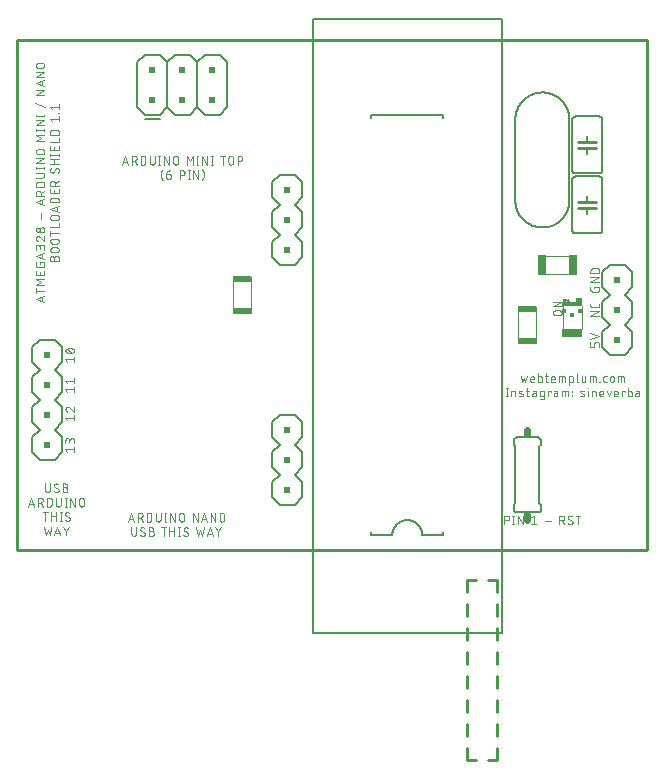
<source format=gto>
G75*
%MOIN*%
%OFA0B0*%
%FSLAX25Y25*%
%IPPOS*%
%LPD*%
%AMOC8*
5,1,8,0,0,1.08239X$1,22.5*
%
%ADD10C,0.01000*%
%ADD11C,0.00300*%
%ADD12C,0.00400*%
%ADD13R,0.06299X0.01969*%
%ADD14C,0.00800*%
%ADD15C,0.00500*%
%ADD16C,0.02400*%
%ADD17C,0.00600*%
%ADD18R,0.02400X0.01000*%
%ADD19R,0.02000X0.02000*%
%ADD20R,0.02953X0.06693*%
%ADD21R,0.01969X0.00492*%
%ADD22R,0.00886X0.01280*%
%ADD23R,0.00492X0.00886*%
%ADD24R,0.01673X0.00492*%
%ADD25R,0.01969X0.01378*%
%ADD26R,0.02362X0.00492*%
%ADD27R,0.06693X0.01181*%
%ADD28R,0.06693X0.02756*%
%ADD29R,0.01280X0.01673*%
%ADD30R,0.01378X0.01378*%
D10*
X0001800Y0071500D02*
X0001800Y0241500D01*
X0211800Y0241500D01*
X0211800Y0071500D01*
X0001800Y0071500D01*
X0151800Y0061500D02*
X0151800Y0057445D01*
X0151800Y0061500D02*
X0154831Y0061500D01*
X0158769Y0061500D02*
X0161800Y0061500D01*
X0161800Y0057445D01*
X0161800Y0053508D02*
X0161800Y0049453D01*
X0161800Y0045516D02*
X0161800Y0041461D01*
X0161800Y0037524D02*
X0161800Y0033469D01*
X0161800Y0029531D02*
X0161800Y0025476D01*
X0161800Y0021539D02*
X0161800Y0017484D01*
X0161800Y0013547D02*
X0161800Y0009492D01*
X0161800Y0005555D02*
X0161800Y0001500D01*
X0158769Y0001500D01*
X0154831Y0001500D02*
X0151800Y0001500D01*
X0151800Y0005555D01*
X0151800Y0009492D02*
X0151800Y0013547D01*
X0151800Y0017484D02*
X0151800Y0021539D01*
X0151800Y0025476D02*
X0151800Y0029531D01*
X0151800Y0033469D02*
X0151800Y0037524D01*
X0151800Y0041461D02*
X0151800Y0045516D01*
X0151800Y0049453D02*
X0151800Y0053508D01*
X0188800Y0185500D02*
X0191800Y0185500D01*
X0194800Y0185500D01*
X0194800Y0187500D02*
X0191800Y0187500D01*
X0188800Y0187500D01*
X0188800Y0205500D02*
X0191800Y0205500D01*
X0194800Y0205500D01*
X0194800Y0207500D02*
X0191800Y0207500D01*
X0188800Y0207500D01*
D11*
X0193656Y0165378D02*
X0194944Y0165378D01*
X0194999Y0165376D01*
X0195054Y0165370D01*
X0195108Y0165361D01*
X0195161Y0165348D01*
X0195214Y0165331D01*
X0195265Y0165311D01*
X0195315Y0165288D01*
X0195363Y0165261D01*
X0195409Y0165230D01*
X0195453Y0165197D01*
X0195494Y0165161D01*
X0195533Y0165122D01*
X0195569Y0165081D01*
X0195602Y0165037D01*
X0195633Y0164991D01*
X0195660Y0164943D01*
X0195683Y0164893D01*
X0195703Y0164842D01*
X0195720Y0164789D01*
X0195733Y0164736D01*
X0195742Y0164682D01*
X0195748Y0164627D01*
X0195750Y0164572D01*
X0195750Y0163766D01*
X0192850Y0163766D01*
X0192850Y0164572D01*
X0192852Y0164627D01*
X0192858Y0164682D01*
X0192867Y0164736D01*
X0192880Y0164789D01*
X0192897Y0164842D01*
X0192917Y0164893D01*
X0192940Y0164943D01*
X0192967Y0164991D01*
X0192998Y0165037D01*
X0193031Y0165081D01*
X0193067Y0165122D01*
X0193106Y0165161D01*
X0193147Y0165197D01*
X0193191Y0165230D01*
X0193237Y0165261D01*
X0193285Y0165288D01*
X0193335Y0165311D01*
X0193386Y0165331D01*
X0193439Y0165348D01*
X0193492Y0165361D01*
X0193546Y0165370D01*
X0193601Y0165376D01*
X0193656Y0165378D01*
X0192850Y0162306D02*
X0195750Y0162306D01*
X0192850Y0160694D01*
X0195750Y0160694D01*
X0195750Y0159234D02*
X0194139Y0159234D01*
X0194139Y0158750D01*
X0193494Y0157623D02*
X0193443Y0157625D01*
X0193393Y0157631D01*
X0193344Y0157641D01*
X0193295Y0157655D01*
X0193248Y0157672D01*
X0193202Y0157693D01*
X0193158Y0157718D01*
X0193115Y0157746D01*
X0193076Y0157777D01*
X0193039Y0157812D01*
X0193004Y0157849D01*
X0192973Y0157888D01*
X0192945Y0157930D01*
X0192920Y0157975D01*
X0192899Y0158021D01*
X0192882Y0158068D01*
X0192868Y0158117D01*
X0192858Y0158166D01*
X0192852Y0158216D01*
X0192850Y0158267D01*
X0192850Y0159234D01*
X0193494Y0157622D02*
X0195106Y0157622D01*
X0195106Y0157623D02*
X0195154Y0157625D01*
X0195202Y0157630D01*
X0195249Y0157639D01*
X0195296Y0157652D01*
X0195341Y0157668D01*
X0195385Y0157687D01*
X0195428Y0157709D01*
X0195469Y0157735D01*
X0195508Y0157764D01*
X0195544Y0157795D01*
X0195578Y0157829D01*
X0195609Y0157865D01*
X0195638Y0157904D01*
X0195664Y0157945D01*
X0195686Y0157988D01*
X0195705Y0158032D01*
X0195721Y0158077D01*
X0195734Y0158124D01*
X0195743Y0158171D01*
X0195748Y0158219D01*
X0195750Y0158267D01*
X0195750Y0159234D01*
X0195750Y0153628D02*
X0195750Y0152983D01*
X0195748Y0152935D01*
X0195743Y0152887D01*
X0195734Y0152840D01*
X0195721Y0152793D01*
X0195705Y0152748D01*
X0195686Y0152704D01*
X0195664Y0152661D01*
X0195638Y0152620D01*
X0195609Y0152581D01*
X0195578Y0152545D01*
X0195544Y0152511D01*
X0195508Y0152480D01*
X0195469Y0152451D01*
X0195428Y0152425D01*
X0195385Y0152403D01*
X0195341Y0152384D01*
X0195296Y0152368D01*
X0195249Y0152355D01*
X0195202Y0152346D01*
X0195154Y0152341D01*
X0195106Y0152339D01*
X0193494Y0152339D01*
X0193443Y0152341D01*
X0193393Y0152347D01*
X0193344Y0152357D01*
X0193295Y0152371D01*
X0193248Y0152388D01*
X0193202Y0152409D01*
X0193158Y0152434D01*
X0193115Y0152462D01*
X0193076Y0152493D01*
X0193039Y0152528D01*
X0193004Y0152565D01*
X0192973Y0152604D01*
X0192945Y0152646D01*
X0192920Y0152691D01*
X0192899Y0152737D01*
X0192882Y0152784D01*
X0192868Y0152833D01*
X0192858Y0152882D01*
X0192852Y0152932D01*
X0192850Y0152983D01*
X0192850Y0153628D01*
X0192850Y0150983D02*
X0195750Y0150983D01*
X0192850Y0149372D01*
X0195750Y0149372D01*
X0192850Y0143826D02*
X0195750Y0142859D01*
X0192850Y0141893D01*
X0192850Y0140785D02*
X0192850Y0139174D01*
X0194139Y0139174D01*
X0194139Y0140141D01*
X0194141Y0140192D01*
X0194147Y0140242D01*
X0194157Y0140291D01*
X0194171Y0140340D01*
X0194188Y0140387D01*
X0194209Y0140433D01*
X0194234Y0140477D01*
X0194262Y0140520D01*
X0194293Y0140559D01*
X0194328Y0140596D01*
X0194365Y0140631D01*
X0194404Y0140662D01*
X0194447Y0140690D01*
X0194491Y0140715D01*
X0194537Y0140736D01*
X0194584Y0140753D01*
X0194633Y0140767D01*
X0194682Y0140777D01*
X0194732Y0140783D01*
X0194783Y0140785D01*
X0195106Y0140785D01*
X0195154Y0140783D01*
X0195202Y0140778D01*
X0195249Y0140769D01*
X0195296Y0140756D01*
X0195341Y0140740D01*
X0195385Y0140721D01*
X0195428Y0140699D01*
X0195469Y0140673D01*
X0195508Y0140644D01*
X0195544Y0140613D01*
X0195578Y0140579D01*
X0195609Y0140543D01*
X0195638Y0140504D01*
X0195664Y0140463D01*
X0195686Y0140420D01*
X0195705Y0140376D01*
X0195721Y0140331D01*
X0195734Y0140284D01*
X0195743Y0140237D01*
X0195748Y0140189D01*
X0195750Y0140141D01*
X0195750Y0139174D01*
X0188300Y0130350D02*
X0188300Y0127933D01*
X0188301Y0127933D02*
X0188303Y0127891D01*
X0188308Y0127849D01*
X0188317Y0127808D01*
X0188330Y0127768D01*
X0188346Y0127729D01*
X0188366Y0127692D01*
X0188388Y0127656D01*
X0188414Y0127623D01*
X0188442Y0127591D01*
X0188474Y0127563D01*
X0188507Y0127537D01*
X0188543Y0127515D01*
X0188580Y0127495D01*
X0188619Y0127479D01*
X0188659Y0127466D01*
X0188700Y0127457D01*
X0188742Y0127452D01*
X0188784Y0127450D01*
X0189900Y0127933D02*
X0189900Y0129383D01*
X0191188Y0129383D02*
X0191188Y0127450D01*
X0190383Y0127450D01*
X0190341Y0127452D01*
X0190299Y0127457D01*
X0190258Y0127466D01*
X0190218Y0127479D01*
X0190179Y0127495D01*
X0190142Y0127515D01*
X0190106Y0127537D01*
X0190073Y0127563D01*
X0190041Y0127591D01*
X0190013Y0127623D01*
X0189987Y0127656D01*
X0189965Y0127692D01*
X0189945Y0127729D01*
X0189929Y0127768D01*
X0189916Y0127808D01*
X0189907Y0127849D01*
X0189902Y0127891D01*
X0189900Y0127933D01*
X0189507Y0122811D02*
X0189602Y0122779D01*
X0189698Y0122750D01*
X0189796Y0122725D01*
X0189894Y0122704D01*
X0189993Y0122686D01*
X0190092Y0122671D01*
X0190192Y0122661D01*
X0190293Y0122654D01*
X0190393Y0122650D01*
X0190433Y0122651D01*
X0190473Y0122657D01*
X0190512Y0122665D01*
X0190550Y0122678D01*
X0190586Y0122694D01*
X0190621Y0122714D01*
X0190654Y0122737D01*
X0190684Y0122763D01*
X0190712Y0122791D01*
X0190737Y0122822D01*
X0190759Y0122856D01*
X0190778Y0122891D01*
X0190793Y0122928D01*
X0190804Y0122967D01*
X0190812Y0123006D01*
X0190816Y0123046D01*
X0190817Y0123085D01*
X0190813Y0123125D01*
X0190806Y0123165D01*
X0190795Y0123203D01*
X0190780Y0123240D01*
X0190762Y0123276D01*
X0190740Y0123310D01*
X0190716Y0123341D01*
X0190688Y0123370D01*
X0190658Y0123396D01*
X0190625Y0123419D01*
X0190591Y0123439D01*
X0190554Y0123456D01*
X0189748Y0123778D01*
X0189711Y0123795D01*
X0189677Y0123815D01*
X0189644Y0123838D01*
X0189614Y0123864D01*
X0189586Y0123893D01*
X0189562Y0123924D01*
X0189540Y0123958D01*
X0189522Y0123994D01*
X0189507Y0124031D01*
X0189496Y0124069D01*
X0189489Y0124109D01*
X0189485Y0124149D01*
X0189486Y0124188D01*
X0189490Y0124228D01*
X0189498Y0124267D01*
X0189509Y0124306D01*
X0189524Y0124343D01*
X0189543Y0124378D01*
X0189565Y0124412D01*
X0189590Y0124443D01*
X0189618Y0124471D01*
X0189648Y0124497D01*
X0189681Y0124520D01*
X0189716Y0124540D01*
X0189752Y0124556D01*
X0189790Y0124569D01*
X0189829Y0124577D01*
X0189869Y0124583D01*
X0189909Y0124584D01*
X0189992Y0124581D01*
X0190075Y0124574D01*
X0190157Y0124563D01*
X0190239Y0124549D01*
X0190320Y0124531D01*
X0190401Y0124509D01*
X0190480Y0124484D01*
X0190558Y0124455D01*
X0190634Y0124423D01*
X0191975Y0124583D02*
X0191975Y0122650D01*
X0193250Y0122650D02*
X0193250Y0124583D01*
X0194056Y0124583D01*
X0194098Y0124581D01*
X0194140Y0124576D01*
X0194181Y0124567D01*
X0194221Y0124554D01*
X0194260Y0124538D01*
X0194298Y0124518D01*
X0194333Y0124496D01*
X0194366Y0124470D01*
X0194398Y0124442D01*
X0194426Y0124410D01*
X0194452Y0124377D01*
X0194474Y0124342D01*
X0194494Y0124304D01*
X0194510Y0124265D01*
X0194523Y0124225D01*
X0194532Y0124184D01*
X0194537Y0124142D01*
X0194539Y0124100D01*
X0194539Y0122650D01*
X0195842Y0123133D02*
X0195842Y0123939D01*
X0195842Y0123617D02*
X0197131Y0123617D01*
X0197131Y0123939D01*
X0197129Y0123988D01*
X0197123Y0124037D01*
X0197114Y0124086D01*
X0197101Y0124133D01*
X0197084Y0124180D01*
X0197064Y0124225D01*
X0197041Y0124268D01*
X0197014Y0124310D01*
X0196984Y0124349D01*
X0196951Y0124386D01*
X0196915Y0124420D01*
X0196877Y0124451D01*
X0196837Y0124480D01*
X0196795Y0124505D01*
X0196750Y0124527D01*
X0196705Y0124545D01*
X0196658Y0124560D01*
X0196610Y0124571D01*
X0196561Y0124579D01*
X0196512Y0124583D01*
X0196462Y0124583D01*
X0196413Y0124579D01*
X0196364Y0124571D01*
X0196316Y0124560D01*
X0196269Y0124545D01*
X0196224Y0124527D01*
X0196179Y0124505D01*
X0196137Y0124480D01*
X0196097Y0124451D01*
X0196059Y0124420D01*
X0196023Y0124386D01*
X0195990Y0124349D01*
X0195960Y0124310D01*
X0195933Y0124268D01*
X0195910Y0124225D01*
X0195890Y0124180D01*
X0195873Y0124133D01*
X0195860Y0124086D01*
X0195851Y0124037D01*
X0195845Y0123988D01*
X0195843Y0123939D01*
X0195843Y0123133D02*
X0195845Y0123091D01*
X0195850Y0123049D01*
X0195859Y0123008D01*
X0195872Y0122968D01*
X0195888Y0122929D01*
X0195908Y0122892D01*
X0195930Y0122856D01*
X0195956Y0122823D01*
X0195984Y0122791D01*
X0196016Y0122763D01*
X0196049Y0122737D01*
X0196085Y0122715D01*
X0196122Y0122695D01*
X0196161Y0122679D01*
X0196201Y0122666D01*
X0196242Y0122657D01*
X0196284Y0122652D01*
X0196326Y0122650D01*
X0197131Y0122650D01*
X0198887Y0122650D02*
X0198242Y0124583D01*
X0199531Y0124583D02*
X0198887Y0122650D01*
X0200642Y0123133D02*
X0200642Y0123939D01*
X0200642Y0123617D02*
X0201931Y0123617D01*
X0201931Y0123939D01*
X0201929Y0123988D01*
X0201923Y0124037D01*
X0201914Y0124086D01*
X0201901Y0124133D01*
X0201884Y0124180D01*
X0201864Y0124225D01*
X0201841Y0124268D01*
X0201814Y0124310D01*
X0201784Y0124349D01*
X0201751Y0124386D01*
X0201715Y0124420D01*
X0201677Y0124451D01*
X0201637Y0124480D01*
X0201595Y0124505D01*
X0201550Y0124527D01*
X0201505Y0124545D01*
X0201458Y0124560D01*
X0201410Y0124571D01*
X0201361Y0124579D01*
X0201312Y0124583D01*
X0201262Y0124583D01*
X0201213Y0124579D01*
X0201164Y0124571D01*
X0201116Y0124560D01*
X0201069Y0124545D01*
X0201024Y0124527D01*
X0200979Y0124505D01*
X0200937Y0124480D01*
X0200897Y0124451D01*
X0200859Y0124420D01*
X0200823Y0124386D01*
X0200790Y0124349D01*
X0200760Y0124310D01*
X0200733Y0124268D01*
X0200710Y0124225D01*
X0200690Y0124180D01*
X0200673Y0124133D01*
X0200660Y0124086D01*
X0200651Y0124037D01*
X0200645Y0123988D01*
X0200643Y0123939D01*
X0200643Y0123133D02*
X0200645Y0123091D01*
X0200650Y0123049D01*
X0200659Y0123008D01*
X0200672Y0122968D01*
X0200688Y0122929D01*
X0200708Y0122892D01*
X0200730Y0122856D01*
X0200756Y0122823D01*
X0200784Y0122791D01*
X0200816Y0122763D01*
X0200849Y0122737D01*
X0200885Y0122715D01*
X0200922Y0122695D01*
X0200961Y0122679D01*
X0201001Y0122666D01*
X0201042Y0122657D01*
X0201084Y0122652D01*
X0201126Y0122650D01*
X0201931Y0122650D01*
X0203253Y0122650D02*
X0203253Y0124583D01*
X0204219Y0124583D01*
X0204219Y0124261D01*
X0205267Y0124583D02*
X0206072Y0124583D01*
X0206114Y0124581D01*
X0206156Y0124576D01*
X0206197Y0124567D01*
X0206237Y0124554D01*
X0206276Y0124538D01*
X0206314Y0124518D01*
X0206349Y0124496D01*
X0206382Y0124470D01*
X0206414Y0124442D01*
X0206442Y0124410D01*
X0206468Y0124377D01*
X0206490Y0124342D01*
X0206510Y0124304D01*
X0206526Y0124265D01*
X0206539Y0124225D01*
X0206548Y0124184D01*
X0206553Y0124142D01*
X0206555Y0124100D01*
X0206555Y0123133D01*
X0206553Y0123091D01*
X0206548Y0123049D01*
X0206539Y0123008D01*
X0206526Y0122968D01*
X0206510Y0122929D01*
X0206490Y0122892D01*
X0206468Y0122856D01*
X0206442Y0122823D01*
X0206414Y0122791D01*
X0206382Y0122763D01*
X0206349Y0122737D01*
X0206314Y0122715D01*
X0206276Y0122695D01*
X0206237Y0122679D01*
X0206197Y0122666D01*
X0206156Y0122657D01*
X0206114Y0122652D01*
X0206072Y0122650D01*
X0205267Y0122650D01*
X0205267Y0125550D01*
X0203895Y0127450D02*
X0203895Y0128900D01*
X0203894Y0128900D02*
X0203892Y0128942D01*
X0203887Y0128984D01*
X0203878Y0129025D01*
X0203865Y0129065D01*
X0203849Y0129104D01*
X0203829Y0129142D01*
X0203807Y0129177D01*
X0203781Y0129210D01*
X0203753Y0129242D01*
X0203721Y0129270D01*
X0203688Y0129296D01*
X0203653Y0129318D01*
X0203615Y0129338D01*
X0203576Y0129354D01*
X0203536Y0129367D01*
X0203495Y0129376D01*
X0203453Y0129381D01*
X0203411Y0129383D01*
X0201961Y0129383D01*
X0201961Y0127450D01*
X0202928Y0127450D02*
X0202928Y0129383D01*
X0200596Y0128739D02*
X0200596Y0128094D01*
X0200594Y0128045D01*
X0200588Y0127996D01*
X0200579Y0127947D01*
X0200566Y0127900D01*
X0200549Y0127853D01*
X0200529Y0127808D01*
X0200506Y0127765D01*
X0200479Y0127723D01*
X0200449Y0127684D01*
X0200416Y0127647D01*
X0200380Y0127613D01*
X0200342Y0127582D01*
X0200302Y0127553D01*
X0200260Y0127528D01*
X0200215Y0127506D01*
X0200170Y0127488D01*
X0200123Y0127473D01*
X0200075Y0127462D01*
X0200026Y0127454D01*
X0199977Y0127450D01*
X0199927Y0127450D01*
X0199878Y0127454D01*
X0199829Y0127462D01*
X0199781Y0127473D01*
X0199734Y0127488D01*
X0199689Y0127506D01*
X0199644Y0127528D01*
X0199602Y0127553D01*
X0199562Y0127582D01*
X0199524Y0127613D01*
X0199488Y0127647D01*
X0199455Y0127684D01*
X0199425Y0127723D01*
X0199398Y0127765D01*
X0199375Y0127808D01*
X0199355Y0127853D01*
X0199338Y0127900D01*
X0199325Y0127947D01*
X0199316Y0127996D01*
X0199310Y0128045D01*
X0199308Y0128094D01*
X0199307Y0128094D02*
X0199307Y0128739D01*
X0199308Y0128739D02*
X0199310Y0128788D01*
X0199316Y0128837D01*
X0199325Y0128886D01*
X0199338Y0128933D01*
X0199355Y0128980D01*
X0199375Y0129025D01*
X0199398Y0129068D01*
X0199425Y0129110D01*
X0199455Y0129149D01*
X0199488Y0129186D01*
X0199524Y0129220D01*
X0199562Y0129251D01*
X0199602Y0129280D01*
X0199644Y0129305D01*
X0199689Y0129327D01*
X0199734Y0129345D01*
X0199781Y0129360D01*
X0199829Y0129371D01*
X0199878Y0129379D01*
X0199927Y0129383D01*
X0199977Y0129383D01*
X0200026Y0129379D01*
X0200075Y0129371D01*
X0200123Y0129360D01*
X0200170Y0129345D01*
X0200215Y0129327D01*
X0200260Y0129305D01*
X0200302Y0129280D01*
X0200342Y0129251D01*
X0200380Y0129220D01*
X0200416Y0129186D01*
X0200449Y0129149D01*
X0200479Y0129110D01*
X0200506Y0129068D01*
X0200529Y0129025D01*
X0200549Y0128980D01*
X0200566Y0128933D01*
X0200579Y0128886D01*
X0200588Y0128837D01*
X0200594Y0128788D01*
X0200596Y0128739D01*
X0198231Y0129383D02*
X0197586Y0129383D01*
X0197544Y0129381D01*
X0197502Y0129376D01*
X0197461Y0129367D01*
X0197421Y0129354D01*
X0197382Y0129338D01*
X0197345Y0129318D01*
X0197309Y0129296D01*
X0197276Y0129270D01*
X0197244Y0129242D01*
X0197216Y0129210D01*
X0197190Y0129177D01*
X0197168Y0129142D01*
X0197148Y0129104D01*
X0197132Y0129065D01*
X0197119Y0129025D01*
X0197110Y0128984D01*
X0197105Y0128942D01*
X0197103Y0128900D01*
X0197103Y0127933D01*
X0197105Y0127891D01*
X0197110Y0127849D01*
X0197119Y0127808D01*
X0197132Y0127768D01*
X0197148Y0127729D01*
X0197168Y0127692D01*
X0197190Y0127656D01*
X0197216Y0127623D01*
X0197244Y0127591D01*
X0197276Y0127563D01*
X0197309Y0127537D01*
X0197345Y0127515D01*
X0197382Y0127495D01*
X0197421Y0127479D01*
X0197461Y0127466D01*
X0197502Y0127457D01*
X0197544Y0127452D01*
X0197586Y0127450D01*
X0198231Y0127450D01*
X0196001Y0127450D02*
X0195839Y0127450D01*
X0195839Y0127611D01*
X0196001Y0127611D01*
X0196001Y0127450D01*
X0194583Y0127450D02*
X0194583Y0128900D01*
X0194582Y0128900D02*
X0194580Y0128942D01*
X0194575Y0128984D01*
X0194566Y0129025D01*
X0194553Y0129065D01*
X0194537Y0129104D01*
X0194517Y0129142D01*
X0194495Y0129177D01*
X0194469Y0129210D01*
X0194441Y0129242D01*
X0194409Y0129270D01*
X0194376Y0129296D01*
X0194341Y0129318D01*
X0194303Y0129338D01*
X0194264Y0129354D01*
X0194224Y0129367D01*
X0194183Y0129376D01*
X0194141Y0129381D01*
X0194099Y0129383D01*
X0192649Y0129383D01*
X0192649Y0127450D01*
X0193616Y0127450D02*
X0193616Y0129383D01*
X0192055Y0125550D02*
X0192055Y0125389D01*
X0191894Y0125389D01*
X0191894Y0125550D01*
X0192055Y0125550D01*
X0186776Y0124342D02*
X0186776Y0124181D01*
X0186614Y0124181D01*
X0186614Y0124342D01*
X0186776Y0124342D01*
X0186776Y0123053D02*
X0186776Y0122892D01*
X0186614Y0122892D01*
X0186614Y0123053D01*
X0186776Y0123053D01*
X0185262Y0122650D02*
X0185262Y0124100D01*
X0185261Y0124100D02*
X0185259Y0124142D01*
X0185254Y0124184D01*
X0185245Y0124225D01*
X0185232Y0124265D01*
X0185216Y0124304D01*
X0185196Y0124342D01*
X0185174Y0124377D01*
X0185148Y0124410D01*
X0185120Y0124442D01*
X0185088Y0124470D01*
X0185055Y0124496D01*
X0185020Y0124518D01*
X0184982Y0124538D01*
X0184943Y0124554D01*
X0184903Y0124567D01*
X0184862Y0124576D01*
X0184820Y0124581D01*
X0184778Y0124583D01*
X0183328Y0124583D01*
X0183328Y0122650D01*
X0184295Y0122650D02*
X0184295Y0124583D01*
X0185788Y0126483D02*
X0185788Y0129383D01*
X0186593Y0129383D01*
X0186635Y0129381D01*
X0186677Y0129376D01*
X0186718Y0129367D01*
X0186758Y0129354D01*
X0186797Y0129338D01*
X0186835Y0129318D01*
X0186870Y0129296D01*
X0186903Y0129270D01*
X0186935Y0129242D01*
X0186963Y0129210D01*
X0186989Y0129177D01*
X0187011Y0129142D01*
X0187031Y0129104D01*
X0187047Y0129065D01*
X0187060Y0129025D01*
X0187069Y0128984D01*
X0187074Y0128942D01*
X0187076Y0128900D01*
X0187077Y0128900D02*
X0187077Y0127933D01*
X0187076Y0127933D02*
X0187074Y0127891D01*
X0187069Y0127849D01*
X0187060Y0127808D01*
X0187047Y0127768D01*
X0187031Y0127729D01*
X0187011Y0127692D01*
X0186989Y0127656D01*
X0186963Y0127623D01*
X0186935Y0127591D01*
X0186903Y0127563D01*
X0186870Y0127537D01*
X0186835Y0127515D01*
X0186797Y0127495D01*
X0186758Y0127479D01*
X0186718Y0127466D01*
X0186677Y0127457D01*
X0186635Y0127452D01*
X0186593Y0127450D01*
X0185788Y0127450D01*
X0184311Y0127450D02*
X0184311Y0128900D01*
X0184310Y0128900D02*
X0184308Y0128942D01*
X0184303Y0128984D01*
X0184294Y0129025D01*
X0184281Y0129065D01*
X0184265Y0129104D01*
X0184245Y0129142D01*
X0184223Y0129177D01*
X0184197Y0129210D01*
X0184169Y0129242D01*
X0184137Y0129270D01*
X0184104Y0129296D01*
X0184069Y0129318D01*
X0184031Y0129338D01*
X0183992Y0129354D01*
X0183952Y0129367D01*
X0183911Y0129376D01*
X0183869Y0129381D01*
X0183827Y0129383D01*
X0182377Y0129383D01*
X0182377Y0127450D01*
X0183344Y0127450D02*
X0183344Y0129383D01*
X0181012Y0128739D02*
X0181012Y0128417D01*
X0179724Y0128417D01*
X0179724Y0128739D02*
X0179724Y0127933D01*
X0179726Y0127891D01*
X0179731Y0127849D01*
X0179740Y0127808D01*
X0179753Y0127768D01*
X0179769Y0127729D01*
X0179789Y0127692D01*
X0179811Y0127656D01*
X0179837Y0127623D01*
X0179865Y0127591D01*
X0179897Y0127563D01*
X0179930Y0127537D01*
X0179966Y0127515D01*
X0180003Y0127495D01*
X0180042Y0127479D01*
X0180082Y0127466D01*
X0180123Y0127457D01*
X0180165Y0127452D01*
X0180207Y0127450D01*
X0181012Y0127450D01*
X0181012Y0128739D02*
X0181010Y0128788D01*
X0181004Y0128837D01*
X0180995Y0128886D01*
X0180982Y0128933D01*
X0180965Y0128980D01*
X0180945Y0129025D01*
X0180922Y0129068D01*
X0180895Y0129110D01*
X0180865Y0129149D01*
X0180832Y0129186D01*
X0180796Y0129220D01*
X0180758Y0129251D01*
X0180718Y0129280D01*
X0180676Y0129305D01*
X0180631Y0129327D01*
X0180586Y0129345D01*
X0180539Y0129360D01*
X0180491Y0129371D01*
X0180442Y0129379D01*
X0180393Y0129383D01*
X0180343Y0129383D01*
X0180294Y0129379D01*
X0180245Y0129371D01*
X0180197Y0129360D01*
X0180150Y0129345D01*
X0180105Y0129327D01*
X0180060Y0129305D01*
X0180018Y0129280D01*
X0179978Y0129251D01*
X0179940Y0129220D01*
X0179904Y0129186D01*
X0179871Y0129149D01*
X0179841Y0129110D01*
X0179814Y0129068D01*
X0179791Y0129025D01*
X0179771Y0128980D01*
X0179754Y0128933D01*
X0179741Y0128886D01*
X0179732Y0128837D01*
X0179726Y0128788D01*
X0179724Y0128739D01*
X0178618Y0129383D02*
X0177651Y0129383D01*
X0177974Y0130350D02*
X0177974Y0127933D01*
X0177976Y0127891D01*
X0177981Y0127849D01*
X0177990Y0127808D01*
X0178003Y0127768D01*
X0178019Y0127729D01*
X0178039Y0127692D01*
X0178061Y0127656D01*
X0178087Y0127623D01*
X0178115Y0127591D01*
X0178147Y0127563D01*
X0178180Y0127537D01*
X0178216Y0127515D01*
X0178253Y0127495D01*
X0178292Y0127479D01*
X0178332Y0127466D01*
X0178373Y0127457D01*
X0178415Y0127452D01*
X0178457Y0127450D01*
X0178618Y0127450D01*
X0176709Y0127933D02*
X0176709Y0128900D01*
X0176708Y0128900D02*
X0176706Y0128942D01*
X0176701Y0128984D01*
X0176692Y0129025D01*
X0176679Y0129065D01*
X0176663Y0129104D01*
X0176643Y0129142D01*
X0176621Y0129177D01*
X0176595Y0129210D01*
X0176567Y0129242D01*
X0176535Y0129270D01*
X0176502Y0129296D01*
X0176467Y0129318D01*
X0176429Y0129338D01*
X0176390Y0129354D01*
X0176350Y0129367D01*
X0176309Y0129376D01*
X0176267Y0129381D01*
X0176225Y0129383D01*
X0175420Y0129383D01*
X0175420Y0130350D02*
X0175420Y0127450D01*
X0176225Y0127450D01*
X0176267Y0127452D01*
X0176309Y0127457D01*
X0176350Y0127466D01*
X0176390Y0127479D01*
X0176429Y0127495D01*
X0176467Y0127515D01*
X0176502Y0127537D01*
X0176535Y0127563D01*
X0176567Y0127591D01*
X0176595Y0127623D01*
X0176621Y0127656D01*
X0176643Y0127692D01*
X0176663Y0127729D01*
X0176679Y0127768D01*
X0176692Y0127808D01*
X0176701Y0127849D01*
X0176706Y0127891D01*
X0176708Y0127933D01*
X0174100Y0127450D02*
X0173295Y0127450D01*
X0173253Y0127452D01*
X0173211Y0127457D01*
X0173170Y0127466D01*
X0173130Y0127479D01*
X0173091Y0127495D01*
X0173054Y0127515D01*
X0173018Y0127537D01*
X0172985Y0127563D01*
X0172953Y0127591D01*
X0172925Y0127623D01*
X0172899Y0127656D01*
X0172877Y0127692D01*
X0172857Y0127729D01*
X0172841Y0127768D01*
X0172828Y0127808D01*
X0172819Y0127849D01*
X0172814Y0127891D01*
X0172812Y0127933D01*
X0172812Y0128739D01*
X0172812Y0128417D02*
X0174100Y0128417D01*
X0174100Y0128739D01*
X0174098Y0128788D01*
X0174092Y0128837D01*
X0174083Y0128886D01*
X0174070Y0128933D01*
X0174053Y0128980D01*
X0174033Y0129025D01*
X0174010Y0129068D01*
X0173983Y0129110D01*
X0173953Y0129149D01*
X0173920Y0129186D01*
X0173884Y0129220D01*
X0173846Y0129251D01*
X0173806Y0129280D01*
X0173764Y0129305D01*
X0173719Y0129327D01*
X0173674Y0129345D01*
X0173627Y0129360D01*
X0173579Y0129371D01*
X0173530Y0129379D01*
X0173481Y0129383D01*
X0173431Y0129383D01*
X0173382Y0129379D01*
X0173333Y0129371D01*
X0173285Y0129360D01*
X0173238Y0129345D01*
X0173193Y0129327D01*
X0173148Y0129305D01*
X0173106Y0129280D01*
X0173066Y0129251D01*
X0173028Y0129220D01*
X0172992Y0129186D01*
X0172959Y0129149D01*
X0172929Y0129110D01*
X0172902Y0129068D01*
X0172879Y0129025D01*
X0172859Y0128980D01*
X0172842Y0128933D01*
X0172829Y0128886D01*
X0172820Y0128837D01*
X0172814Y0128788D01*
X0172812Y0128739D01*
X0171639Y0129383D02*
X0171155Y0127450D01*
X0170672Y0128739D01*
X0170189Y0127450D01*
X0169705Y0129383D01*
X0169059Y0122811D02*
X0169154Y0122779D01*
X0169250Y0122750D01*
X0169348Y0122725D01*
X0169446Y0122704D01*
X0169545Y0122686D01*
X0169644Y0122671D01*
X0169744Y0122661D01*
X0169845Y0122654D01*
X0169945Y0122650D01*
X0169985Y0122651D01*
X0170025Y0122657D01*
X0170064Y0122665D01*
X0170102Y0122678D01*
X0170138Y0122694D01*
X0170173Y0122714D01*
X0170206Y0122737D01*
X0170236Y0122763D01*
X0170264Y0122791D01*
X0170289Y0122822D01*
X0170311Y0122856D01*
X0170330Y0122891D01*
X0170345Y0122928D01*
X0170356Y0122967D01*
X0170364Y0123006D01*
X0170368Y0123046D01*
X0170369Y0123085D01*
X0170365Y0123125D01*
X0170358Y0123165D01*
X0170347Y0123203D01*
X0170332Y0123240D01*
X0170314Y0123276D01*
X0170292Y0123310D01*
X0170268Y0123341D01*
X0170240Y0123370D01*
X0170210Y0123396D01*
X0170177Y0123419D01*
X0170143Y0123439D01*
X0170106Y0123456D01*
X0169300Y0123778D01*
X0169263Y0123795D01*
X0169229Y0123815D01*
X0169196Y0123838D01*
X0169166Y0123864D01*
X0169138Y0123893D01*
X0169114Y0123924D01*
X0169092Y0123958D01*
X0169074Y0123994D01*
X0169059Y0124031D01*
X0169048Y0124069D01*
X0169041Y0124109D01*
X0169037Y0124149D01*
X0169038Y0124188D01*
X0169042Y0124228D01*
X0169050Y0124267D01*
X0169061Y0124306D01*
X0169076Y0124343D01*
X0169095Y0124378D01*
X0169117Y0124412D01*
X0169142Y0124443D01*
X0169170Y0124471D01*
X0169200Y0124497D01*
X0169233Y0124520D01*
X0169268Y0124540D01*
X0169304Y0124556D01*
X0169342Y0124569D01*
X0169381Y0124577D01*
X0169421Y0124583D01*
X0169461Y0124584D01*
X0167755Y0124100D02*
X0167755Y0122650D01*
X0166467Y0122650D02*
X0166467Y0124583D01*
X0167272Y0124583D01*
X0167314Y0124581D01*
X0167356Y0124576D01*
X0167397Y0124567D01*
X0167437Y0124554D01*
X0167476Y0124538D01*
X0167514Y0124518D01*
X0167549Y0124496D01*
X0167582Y0124470D01*
X0167614Y0124442D01*
X0167642Y0124410D01*
X0167668Y0124377D01*
X0167690Y0124342D01*
X0167710Y0124304D01*
X0167726Y0124265D01*
X0167739Y0124225D01*
X0167748Y0124184D01*
X0167753Y0124142D01*
X0167755Y0124100D01*
X0169461Y0124584D02*
X0169544Y0124581D01*
X0169627Y0124574D01*
X0169709Y0124563D01*
X0169791Y0124549D01*
X0169872Y0124531D01*
X0169953Y0124509D01*
X0170032Y0124484D01*
X0170110Y0124455D01*
X0170186Y0124423D01*
X0171306Y0124583D02*
X0172273Y0124583D01*
X0171629Y0125550D02*
X0171629Y0123133D01*
X0171631Y0123091D01*
X0171636Y0123049D01*
X0171645Y0123008D01*
X0171658Y0122968D01*
X0171674Y0122929D01*
X0171694Y0122892D01*
X0171716Y0122856D01*
X0171742Y0122823D01*
X0171770Y0122791D01*
X0171802Y0122763D01*
X0171835Y0122737D01*
X0171871Y0122715D01*
X0171908Y0122695D01*
X0171947Y0122679D01*
X0171987Y0122666D01*
X0172028Y0122657D01*
X0172070Y0122652D01*
X0172112Y0122650D01*
X0172273Y0122650D01*
X0173926Y0122650D02*
X0174651Y0122650D01*
X0174651Y0124100D01*
X0174651Y0123778D02*
X0173926Y0123778D01*
X0174651Y0124100D02*
X0174649Y0124142D01*
X0174644Y0124184D01*
X0174635Y0124225D01*
X0174622Y0124265D01*
X0174606Y0124304D01*
X0174586Y0124342D01*
X0174564Y0124377D01*
X0174538Y0124410D01*
X0174510Y0124442D01*
X0174478Y0124470D01*
X0174445Y0124496D01*
X0174410Y0124518D01*
X0174372Y0124538D01*
X0174333Y0124554D01*
X0174293Y0124567D01*
X0174252Y0124576D01*
X0174210Y0124581D01*
X0174168Y0124583D01*
X0173524Y0124583D01*
X0173926Y0123778D02*
X0173879Y0123776D01*
X0173833Y0123770D01*
X0173788Y0123761D01*
X0173743Y0123747D01*
X0173699Y0123730D01*
X0173658Y0123710D01*
X0173618Y0123686D01*
X0173580Y0123659D01*
X0173544Y0123629D01*
X0173511Y0123596D01*
X0173481Y0123560D01*
X0173454Y0123522D01*
X0173430Y0123482D01*
X0173410Y0123441D01*
X0173393Y0123397D01*
X0173379Y0123352D01*
X0173370Y0123307D01*
X0173364Y0123261D01*
X0173362Y0123214D01*
X0173364Y0123167D01*
X0173370Y0123121D01*
X0173379Y0123076D01*
X0173393Y0123031D01*
X0173410Y0122987D01*
X0173430Y0122946D01*
X0173454Y0122906D01*
X0173481Y0122868D01*
X0173511Y0122832D01*
X0173544Y0122799D01*
X0173580Y0122769D01*
X0173618Y0122742D01*
X0173658Y0122718D01*
X0173699Y0122698D01*
X0173743Y0122681D01*
X0173788Y0122667D01*
X0173833Y0122658D01*
X0173879Y0122652D01*
X0173926Y0122650D01*
X0175954Y0123133D02*
X0175954Y0124100D01*
X0175955Y0124100D02*
X0175957Y0124142D01*
X0175962Y0124184D01*
X0175971Y0124225D01*
X0175984Y0124265D01*
X0176000Y0124304D01*
X0176020Y0124342D01*
X0176042Y0124377D01*
X0176068Y0124410D01*
X0176096Y0124442D01*
X0176128Y0124470D01*
X0176161Y0124496D01*
X0176197Y0124518D01*
X0176234Y0124538D01*
X0176273Y0124554D01*
X0176313Y0124567D01*
X0176354Y0124576D01*
X0176396Y0124581D01*
X0176438Y0124583D01*
X0177243Y0124583D01*
X0177243Y0122167D01*
X0177243Y0122650D02*
X0176438Y0122650D01*
X0176396Y0122652D01*
X0176354Y0122657D01*
X0176313Y0122666D01*
X0176273Y0122679D01*
X0176234Y0122695D01*
X0176197Y0122715D01*
X0176161Y0122737D01*
X0176128Y0122763D01*
X0176096Y0122791D01*
X0176068Y0122823D01*
X0176042Y0122856D01*
X0176020Y0122892D01*
X0176000Y0122929D01*
X0175984Y0122968D01*
X0175971Y0123008D01*
X0175962Y0123049D01*
X0175957Y0123091D01*
X0175955Y0123133D01*
X0177243Y0122167D02*
X0177241Y0122125D01*
X0177236Y0122083D01*
X0177227Y0122042D01*
X0177214Y0122002D01*
X0177198Y0121963D01*
X0177178Y0121926D01*
X0177156Y0121890D01*
X0177130Y0121857D01*
X0177102Y0121825D01*
X0177070Y0121797D01*
X0177037Y0121771D01*
X0177002Y0121749D01*
X0176964Y0121729D01*
X0176925Y0121713D01*
X0176885Y0121700D01*
X0176844Y0121691D01*
X0176802Y0121686D01*
X0176760Y0121684D01*
X0176760Y0121683D02*
X0176116Y0121683D01*
X0178677Y0122650D02*
X0178677Y0124583D01*
X0179643Y0124583D01*
X0179643Y0124261D01*
X0180724Y0124583D02*
X0181368Y0124583D01*
X0181410Y0124581D01*
X0181452Y0124576D01*
X0181493Y0124567D01*
X0181533Y0124554D01*
X0181572Y0124538D01*
X0181610Y0124518D01*
X0181645Y0124496D01*
X0181678Y0124470D01*
X0181710Y0124442D01*
X0181738Y0124410D01*
X0181764Y0124377D01*
X0181786Y0124342D01*
X0181806Y0124304D01*
X0181822Y0124265D01*
X0181835Y0124225D01*
X0181844Y0124184D01*
X0181849Y0124142D01*
X0181851Y0124100D01*
X0181851Y0122650D01*
X0181126Y0122650D01*
X0181079Y0122652D01*
X0181033Y0122658D01*
X0180988Y0122667D01*
X0180943Y0122681D01*
X0180899Y0122698D01*
X0180858Y0122718D01*
X0180818Y0122742D01*
X0180780Y0122769D01*
X0180744Y0122799D01*
X0180711Y0122832D01*
X0180681Y0122868D01*
X0180654Y0122906D01*
X0180630Y0122946D01*
X0180610Y0122987D01*
X0180593Y0123031D01*
X0180579Y0123076D01*
X0180570Y0123121D01*
X0180564Y0123167D01*
X0180562Y0123214D01*
X0180564Y0123261D01*
X0180570Y0123307D01*
X0180579Y0123352D01*
X0180593Y0123397D01*
X0180610Y0123441D01*
X0180630Y0123482D01*
X0180654Y0123522D01*
X0180681Y0123560D01*
X0180711Y0123596D01*
X0180744Y0123629D01*
X0180780Y0123659D01*
X0180818Y0123686D01*
X0180858Y0123710D01*
X0180899Y0123730D01*
X0180943Y0123747D01*
X0180988Y0123761D01*
X0181033Y0123770D01*
X0181079Y0123776D01*
X0181126Y0123778D01*
X0181851Y0123778D01*
X0165225Y0122650D02*
X0164581Y0122650D01*
X0164903Y0122650D02*
X0164903Y0125550D01*
X0164581Y0125550D02*
X0165225Y0125550D01*
X0181156Y0149706D02*
X0182444Y0149706D01*
X0182499Y0149708D01*
X0182554Y0149714D01*
X0182608Y0149723D01*
X0182661Y0149736D01*
X0182714Y0149753D01*
X0182765Y0149773D01*
X0182815Y0149796D01*
X0182863Y0149823D01*
X0182909Y0149854D01*
X0182953Y0149887D01*
X0182994Y0149923D01*
X0183033Y0149962D01*
X0183069Y0150003D01*
X0183102Y0150047D01*
X0183133Y0150093D01*
X0183160Y0150141D01*
X0183183Y0150191D01*
X0183203Y0150242D01*
X0183220Y0150295D01*
X0183233Y0150348D01*
X0183242Y0150402D01*
X0183248Y0150457D01*
X0183250Y0150512D01*
X0183248Y0150567D01*
X0183242Y0150622D01*
X0183233Y0150676D01*
X0183220Y0150729D01*
X0183203Y0150782D01*
X0183183Y0150833D01*
X0183160Y0150883D01*
X0183133Y0150931D01*
X0183102Y0150977D01*
X0183069Y0151021D01*
X0183033Y0151062D01*
X0182994Y0151101D01*
X0182953Y0151137D01*
X0182909Y0151170D01*
X0182863Y0151201D01*
X0182815Y0151228D01*
X0182765Y0151251D01*
X0182714Y0151271D01*
X0182661Y0151288D01*
X0182608Y0151301D01*
X0182554Y0151310D01*
X0182499Y0151316D01*
X0182444Y0151318D01*
X0181156Y0151318D01*
X0181101Y0151316D01*
X0181046Y0151310D01*
X0180992Y0151301D01*
X0180939Y0151288D01*
X0180886Y0151271D01*
X0180835Y0151251D01*
X0180785Y0151228D01*
X0180737Y0151201D01*
X0180691Y0151170D01*
X0180647Y0151137D01*
X0180606Y0151101D01*
X0180567Y0151062D01*
X0180531Y0151021D01*
X0180498Y0150977D01*
X0180467Y0150931D01*
X0180440Y0150883D01*
X0180417Y0150833D01*
X0180397Y0150782D01*
X0180380Y0150729D01*
X0180367Y0150676D01*
X0180358Y0150622D01*
X0180352Y0150567D01*
X0180350Y0150512D01*
X0180352Y0150457D01*
X0180358Y0150402D01*
X0180367Y0150348D01*
X0180380Y0150295D01*
X0180397Y0150242D01*
X0180417Y0150191D01*
X0180440Y0150141D01*
X0180467Y0150093D01*
X0180498Y0150047D01*
X0180531Y0150003D01*
X0180567Y0149962D01*
X0180606Y0149923D01*
X0180647Y0149887D01*
X0180691Y0149854D01*
X0180737Y0149823D01*
X0180785Y0149796D01*
X0180835Y0149773D01*
X0180886Y0149753D01*
X0180939Y0149736D01*
X0180992Y0149723D01*
X0181046Y0149714D01*
X0181101Y0149708D01*
X0181156Y0149706D01*
X0180350Y0152682D02*
X0183250Y0154294D01*
X0180350Y0154294D01*
X0180350Y0152682D02*
X0183250Y0152682D01*
X0207891Y0124583D02*
X0208536Y0124583D01*
X0208578Y0124581D01*
X0208620Y0124576D01*
X0208661Y0124567D01*
X0208701Y0124554D01*
X0208740Y0124538D01*
X0208778Y0124518D01*
X0208813Y0124496D01*
X0208846Y0124470D01*
X0208878Y0124442D01*
X0208906Y0124410D01*
X0208932Y0124377D01*
X0208954Y0124342D01*
X0208974Y0124304D01*
X0208990Y0124265D01*
X0209003Y0124225D01*
X0209012Y0124184D01*
X0209017Y0124142D01*
X0209019Y0124100D01*
X0209019Y0122650D01*
X0208294Y0122650D01*
X0208247Y0122652D01*
X0208201Y0122658D01*
X0208156Y0122667D01*
X0208111Y0122681D01*
X0208067Y0122698D01*
X0208026Y0122718D01*
X0207986Y0122742D01*
X0207948Y0122769D01*
X0207912Y0122799D01*
X0207879Y0122832D01*
X0207849Y0122868D01*
X0207822Y0122906D01*
X0207798Y0122946D01*
X0207778Y0122987D01*
X0207761Y0123031D01*
X0207747Y0123076D01*
X0207738Y0123121D01*
X0207732Y0123167D01*
X0207730Y0123214D01*
X0207732Y0123261D01*
X0207738Y0123307D01*
X0207747Y0123352D01*
X0207761Y0123397D01*
X0207778Y0123441D01*
X0207798Y0123482D01*
X0207822Y0123522D01*
X0207849Y0123560D01*
X0207879Y0123596D01*
X0207912Y0123629D01*
X0207948Y0123659D01*
X0207986Y0123686D01*
X0208026Y0123710D01*
X0208067Y0123730D01*
X0208111Y0123747D01*
X0208156Y0123761D01*
X0208201Y0123770D01*
X0208247Y0123776D01*
X0208294Y0123778D01*
X0209019Y0123778D01*
X0189486Y0082950D02*
X0187875Y0082950D01*
X0188681Y0082950D02*
X0188681Y0080050D01*
X0186572Y0081258D02*
X0185686Y0081742D01*
X0186008Y0082950D02*
X0186073Y0082948D01*
X0186137Y0082943D01*
X0186202Y0082934D01*
X0186265Y0082922D01*
X0186328Y0082907D01*
X0186390Y0082888D01*
X0186451Y0082866D01*
X0186510Y0082841D01*
X0186569Y0082812D01*
X0186625Y0082780D01*
X0186680Y0082746D01*
X0186733Y0082708D01*
X0185685Y0081742D02*
X0185645Y0081768D01*
X0185606Y0081797D01*
X0185569Y0081829D01*
X0185535Y0081864D01*
X0185504Y0081901D01*
X0185475Y0081940D01*
X0185449Y0081981D01*
X0185427Y0082024D01*
X0185408Y0082069D01*
X0185392Y0082115D01*
X0185379Y0082161D01*
X0185370Y0082209D01*
X0185365Y0082257D01*
X0185363Y0082306D01*
X0185364Y0082306D02*
X0185366Y0082354D01*
X0185371Y0082402D01*
X0185380Y0082449D01*
X0185393Y0082496D01*
X0185409Y0082541D01*
X0185428Y0082585D01*
X0185450Y0082628D01*
X0185476Y0082669D01*
X0185505Y0082708D01*
X0185536Y0082744D01*
X0185570Y0082778D01*
X0185606Y0082810D01*
X0185645Y0082838D01*
X0185686Y0082864D01*
X0185729Y0082886D01*
X0185773Y0082905D01*
X0185818Y0082921D01*
X0185865Y0082934D01*
X0185912Y0082943D01*
X0185960Y0082948D01*
X0186008Y0082950D01*
X0185284Y0080453D02*
X0185335Y0080403D01*
X0185390Y0080356D01*
X0185446Y0080313D01*
X0185505Y0080272D01*
X0185566Y0080234D01*
X0185629Y0080200D01*
X0185694Y0080169D01*
X0185760Y0080141D01*
X0185827Y0080117D01*
X0185896Y0080097D01*
X0185966Y0080080D01*
X0186036Y0080067D01*
X0186107Y0080058D01*
X0186178Y0080052D01*
X0186250Y0080050D01*
X0186298Y0080052D01*
X0186346Y0080057D01*
X0186393Y0080066D01*
X0186440Y0080079D01*
X0186485Y0080095D01*
X0186529Y0080114D01*
X0186572Y0080136D01*
X0186613Y0080162D01*
X0186652Y0080191D01*
X0186688Y0080222D01*
X0186722Y0080256D01*
X0186753Y0080292D01*
X0186782Y0080331D01*
X0186808Y0080372D01*
X0186830Y0080415D01*
X0186849Y0080459D01*
X0186865Y0080504D01*
X0186878Y0080551D01*
X0186887Y0080598D01*
X0186892Y0080646D01*
X0186894Y0080694D01*
X0186895Y0080694D02*
X0186893Y0080743D01*
X0186888Y0080791D01*
X0186879Y0080839D01*
X0186866Y0080885D01*
X0186850Y0080931D01*
X0186831Y0080976D01*
X0186809Y0081019D01*
X0186783Y0081060D01*
X0186754Y0081099D01*
X0186723Y0081136D01*
X0186689Y0081171D01*
X0186652Y0081203D01*
X0186613Y0081232D01*
X0186573Y0081258D01*
X0184131Y0080050D02*
X0183486Y0081339D01*
X0183325Y0081339D02*
X0182519Y0081339D01*
X0183325Y0081338D02*
X0183380Y0081340D01*
X0183435Y0081346D01*
X0183489Y0081355D01*
X0183542Y0081368D01*
X0183595Y0081385D01*
X0183646Y0081405D01*
X0183696Y0081428D01*
X0183744Y0081455D01*
X0183790Y0081486D01*
X0183834Y0081519D01*
X0183875Y0081555D01*
X0183914Y0081594D01*
X0183950Y0081635D01*
X0183983Y0081679D01*
X0184014Y0081725D01*
X0184041Y0081773D01*
X0184064Y0081823D01*
X0184084Y0081874D01*
X0184101Y0081927D01*
X0184114Y0081980D01*
X0184123Y0082034D01*
X0184129Y0082089D01*
X0184131Y0082144D01*
X0184129Y0082199D01*
X0184123Y0082254D01*
X0184114Y0082308D01*
X0184101Y0082361D01*
X0184084Y0082414D01*
X0184064Y0082465D01*
X0184041Y0082515D01*
X0184014Y0082563D01*
X0183983Y0082609D01*
X0183950Y0082653D01*
X0183914Y0082694D01*
X0183875Y0082733D01*
X0183834Y0082769D01*
X0183790Y0082802D01*
X0183744Y0082833D01*
X0183696Y0082860D01*
X0183646Y0082883D01*
X0183595Y0082903D01*
X0183542Y0082920D01*
X0183489Y0082933D01*
X0183435Y0082942D01*
X0183380Y0082948D01*
X0183325Y0082950D01*
X0182519Y0082950D01*
X0182519Y0080050D01*
X0179567Y0081178D02*
X0177634Y0081178D01*
X0174798Y0080050D02*
X0173187Y0080050D01*
X0173993Y0080050D02*
X0173993Y0082950D01*
X0173187Y0082306D01*
X0170286Y0082950D02*
X0170286Y0080050D01*
X0168675Y0082950D01*
X0168675Y0080050D01*
X0167403Y0080050D02*
X0166759Y0080050D01*
X0167081Y0080050D02*
X0167081Y0082950D01*
X0166759Y0082950D02*
X0167403Y0082950D01*
X0164919Y0082950D02*
X0164114Y0082950D01*
X0164114Y0080050D01*
X0164114Y0081339D02*
X0164919Y0081339D01*
X0164919Y0081338D02*
X0164974Y0081340D01*
X0165029Y0081346D01*
X0165083Y0081355D01*
X0165136Y0081368D01*
X0165189Y0081385D01*
X0165240Y0081405D01*
X0165290Y0081428D01*
X0165338Y0081455D01*
X0165384Y0081486D01*
X0165428Y0081519D01*
X0165469Y0081555D01*
X0165508Y0081594D01*
X0165544Y0081635D01*
X0165577Y0081679D01*
X0165608Y0081725D01*
X0165635Y0081773D01*
X0165658Y0081823D01*
X0165678Y0081874D01*
X0165695Y0081927D01*
X0165708Y0081980D01*
X0165717Y0082034D01*
X0165723Y0082089D01*
X0165725Y0082144D01*
X0165723Y0082199D01*
X0165717Y0082254D01*
X0165708Y0082308D01*
X0165695Y0082361D01*
X0165678Y0082414D01*
X0165658Y0082465D01*
X0165635Y0082515D01*
X0165608Y0082563D01*
X0165577Y0082609D01*
X0165544Y0082653D01*
X0165508Y0082694D01*
X0165469Y0082733D01*
X0165428Y0082769D01*
X0165384Y0082802D01*
X0165338Y0082833D01*
X0165290Y0082860D01*
X0165240Y0082883D01*
X0165189Y0082903D01*
X0165136Y0082920D01*
X0165083Y0082933D01*
X0165029Y0082942D01*
X0164974Y0082948D01*
X0164919Y0082950D01*
X0070806Y0083044D02*
X0070806Y0081756D01*
X0070807Y0081756D02*
X0070805Y0081701D01*
X0070799Y0081646D01*
X0070790Y0081592D01*
X0070777Y0081539D01*
X0070760Y0081486D01*
X0070740Y0081435D01*
X0070717Y0081385D01*
X0070690Y0081337D01*
X0070659Y0081291D01*
X0070626Y0081247D01*
X0070590Y0081206D01*
X0070551Y0081167D01*
X0070510Y0081131D01*
X0070466Y0081098D01*
X0070420Y0081067D01*
X0070372Y0081040D01*
X0070322Y0081017D01*
X0070271Y0080997D01*
X0070218Y0080980D01*
X0070165Y0080967D01*
X0070111Y0080958D01*
X0070056Y0080952D01*
X0070001Y0080950D01*
X0069946Y0080952D01*
X0069891Y0080958D01*
X0069837Y0080967D01*
X0069784Y0080980D01*
X0069731Y0080997D01*
X0069680Y0081017D01*
X0069630Y0081040D01*
X0069582Y0081067D01*
X0069536Y0081098D01*
X0069492Y0081131D01*
X0069451Y0081167D01*
X0069412Y0081206D01*
X0069376Y0081247D01*
X0069343Y0081291D01*
X0069312Y0081337D01*
X0069285Y0081385D01*
X0069262Y0081435D01*
X0069242Y0081486D01*
X0069225Y0081539D01*
X0069212Y0081592D01*
X0069203Y0081646D01*
X0069197Y0081701D01*
X0069195Y0081756D01*
X0069195Y0083044D01*
X0069197Y0083099D01*
X0069203Y0083154D01*
X0069212Y0083208D01*
X0069225Y0083261D01*
X0069242Y0083314D01*
X0069262Y0083365D01*
X0069285Y0083415D01*
X0069312Y0083463D01*
X0069343Y0083509D01*
X0069376Y0083553D01*
X0069412Y0083594D01*
X0069451Y0083633D01*
X0069492Y0083669D01*
X0069536Y0083702D01*
X0069582Y0083733D01*
X0069630Y0083760D01*
X0069680Y0083783D01*
X0069731Y0083803D01*
X0069784Y0083820D01*
X0069837Y0083833D01*
X0069891Y0083842D01*
X0069946Y0083848D01*
X0070001Y0083850D01*
X0070056Y0083848D01*
X0070111Y0083842D01*
X0070165Y0083833D01*
X0070218Y0083820D01*
X0070271Y0083803D01*
X0070322Y0083783D01*
X0070372Y0083760D01*
X0070420Y0083733D01*
X0070466Y0083702D01*
X0070510Y0083669D01*
X0070551Y0083633D01*
X0070590Y0083594D01*
X0070626Y0083553D01*
X0070659Y0083509D01*
X0070690Y0083463D01*
X0070717Y0083415D01*
X0070740Y0083365D01*
X0070760Y0083314D01*
X0070777Y0083261D01*
X0070790Y0083208D01*
X0070799Y0083154D01*
X0070805Y0083099D01*
X0070807Y0083044D01*
X0067830Y0083850D02*
X0067830Y0080950D01*
X0066219Y0083850D01*
X0066219Y0080950D01*
X0065015Y0080950D02*
X0064049Y0083850D01*
X0063082Y0080950D01*
X0063324Y0081675D02*
X0064774Y0081675D01*
X0063928Y0079050D02*
X0063284Y0076150D01*
X0062639Y0078083D01*
X0061995Y0076150D01*
X0061351Y0079050D01*
X0061878Y0080950D02*
X0061878Y0083850D01*
X0060267Y0083850D02*
X0061878Y0080950D01*
X0060267Y0080950D02*
X0060267Y0083850D01*
X0057366Y0083044D02*
X0057366Y0081756D01*
X0057367Y0081756D02*
X0057365Y0081701D01*
X0057359Y0081646D01*
X0057350Y0081592D01*
X0057337Y0081539D01*
X0057320Y0081486D01*
X0057300Y0081435D01*
X0057277Y0081385D01*
X0057250Y0081337D01*
X0057219Y0081291D01*
X0057186Y0081247D01*
X0057150Y0081206D01*
X0057111Y0081167D01*
X0057070Y0081131D01*
X0057026Y0081098D01*
X0056980Y0081067D01*
X0056932Y0081040D01*
X0056882Y0081017D01*
X0056831Y0080997D01*
X0056778Y0080980D01*
X0056725Y0080967D01*
X0056671Y0080958D01*
X0056616Y0080952D01*
X0056561Y0080950D01*
X0056506Y0080952D01*
X0056451Y0080958D01*
X0056397Y0080967D01*
X0056344Y0080980D01*
X0056291Y0080997D01*
X0056240Y0081017D01*
X0056190Y0081040D01*
X0056142Y0081067D01*
X0056096Y0081098D01*
X0056052Y0081131D01*
X0056011Y0081167D01*
X0055972Y0081206D01*
X0055936Y0081247D01*
X0055903Y0081291D01*
X0055872Y0081337D01*
X0055845Y0081385D01*
X0055822Y0081435D01*
X0055802Y0081486D01*
X0055785Y0081539D01*
X0055772Y0081592D01*
X0055763Y0081646D01*
X0055757Y0081701D01*
X0055755Y0081756D01*
X0055755Y0083044D01*
X0055757Y0083099D01*
X0055763Y0083154D01*
X0055772Y0083208D01*
X0055785Y0083261D01*
X0055802Y0083314D01*
X0055822Y0083365D01*
X0055845Y0083415D01*
X0055872Y0083463D01*
X0055903Y0083509D01*
X0055936Y0083553D01*
X0055972Y0083594D01*
X0056011Y0083633D01*
X0056052Y0083669D01*
X0056096Y0083702D01*
X0056142Y0083733D01*
X0056190Y0083760D01*
X0056240Y0083783D01*
X0056291Y0083803D01*
X0056344Y0083820D01*
X0056397Y0083833D01*
X0056451Y0083842D01*
X0056506Y0083848D01*
X0056561Y0083850D01*
X0056616Y0083848D01*
X0056671Y0083842D01*
X0056725Y0083833D01*
X0056778Y0083820D01*
X0056831Y0083803D01*
X0056882Y0083783D01*
X0056932Y0083760D01*
X0056980Y0083733D01*
X0057026Y0083702D01*
X0057070Y0083669D01*
X0057111Y0083633D01*
X0057150Y0083594D01*
X0057186Y0083553D01*
X0057219Y0083509D01*
X0057250Y0083463D01*
X0057277Y0083415D01*
X0057300Y0083365D01*
X0057320Y0083314D01*
X0057337Y0083261D01*
X0057350Y0083208D01*
X0057359Y0083154D01*
X0057365Y0083099D01*
X0057367Y0083044D01*
X0054390Y0083850D02*
X0054390Y0080950D01*
X0052779Y0083850D01*
X0052779Y0080950D01*
X0051507Y0080950D02*
X0050862Y0080950D01*
X0051185Y0080950D02*
X0051185Y0083850D01*
X0051507Y0083850D02*
X0050862Y0083850D01*
X0049590Y0083850D02*
X0049590Y0081756D01*
X0049591Y0081756D02*
X0049589Y0081701D01*
X0049583Y0081646D01*
X0049574Y0081592D01*
X0049561Y0081539D01*
X0049544Y0081486D01*
X0049524Y0081435D01*
X0049501Y0081385D01*
X0049474Y0081337D01*
X0049443Y0081291D01*
X0049410Y0081247D01*
X0049374Y0081206D01*
X0049335Y0081167D01*
X0049294Y0081131D01*
X0049250Y0081098D01*
X0049204Y0081067D01*
X0049156Y0081040D01*
X0049106Y0081017D01*
X0049055Y0080997D01*
X0049002Y0080980D01*
X0048949Y0080967D01*
X0048895Y0080958D01*
X0048840Y0080952D01*
X0048785Y0080950D01*
X0048730Y0080952D01*
X0048675Y0080958D01*
X0048621Y0080967D01*
X0048568Y0080980D01*
X0048515Y0080997D01*
X0048464Y0081017D01*
X0048414Y0081040D01*
X0048366Y0081067D01*
X0048320Y0081098D01*
X0048276Y0081131D01*
X0048235Y0081167D01*
X0048196Y0081206D01*
X0048160Y0081247D01*
X0048127Y0081291D01*
X0048096Y0081337D01*
X0048069Y0081385D01*
X0048046Y0081435D01*
X0048026Y0081486D01*
X0048009Y0081539D01*
X0047996Y0081592D01*
X0047987Y0081646D01*
X0047981Y0081701D01*
X0047979Y0081756D01*
X0047979Y0083850D01*
X0046518Y0083044D02*
X0046518Y0081756D01*
X0046519Y0081756D02*
X0046517Y0081701D01*
X0046511Y0081646D01*
X0046502Y0081592D01*
X0046489Y0081539D01*
X0046472Y0081486D01*
X0046452Y0081435D01*
X0046429Y0081385D01*
X0046402Y0081337D01*
X0046371Y0081291D01*
X0046338Y0081247D01*
X0046302Y0081206D01*
X0046263Y0081167D01*
X0046222Y0081131D01*
X0046178Y0081098D01*
X0046132Y0081067D01*
X0046084Y0081040D01*
X0046034Y0081017D01*
X0045983Y0080997D01*
X0045930Y0080980D01*
X0045877Y0080967D01*
X0045823Y0080958D01*
X0045768Y0080952D01*
X0045713Y0080950D01*
X0044907Y0080950D01*
X0044907Y0083850D01*
X0045713Y0083850D01*
X0045768Y0083848D01*
X0045823Y0083842D01*
X0045877Y0083833D01*
X0045930Y0083820D01*
X0045983Y0083803D01*
X0046034Y0083783D01*
X0046084Y0083760D01*
X0046132Y0083733D01*
X0046178Y0083702D01*
X0046222Y0083669D01*
X0046263Y0083633D01*
X0046302Y0083594D01*
X0046338Y0083553D01*
X0046371Y0083509D01*
X0046402Y0083463D01*
X0046429Y0083415D01*
X0046452Y0083365D01*
X0046472Y0083314D01*
X0046489Y0083261D01*
X0046502Y0083208D01*
X0046511Y0083154D01*
X0046517Y0083099D01*
X0046519Y0083044D01*
X0043562Y0080950D02*
X0042918Y0082239D01*
X0042757Y0082239D02*
X0041951Y0082239D01*
X0042757Y0082238D02*
X0042812Y0082240D01*
X0042867Y0082246D01*
X0042921Y0082255D01*
X0042974Y0082268D01*
X0043027Y0082285D01*
X0043078Y0082305D01*
X0043128Y0082328D01*
X0043176Y0082355D01*
X0043222Y0082386D01*
X0043266Y0082419D01*
X0043307Y0082455D01*
X0043346Y0082494D01*
X0043382Y0082535D01*
X0043415Y0082579D01*
X0043446Y0082625D01*
X0043473Y0082673D01*
X0043496Y0082723D01*
X0043516Y0082774D01*
X0043533Y0082827D01*
X0043546Y0082880D01*
X0043555Y0082934D01*
X0043561Y0082989D01*
X0043563Y0083044D01*
X0043561Y0083099D01*
X0043555Y0083154D01*
X0043546Y0083208D01*
X0043533Y0083261D01*
X0043516Y0083314D01*
X0043496Y0083365D01*
X0043473Y0083415D01*
X0043446Y0083463D01*
X0043415Y0083509D01*
X0043382Y0083553D01*
X0043346Y0083594D01*
X0043307Y0083633D01*
X0043266Y0083669D01*
X0043222Y0083702D01*
X0043176Y0083733D01*
X0043128Y0083760D01*
X0043078Y0083783D01*
X0043027Y0083803D01*
X0042974Y0083820D01*
X0042921Y0083833D01*
X0042867Y0083842D01*
X0042812Y0083848D01*
X0042757Y0083850D01*
X0041951Y0083850D01*
X0041951Y0080950D01*
X0040727Y0080950D02*
X0039761Y0083850D01*
X0038794Y0080950D01*
X0039036Y0081675D02*
X0040486Y0081675D01*
X0039850Y0079050D02*
X0039850Y0076956D01*
X0039849Y0076956D02*
X0039851Y0076901D01*
X0039857Y0076846D01*
X0039866Y0076792D01*
X0039879Y0076739D01*
X0039896Y0076686D01*
X0039916Y0076635D01*
X0039939Y0076585D01*
X0039966Y0076537D01*
X0039997Y0076491D01*
X0040030Y0076447D01*
X0040066Y0076406D01*
X0040105Y0076367D01*
X0040146Y0076331D01*
X0040190Y0076298D01*
X0040236Y0076267D01*
X0040284Y0076240D01*
X0040334Y0076217D01*
X0040385Y0076197D01*
X0040438Y0076180D01*
X0040491Y0076167D01*
X0040545Y0076158D01*
X0040600Y0076152D01*
X0040655Y0076150D01*
X0040710Y0076152D01*
X0040765Y0076158D01*
X0040819Y0076167D01*
X0040872Y0076180D01*
X0040925Y0076197D01*
X0040976Y0076217D01*
X0041026Y0076240D01*
X0041074Y0076267D01*
X0041120Y0076298D01*
X0041164Y0076331D01*
X0041205Y0076367D01*
X0041244Y0076406D01*
X0041280Y0076447D01*
X0041313Y0076491D01*
X0041344Y0076537D01*
X0041371Y0076585D01*
X0041394Y0076635D01*
X0041414Y0076686D01*
X0041431Y0076739D01*
X0041444Y0076792D01*
X0041453Y0076846D01*
X0041459Y0076901D01*
X0041461Y0076956D01*
X0041461Y0079050D01*
X0043133Y0077842D02*
X0044019Y0077358D01*
X0043697Y0076150D02*
X0043625Y0076152D01*
X0043554Y0076158D01*
X0043483Y0076167D01*
X0043413Y0076180D01*
X0043343Y0076197D01*
X0043274Y0076217D01*
X0043207Y0076241D01*
X0043141Y0076269D01*
X0043076Y0076300D01*
X0043013Y0076334D01*
X0042952Y0076372D01*
X0042893Y0076413D01*
X0042837Y0076456D01*
X0042782Y0076503D01*
X0042731Y0076553D01*
X0044020Y0077358D02*
X0044060Y0077332D01*
X0044099Y0077303D01*
X0044136Y0077271D01*
X0044170Y0077236D01*
X0044201Y0077199D01*
X0044230Y0077160D01*
X0044256Y0077119D01*
X0044278Y0077076D01*
X0044297Y0077031D01*
X0044313Y0076985D01*
X0044326Y0076939D01*
X0044335Y0076891D01*
X0044340Y0076843D01*
X0044342Y0076794D01*
X0044341Y0076794D02*
X0044339Y0076746D01*
X0044334Y0076698D01*
X0044325Y0076651D01*
X0044312Y0076604D01*
X0044296Y0076559D01*
X0044277Y0076515D01*
X0044255Y0076472D01*
X0044229Y0076431D01*
X0044200Y0076392D01*
X0044169Y0076356D01*
X0044135Y0076322D01*
X0044099Y0076291D01*
X0044060Y0076262D01*
X0044019Y0076236D01*
X0043976Y0076214D01*
X0043932Y0076195D01*
X0043887Y0076179D01*
X0043840Y0076166D01*
X0043793Y0076157D01*
X0043745Y0076152D01*
X0043697Y0076150D01*
X0044180Y0078808D02*
X0044127Y0078846D01*
X0044072Y0078880D01*
X0044016Y0078912D01*
X0043957Y0078941D01*
X0043898Y0078966D01*
X0043837Y0078988D01*
X0043775Y0079007D01*
X0043712Y0079022D01*
X0043649Y0079034D01*
X0043584Y0079043D01*
X0043520Y0079048D01*
X0043455Y0079050D01*
X0043407Y0079048D01*
X0043359Y0079043D01*
X0043312Y0079034D01*
X0043265Y0079021D01*
X0043220Y0079005D01*
X0043176Y0078986D01*
X0043133Y0078964D01*
X0043092Y0078938D01*
X0043053Y0078910D01*
X0043017Y0078878D01*
X0042983Y0078844D01*
X0042952Y0078808D01*
X0042923Y0078769D01*
X0042897Y0078728D01*
X0042875Y0078685D01*
X0042856Y0078641D01*
X0042840Y0078596D01*
X0042827Y0078549D01*
X0042818Y0078502D01*
X0042813Y0078454D01*
X0042811Y0078406D01*
X0042810Y0078406D02*
X0042812Y0078357D01*
X0042817Y0078309D01*
X0042826Y0078261D01*
X0042839Y0078215D01*
X0042855Y0078169D01*
X0042874Y0078124D01*
X0042896Y0078081D01*
X0042922Y0078040D01*
X0042951Y0078001D01*
X0042982Y0077964D01*
X0043016Y0077929D01*
X0043053Y0077897D01*
X0043092Y0077868D01*
X0043132Y0077842D01*
X0045656Y0077761D02*
X0046462Y0077761D01*
X0046462Y0077762D02*
X0046511Y0077764D01*
X0046560Y0077770D01*
X0046609Y0077779D01*
X0046656Y0077792D01*
X0046703Y0077809D01*
X0046748Y0077829D01*
X0046791Y0077852D01*
X0046833Y0077879D01*
X0046872Y0077909D01*
X0046909Y0077942D01*
X0046943Y0077978D01*
X0046974Y0078016D01*
X0047003Y0078056D01*
X0047028Y0078098D01*
X0047050Y0078143D01*
X0047068Y0078188D01*
X0047083Y0078235D01*
X0047094Y0078283D01*
X0047102Y0078332D01*
X0047106Y0078381D01*
X0047106Y0078431D01*
X0047102Y0078480D01*
X0047094Y0078529D01*
X0047083Y0078577D01*
X0047068Y0078624D01*
X0047050Y0078669D01*
X0047028Y0078714D01*
X0047003Y0078756D01*
X0046974Y0078796D01*
X0046943Y0078834D01*
X0046909Y0078870D01*
X0046872Y0078903D01*
X0046833Y0078933D01*
X0046791Y0078960D01*
X0046748Y0078983D01*
X0046703Y0079003D01*
X0046656Y0079020D01*
X0046609Y0079033D01*
X0046560Y0079042D01*
X0046511Y0079048D01*
X0046462Y0079050D01*
X0045656Y0079050D01*
X0045656Y0076150D01*
X0046462Y0076150D01*
X0046517Y0076152D01*
X0046572Y0076158D01*
X0046626Y0076167D01*
X0046679Y0076180D01*
X0046732Y0076197D01*
X0046783Y0076217D01*
X0046833Y0076240D01*
X0046881Y0076267D01*
X0046927Y0076298D01*
X0046971Y0076331D01*
X0047012Y0076367D01*
X0047051Y0076406D01*
X0047087Y0076447D01*
X0047120Y0076491D01*
X0047151Y0076537D01*
X0047178Y0076585D01*
X0047201Y0076635D01*
X0047221Y0076686D01*
X0047238Y0076739D01*
X0047251Y0076792D01*
X0047260Y0076846D01*
X0047266Y0076901D01*
X0047268Y0076956D01*
X0047266Y0077011D01*
X0047260Y0077066D01*
X0047251Y0077120D01*
X0047238Y0077173D01*
X0047221Y0077226D01*
X0047201Y0077277D01*
X0047178Y0077327D01*
X0047151Y0077375D01*
X0047120Y0077421D01*
X0047087Y0077465D01*
X0047051Y0077506D01*
X0047012Y0077545D01*
X0046971Y0077581D01*
X0046927Y0077614D01*
X0046881Y0077645D01*
X0046833Y0077672D01*
X0046783Y0077695D01*
X0046732Y0077715D01*
X0046679Y0077732D01*
X0046626Y0077745D01*
X0046572Y0077754D01*
X0046517Y0077760D01*
X0046462Y0077762D01*
X0049738Y0079050D02*
X0051349Y0079050D01*
X0050543Y0079050D02*
X0050543Y0076150D01*
X0052522Y0076150D02*
X0052522Y0079050D01*
X0052522Y0077761D02*
X0054133Y0077761D01*
X0054133Y0079050D02*
X0054133Y0076150D01*
X0055405Y0076150D02*
X0056050Y0076150D01*
X0055727Y0076150D02*
X0055727Y0079050D01*
X0055405Y0079050D02*
X0056050Y0079050D01*
X0057533Y0077842D02*
X0058419Y0077358D01*
X0058097Y0076150D02*
X0058025Y0076152D01*
X0057954Y0076158D01*
X0057883Y0076167D01*
X0057813Y0076180D01*
X0057743Y0076197D01*
X0057674Y0076217D01*
X0057607Y0076241D01*
X0057541Y0076269D01*
X0057476Y0076300D01*
X0057413Y0076334D01*
X0057352Y0076372D01*
X0057293Y0076413D01*
X0057237Y0076456D01*
X0057182Y0076503D01*
X0057131Y0076553D01*
X0058420Y0077358D02*
X0058460Y0077332D01*
X0058499Y0077303D01*
X0058536Y0077271D01*
X0058570Y0077236D01*
X0058601Y0077199D01*
X0058630Y0077160D01*
X0058656Y0077119D01*
X0058678Y0077076D01*
X0058697Y0077031D01*
X0058713Y0076985D01*
X0058726Y0076939D01*
X0058735Y0076891D01*
X0058740Y0076843D01*
X0058742Y0076794D01*
X0058741Y0076794D02*
X0058739Y0076746D01*
X0058734Y0076698D01*
X0058725Y0076651D01*
X0058712Y0076604D01*
X0058696Y0076559D01*
X0058677Y0076515D01*
X0058655Y0076472D01*
X0058629Y0076431D01*
X0058600Y0076392D01*
X0058569Y0076356D01*
X0058535Y0076322D01*
X0058499Y0076291D01*
X0058460Y0076262D01*
X0058419Y0076236D01*
X0058376Y0076214D01*
X0058332Y0076195D01*
X0058287Y0076179D01*
X0058240Y0076166D01*
X0058193Y0076157D01*
X0058145Y0076152D01*
X0058097Y0076150D01*
X0058580Y0078808D02*
X0058527Y0078846D01*
X0058472Y0078880D01*
X0058416Y0078912D01*
X0058357Y0078941D01*
X0058298Y0078966D01*
X0058237Y0078988D01*
X0058175Y0079007D01*
X0058112Y0079022D01*
X0058049Y0079034D01*
X0057984Y0079043D01*
X0057920Y0079048D01*
X0057855Y0079050D01*
X0057807Y0079048D01*
X0057759Y0079043D01*
X0057712Y0079034D01*
X0057665Y0079021D01*
X0057620Y0079005D01*
X0057576Y0078986D01*
X0057533Y0078964D01*
X0057492Y0078938D01*
X0057453Y0078910D01*
X0057417Y0078878D01*
X0057383Y0078844D01*
X0057352Y0078808D01*
X0057323Y0078769D01*
X0057297Y0078728D01*
X0057275Y0078685D01*
X0057256Y0078641D01*
X0057240Y0078596D01*
X0057227Y0078549D01*
X0057218Y0078502D01*
X0057213Y0078454D01*
X0057211Y0078406D01*
X0057210Y0078406D02*
X0057212Y0078357D01*
X0057217Y0078309D01*
X0057226Y0078261D01*
X0057239Y0078215D01*
X0057255Y0078169D01*
X0057274Y0078124D01*
X0057296Y0078081D01*
X0057322Y0078040D01*
X0057351Y0078001D01*
X0057382Y0077964D01*
X0057416Y0077929D01*
X0057453Y0077897D01*
X0057492Y0077868D01*
X0057532Y0077842D01*
X0064937Y0076150D02*
X0065903Y0079050D01*
X0066870Y0076150D01*
X0066628Y0076875D02*
X0065178Y0076875D01*
X0067817Y0079050D02*
X0068783Y0077681D01*
X0068783Y0076150D01*
X0068783Y0077681D02*
X0069750Y0079050D01*
X0024086Y0086756D02*
X0024086Y0088044D01*
X0024087Y0088044D02*
X0024085Y0088099D01*
X0024079Y0088154D01*
X0024070Y0088208D01*
X0024057Y0088261D01*
X0024040Y0088314D01*
X0024020Y0088365D01*
X0023997Y0088415D01*
X0023970Y0088463D01*
X0023939Y0088509D01*
X0023906Y0088553D01*
X0023870Y0088594D01*
X0023831Y0088633D01*
X0023790Y0088669D01*
X0023746Y0088702D01*
X0023700Y0088733D01*
X0023652Y0088760D01*
X0023602Y0088783D01*
X0023551Y0088803D01*
X0023498Y0088820D01*
X0023445Y0088833D01*
X0023391Y0088842D01*
X0023336Y0088848D01*
X0023281Y0088850D01*
X0023226Y0088848D01*
X0023171Y0088842D01*
X0023117Y0088833D01*
X0023064Y0088820D01*
X0023011Y0088803D01*
X0022960Y0088783D01*
X0022910Y0088760D01*
X0022862Y0088733D01*
X0022816Y0088702D01*
X0022772Y0088669D01*
X0022731Y0088633D01*
X0022692Y0088594D01*
X0022656Y0088553D01*
X0022623Y0088509D01*
X0022592Y0088463D01*
X0022565Y0088415D01*
X0022542Y0088365D01*
X0022522Y0088314D01*
X0022505Y0088261D01*
X0022492Y0088208D01*
X0022483Y0088154D01*
X0022477Y0088099D01*
X0022475Y0088044D01*
X0022475Y0086756D01*
X0022477Y0086701D01*
X0022483Y0086646D01*
X0022492Y0086592D01*
X0022505Y0086539D01*
X0022522Y0086486D01*
X0022542Y0086435D01*
X0022565Y0086385D01*
X0022592Y0086337D01*
X0022623Y0086291D01*
X0022656Y0086247D01*
X0022692Y0086206D01*
X0022731Y0086167D01*
X0022772Y0086131D01*
X0022816Y0086098D01*
X0022862Y0086067D01*
X0022910Y0086040D01*
X0022960Y0086017D01*
X0023011Y0085997D01*
X0023064Y0085980D01*
X0023117Y0085967D01*
X0023171Y0085958D01*
X0023226Y0085952D01*
X0023281Y0085950D01*
X0023336Y0085952D01*
X0023391Y0085958D01*
X0023445Y0085967D01*
X0023498Y0085980D01*
X0023551Y0085997D01*
X0023602Y0086017D01*
X0023652Y0086040D01*
X0023700Y0086067D01*
X0023746Y0086098D01*
X0023790Y0086131D01*
X0023831Y0086167D01*
X0023870Y0086206D01*
X0023906Y0086247D01*
X0023939Y0086291D01*
X0023970Y0086337D01*
X0023997Y0086385D01*
X0024020Y0086435D01*
X0024040Y0086486D01*
X0024057Y0086539D01*
X0024070Y0086592D01*
X0024079Y0086646D01*
X0024085Y0086701D01*
X0024087Y0086756D01*
X0021110Y0085950D02*
X0021110Y0088850D01*
X0019499Y0088850D02*
X0021110Y0085950D01*
X0019499Y0085950D02*
X0019499Y0088850D01*
X0018227Y0088850D02*
X0017582Y0088850D01*
X0017905Y0088850D02*
X0017905Y0085950D01*
X0018227Y0085950D02*
X0017582Y0085950D01*
X0016310Y0086756D02*
X0016310Y0088850D01*
X0014699Y0088850D02*
X0014699Y0086756D01*
X0014701Y0086701D01*
X0014707Y0086646D01*
X0014716Y0086592D01*
X0014729Y0086539D01*
X0014746Y0086486D01*
X0014766Y0086435D01*
X0014789Y0086385D01*
X0014816Y0086337D01*
X0014847Y0086291D01*
X0014880Y0086247D01*
X0014916Y0086206D01*
X0014955Y0086167D01*
X0014996Y0086131D01*
X0015040Y0086098D01*
X0015086Y0086067D01*
X0015134Y0086040D01*
X0015184Y0086017D01*
X0015235Y0085997D01*
X0015288Y0085980D01*
X0015341Y0085967D01*
X0015395Y0085958D01*
X0015450Y0085952D01*
X0015505Y0085950D01*
X0015560Y0085952D01*
X0015615Y0085958D01*
X0015669Y0085967D01*
X0015722Y0085980D01*
X0015775Y0085997D01*
X0015826Y0086017D01*
X0015876Y0086040D01*
X0015924Y0086067D01*
X0015970Y0086098D01*
X0016014Y0086131D01*
X0016055Y0086167D01*
X0016094Y0086206D01*
X0016130Y0086247D01*
X0016163Y0086291D01*
X0016194Y0086337D01*
X0016221Y0086385D01*
X0016244Y0086435D01*
X0016264Y0086486D01*
X0016281Y0086539D01*
X0016294Y0086592D01*
X0016303Y0086646D01*
X0016309Y0086701D01*
X0016311Y0086756D01*
X0016288Y0084050D02*
X0016288Y0081150D01*
X0015966Y0081150D02*
X0016610Y0081150D01*
X0014694Y0081150D02*
X0014694Y0084050D01*
X0015966Y0084050D02*
X0016610Y0084050D01*
X0018093Y0082842D02*
X0018979Y0082358D01*
X0018657Y0081150D02*
X0018585Y0081152D01*
X0018514Y0081158D01*
X0018443Y0081167D01*
X0018373Y0081180D01*
X0018303Y0081197D01*
X0018234Y0081217D01*
X0018167Y0081241D01*
X0018101Y0081269D01*
X0018036Y0081300D01*
X0017973Y0081334D01*
X0017912Y0081372D01*
X0017853Y0081413D01*
X0017797Y0081456D01*
X0017742Y0081503D01*
X0017691Y0081553D01*
X0018980Y0082358D02*
X0019020Y0082332D01*
X0019059Y0082303D01*
X0019096Y0082271D01*
X0019130Y0082236D01*
X0019161Y0082199D01*
X0019190Y0082160D01*
X0019216Y0082119D01*
X0019238Y0082076D01*
X0019257Y0082031D01*
X0019273Y0081985D01*
X0019286Y0081939D01*
X0019295Y0081891D01*
X0019300Y0081843D01*
X0019302Y0081794D01*
X0019301Y0081794D02*
X0019299Y0081746D01*
X0019294Y0081698D01*
X0019285Y0081651D01*
X0019272Y0081604D01*
X0019256Y0081559D01*
X0019237Y0081515D01*
X0019215Y0081472D01*
X0019189Y0081431D01*
X0019160Y0081392D01*
X0019129Y0081356D01*
X0019095Y0081322D01*
X0019059Y0081291D01*
X0019020Y0081262D01*
X0018979Y0081236D01*
X0018936Y0081214D01*
X0018892Y0081195D01*
X0018847Y0081179D01*
X0018800Y0081166D01*
X0018753Y0081157D01*
X0018705Y0081152D01*
X0018657Y0081150D01*
X0019140Y0083808D02*
X0019087Y0083846D01*
X0019032Y0083880D01*
X0018976Y0083912D01*
X0018917Y0083941D01*
X0018858Y0083966D01*
X0018797Y0083988D01*
X0018735Y0084007D01*
X0018672Y0084022D01*
X0018609Y0084034D01*
X0018544Y0084043D01*
X0018480Y0084048D01*
X0018415Y0084050D01*
X0018367Y0084048D01*
X0018319Y0084043D01*
X0018272Y0084034D01*
X0018225Y0084021D01*
X0018180Y0084005D01*
X0018136Y0083986D01*
X0018093Y0083964D01*
X0018052Y0083938D01*
X0018013Y0083910D01*
X0017977Y0083878D01*
X0017943Y0083844D01*
X0017912Y0083808D01*
X0017883Y0083769D01*
X0017857Y0083728D01*
X0017835Y0083685D01*
X0017816Y0083641D01*
X0017800Y0083596D01*
X0017787Y0083549D01*
X0017778Y0083502D01*
X0017773Y0083454D01*
X0017771Y0083406D01*
X0017773Y0083357D01*
X0017778Y0083309D01*
X0017787Y0083261D01*
X0017800Y0083215D01*
X0017816Y0083169D01*
X0017835Y0083124D01*
X0017857Y0083081D01*
X0017883Y0083040D01*
X0017912Y0083001D01*
X0017943Y0082964D01*
X0017977Y0082929D01*
X0018014Y0082897D01*
X0018053Y0082868D01*
X0018093Y0082842D01*
X0014694Y0082761D02*
X0013082Y0082761D01*
X0013082Y0084050D02*
X0013082Y0081150D01*
X0013178Y0079250D02*
X0012534Y0076350D01*
X0011889Y0078283D01*
X0011245Y0076350D01*
X0010600Y0079250D01*
X0011104Y0081150D02*
X0011104Y0084050D01*
X0010298Y0084050D02*
X0011910Y0084050D01*
X0011627Y0085950D02*
X0012433Y0085950D01*
X0012488Y0085952D01*
X0012543Y0085958D01*
X0012597Y0085967D01*
X0012650Y0085980D01*
X0012703Y0085997D01*
X0012754Y0086017D01*
X0012804Y0086040D01*
X0012852Y0086067D01*
X0012898Y0086098D01*
X0012942Y0086131D01*
X0012983Y0086167D01*
X0013022Y0086206D01*
X0013058Y0086247D01*
X0013091Y0086291D01*
X0013122Y0086337D01*
X0013149Y0086385D01*
X0013172Y0086435D01*
X0013192Y0086486D01*
X0013209Y0086539D01*
X0013222Y0086592D01*
X0013231Y0086646D01*
X0013237Y0086701D01*
X0013239Y0086756D01*
X0013238Y0086756D02*
X0013238Y0088044D01*
X0013239Y0088044D02*
X0013237Y0088099D01*
X0013231Y0088154D01*
X0013222Y0088208D01*
X0013209Y0088261D01*
X0013192Y0088314D01*
X0013172Y0088365D01*
X0013149Y0088415D01*
X0013122Y0088463D01*
X0013091Y0088509D01*
X0013058Y0088553D01*
X0013022Y0088594D01*
X0012983Y0088633D01*
X0012942Y0088669D01*
X0012898Y0088702D01*
X0012852Y0088733D01*
X0012804Y0088760D01*
X0012754Y0088783D01*
X0012703Y0088803D01*
X0012650Y0088820D01*
X0012597Y0088833D01*
X0012543Y0088842D01*
X0012488Y0088848D01*
X0012433Y0088850D01*
X0011627Y0088850D01*
X0011627Y0085950D01*
X0010282Y0085950D02*
X0009638Y0087239D01*
X0009477Y0087239D02*
X0008671Y0087239D01*
X0009477Y0087238D02*
X0009532Y0087240D01*
X0009587Y0087246D01*
X0009641Y0087255D01*
X0009694Y0087268D01*
X0009747Y0087285D01*
X0009798Y0087305D01*
X0009848Y0087328D01*
X0009896Y0087355D01*
X0009942Y0087386D01*
X0009986Y0087419D01*
X0010027Y0087455D01*
X0010066Y0087494D01*
X0010102Y0087535D01*
X0010135Y0087579D01*
X0010166Y0087625D01*
X0010193Y0087673D01*
X0010216Y0087723D01*
X0010236Y0087774D01*
X0010253Y0087827D01*
X0010266Y0087880D01*
X0010275Y0087934D01*
X0010281Y0087989D01*
X0010283Y0088044D01*
X0010281Y0088099D01*
X0010275Y0088154D01*
X0010266Y0088208D01*
X0010253Y0088261D01*
X0010236Y0088314D01*
X0010216Y0088365D01*
X0010193Y0088415D01*
X0010166Y0088463D01*
X0010135Y0088509D01*
X0010102Y0088553D01*
X0010066Y0088594D01*
X0010027Y0088633D01*
X0009986Y0088669D01*
X0009942Y0088702D01*
X0009896Y0088733D01*
X0009848Y0088760D01*
X0009798Y0088783D01*
X0009747Y0088803D01*
X0009694Y0088820D01*
X0009641Y0088833D01*
X0009587Y0088842D01*
X0009532Y0088848D01*
X0009477Y0088850D01*
X0008671Y0088850D01*
X0008671Y0085950D01*
X0007447Y0085950D02*
X0006481Y0088850D01*
X0005514Y0085950D01*
X0005756Y0086675D02*
X0007206Y0086675D01*
X0011091Y0091556D02*
X0011091Y0093650D01*
X0012702Y0093650D02*
X0012702Y0091556D01*
X0012703Y0091556D02*
X0012701Y0091501D01*
X0012695Y0091446D01*
X0012686Y0091392D01*
X0012673Y0091339D01*
X0012656Y0091286D01*
X0012636Y0091235D01*
X0012613Y0091185D01*
X0012586Y0091137D01*
X0012555Y0091091D01*
X0012522Y0091047D01*
X0012486Y0091006D01*
X0012447Y0090967D01*
X0012406Y0090931D01*
X0012362Y0090898D01*
X0012316Y0090867D01*
X0012268Y0090840D01*
X0012218Y0090817D01*
X0012167Y0090797D01*
X0012114Y0090780D01*
X0012061Y0090767D01*
X0012007Y0090758D01*
X0011952Y0090752D01*
X0011897Y0090750D01*
X0011842Y0090752D01*
X0011787Y0090758D01*
X0011733Y0090767D01*
X0011680Y0090780D01*
X0011627Y0090797D01*
X0011576Y0090817D01*
X0011526Y0090840D01*
X0011478Y0090867D01*
X0011432Y0090898D01*
X0011388Y0090931D01*
X0011347Y0090967D01*
X0011308Y0091006D01*
X0011272Y0091047D01*
X0011239Y0091091D01*
X0011208Y0091137D01*
X0011181Y0091185D01*
X0011158Y0091235D01*
X0011138Y0091286D01*
X0011121Y0091339D01*
X0011108Y0091392D01*
X0011099Y0091446D01*
X0011093Y0091501D01*
X0011091Y0091556D01*
X0014374Y0092442D02*
X0015260Y0091958D01*
X0014938Y0090750D02*
X0014866Y0090752D01*
X0014795Y0090758D01*
X0014724Y0090767D01*
X0014654Y0090780D01*
X0014584Y0090797D01*
X0014515Y0090817D01*
X0014448Y0090841D01*
X0014382Y0090869D01*
X0014317Y0090900D01*
X0014254Y0090934D01*
X0014193Y0090972D01*
X0014134Y0091013D01*
X0014078Y0091056D01*
X0014023Y0091103D01*
X0013972Y0091153D01*
X0015261Y0091958D02*
X0015301Y0091932D01*
X0015340Y0091903D01*
X0015377Y0091871D01*
X0015411Y0091836D01*
X0015442Y0091799D01*
X0015471Y0091760D01*
X0015497Y0091719D01*
X0015519Y0091676D01*
X0015538Y0091631D01*
X0015554Y0091585D01*
X0015567Y0091539D01*
X0015576Y0091491D01*
X0015581Y0091443D01*
X0015583Y0091394D01*
X0015582Y0091394D02*
X0015580Y0091346D01*
X0015575Y0091298D01*
X0015566Y0091251D01*
X0015553Y0091204D01*
X0015537Y0091159D01*
X0015518Y0091115D01*
X0015496Y0091072D01*
X0015470Y0091031D01*
X0015441Y0090992D01*
X0015410Y0090956D01*
X0015376Y0090922D01*
X0015340Y0090891D01*
X0015301Y0090862D01*
X0015260Y0090836D01*
X0015217Y0090814D01*
X0015173Y0090795D01*
X0015128Y0090779D01*
X0015081Y0090766D01*
X0015034Y0090757D01*
X0014986Y0090752D01*
X0014938Y0090750D01*
X0015421Y0093408D02*
X0015368Y0093446D01*
X0015313Y0093480D01*
X0015257Y0093512D01*
X0015198Y0093541D01*
X0015139Y0093566D01*
X0015078Y0093588D01*
X0015016Y0093607D01*
X0014953Y0093622D01*
X0014890Y0093634D01*
X0014825Y0093643D01*
X0014761Y0093648D01*
X0014696Y0093650D01*
X0014648Y0093648D01*
X0014600Y0093643D01*
X0014553Y0093634D01*
X0014506Y0093621D01*
X0014461Y0093605D01*
X0014417Y0093586D01*
X0014374Y0093564D01*
X0014333Y0093538D01*
X0014294Y0093510D01*
X0014258Y0093478D01*
X0014224Y0093444D01*
X0014193Y0093408D01*
X0014164Y0093369D01*
X0014138Y0093328D01*
X0014116Y0093285D01*
X0014097Y0093241D01*
X0014081Y0093196D01*
X0014068Y0093149D01*
X0014059Y0093102D01*
X0014054Y0093054D01*
X0014052Y0093006D01*
X0014051Y0093006D02*
X0014053Y0092957D01*
X0014058Y0092909D01*
X0014067Y0092861D01*
X0014080Y0092815D01*
X0014096Y0092769D01*
X0014115Y0092724D01*
X0014137Y0092681D01*
X0014163Y0092640D01*
X0014192Y0092601D01*
X0014223Y0092564D01*
X0014257Y0092529D01*
X0014294Y0092497D01*
X0014333Y0092468D01*
X0014373Y0092442D01*
X0016898Y0092361D02*
X0017703Y0092361D01*
X0017703Y0092362D02*
X0017752Y0092364D01*
X0017801Y0092370D01*
X0017850Y0092379D01*
X0017897Y0092392D01*
X0017944Y0092409D01*
X0017989Y0092429D01*
X0018032Y0092452D01*
X0018074Y0092479D01*
X0018113Y0092509D01*
X0018150Y0092542D01*
X0018184Y0092578D01*
X0018215Y0092616D01*
X0018244Y0092656D01*
X0018269Y0092698D01*
X0018291Y0092743D01*
X0018309Y0092788D01*
X0018324Y0092835D01*
X0018335Y0092883D01*
X0018343Y0092932D01*
X0018347Y0092981D01*
X0018347Y0093031D01*
X0018343Y0093080D01*
X0018335Y0093129D01*
X0018324Y0093177D01*
X0018309Y0093224D01*
X0018291Y0093269D01*
X0018269Y0093314D01*
X0018244Y0093356D01*
X0018215Y0093396D01*
X0018184Y0093434D01*
X0018150Y0093470D01*
X0018113Y0093503D01*
X0018074Y0093533D01*
X0018032Y0093560D01*
X0017989Y0093583D01*
X0017944Y0093603D01*
X0017897Y0093620D01*
X0017850Y0093633D01*
X0017801Y0093642D01*
X0017752Y0093648D01*
X0017703Y0093650D01*
X0016898Y0093650D01*
X0016898Y0090750D01*
X0017703Y0090750D01*
X0017758Y0090752D01*
X0017813Y0090758D01*
X0017867Y0090767D01*
X0017920Y0090780D01*
X0017973Y0090797D01*
X0018024Y0090817D01*
X0018074Y0090840D01*
X0018122Y0090867D01*
X0018168Y0090898D01*
X0018212Y0090931D01*
X0018253Y0090967D01*
X0018292Y0091006D01*
X0018328Y0091047D01*
X0018361Y0091091D01*
X0018392Y0091137D01*
X0018419Y0091185D01*
X0018442Y0091235D01*
X0018462Y0091286D01*
X0018479Y0091339D01*
X0018492Y0091392D01*
X0018501Y0091446D01*
X0018507Y0091501D01*
X0018509Y0091556D01*
X0018507Y0091611D01*
X0018501Y0091666D01*
X0018492Y0091720D01*
X0018479Y0091773D01*
X0018462Y0091826D01*
X0018442Y0091877D01*
X0018419Y0091927D01*
X0018392Y0091975D01*
X0018361Y0092021D01*
X0018328Y0092065D01*
X0018292Y0092106D01*
X0018253Y0092145D01*
X0018212Y0092181D01*
X0018168Y0092214D01*
X0018122Y0092245D01*
X0018074Y0092272D01*
X0018024Y0092295D01*
X0017973Y0092315D01*
X0017920Y0092332D01*
X0017867Y0092345D01*
X0017813Y0092354D01*
X0017758Y0092360D01*
X0017703Y0092362D01*
X0018494Y0104254D02*
X0017850Y0105060D01*
X0020750Y0105060D01*
X0020750Y0104254D02*
X0020750Y0105866D01*
X0020750Y0107134D02*
X0020750Y0107940D01*
X0020748Y0107995D01*
X0020742Y0108050D01*
X0020733Y0108104D01*
X0020720Y0108157D01*
X0020703Y0108210D01*
X0020683Y0108261D01*
X0020660Y0108311D01*
X0020633Y0108359D01*
X0020602Y0108405D01*
X0020569Y0108449D01*
X0020533Y0108490D01*
X0020494Y0108529D01*
X0020453Y0108565D01*
X0020409Y0108598D01*
X0020363Y0108629D01*
X0020315Y0108656D01*
X0020265Y0108679D01*
X0020214Y0108699D01*
X0020161Y0108716D01*
X0020108Y0108729D01*
X0020054Y0108738D01*
X0019999Y0108744D01*
X0019944Y0108746D01*
X0019889Y0108744D01*
X0019834Y0108738D01*
X0019780Y0108729D01*
X0019727Y0108716D01*
X0019674Y0108699D01*
X0019623Y0108679D01*
X0019573Y0108656D01*
X0019525Y0108629D01*
X0019479Y0108598D01*
X0019435Y0108565D01*
X0019394Y0108529D01*
X0019355Y0108490D01*
X0019319Y0108449D01*
X0019286Y0108405D01*
X0019255Y0108359D01*
X0019228Y0108311D01*
X0019205Y0108261D01*
X0019185Y0108210D01*
X0019168Y0108157D01*
X0019155Y0108104D01*
X0019146Y0108050D01*
X0019140Y0107995D01*
X0019138Y0107940D01*
X0019139Y0108101D02*
X0019139Y0107457D01*
X0019138Y0108101D02*
X0019136Y0108150D01*
X0019130Y0108199D01*
X0019121Y0108248D01*
X0019108Y0108295D01*
X0019091Y0108342D01*
X0019071Y0108387D01*
X0019048Y0108430D01*
X0019021Y0108472D01*
X0018991Y0108511D01*
X0018958Y0108548D01*
X0018922Y0108582D01*
X0018884Y0108613D01*
X0018844Y0108642D01*
X0018802Y0108667D01*
X0018757Y0108689D01*
X0018712Y0108707D01*
X0018665Y0108722D01*
X0018617Y0108733D01*
X0018568Y0108741D01*
X0018519Y0108745D01*
X0018469Y0108745D01*
X0018420Y0108741D01*
X0018371Y0108733D01*
X0018323Y0108722D01*
X0018276Y0108707D01*
X0018231Y0108689D01*
X0018186Y0108667D01*
X0018144Y0108642D01*
X0018104Y0108613D01*
X0018066Y0108582D01*
X0018030Y0108548D01*
X0017997Y0108511D01*
X0017967Y0108472D01*
X0017940Y0108430D01*
X0017917Y0108387D01*
X0017897Y0108342D01*
X0017880Y0108295D01*
X0017867Y0108248D01*
X0017858Y0108199D01*
X0017852Y0108150D01*
X0017850Y0108101D01*
X0017850Y0107134D01*
X0018494Y0114754D02*
X0017850Y0115560D01*
X0020750Y0115560D01*
X0020750Y0114754D02*
X0020750Y0116366D01*
X0020750Y0117634D02*
X0019139Y0119004D01*
X0017850Y0118521D02*
X0017852Y0118462D01*
X0017857Y0118404D01*
X0017867Y0118346D01*
X0017879Y0118289D01*
X0017896Y0118233D01*
X0017915Y0118178D01*
X0017939Y0118124D01*
X0017965Y0118072D01*
X0017995Y0118022D01*
X0018028Y0117973D01*
X0018064Y0117927D01*
X0018103Y0117883D01*
X0018144Y0117842D01*
X0018188Y0117803D01*
X0018234Y0117767D01*
X0018283Y0117735D01*
X0018333Y0117705D01*
X0018385Y0117678D01*
X0018439Y0117655D01*
X0018494Y0117635D01*
X0019139Y0119004D02*
X0019102Y0119041D01*
X0019062Y0119075D01*
X0019020Y0119107D01*
X0018975Y0119135D01*
X0018929Y0119161D01*
X0018882Y0119183D01*
X0018833Y0119202D01*
X0018783Y0119218D01*
X0018732Y0119230D01*
X0018680Y0119239D01*
X0018628Y0119244D01*
X0018575Y0119246D01*
X0018523Y0119244D01*
X0018472Y0119239D01*
X0018421Y0119229D01*
X0018371Y0119217D01*
X0018322Y0119200D01*
X0018274Y0119180D01*
X0018228Y0119157D01*
X0018183Y0119131D01*
X0018141Y0119101D01*
X0018100Y0119069D01*
X0018062Y0119034D01*
X0018027Y0118996D01*
X0017995Y0118955D01*
X0017965Y0118913D01*
X0017939Y0118868D01*
X0017916Y0118822D01*
X0017896Y0118774D01*
X0017879Y0118725D01*
X0017867Y0118675D01*
X0017857Y0118624D01*
X0017852Y0118573D01*
X0017850Y0118521D01*
X0020750Y0119246D02*
X0020750Y0117634D01*
X0020750Y0124254D02*
X0020750Y0125866D01*
X0020750Y0125060D02*
X0017850Y0125060D01*
X0018494Y0124254D01*
X0018494Y0127134D02*
X0017850Y0127940D01*
X0020750Y0127940D01*
X0020750Y0127134D02*
X0020750Y0128746D01*
X0020750Y0134254D02*
X0020750Y0135866D01*
X0020750Y0135060D02*
X0017850Y0135060D01*
X0018494Y0134254D01*
X0019300Y0138746D02*
X0019390Y0138744D01*
X0019481Y0138739D01*
X0019570Y0138731D01*
X0019660Y0138719D01*
X0019749Y0138703D01*
X0019837Y0138685D01*
X0019925Y0138663D01*
X0020012Y0138638D01*
X0020097Y0138609D01*
X0020182Y0138577D01*
X0020265Y0138542D01*
X0020347Y0138504D01*
X0020390Y0138487D01*
X0020432Y0138467D01*
X0020472Y0138444D01*
X0020510Y0138418D01*
X0020546Y0138389D01*
X0020580Y0138357D01*
X0020611Y0138323D01*
X0020639Y0138286D01*
X0020664Y0138248D01*
X0020687Y0138207D01*
X0020706Y0138165D01*
X0020722Y0138122D01*
X0020734Y0138077D01*
X0020743Y0138032D01*
X0020748Y0137986D01*
X0020750Y0137940D01*
X0020748Y0137894D01*
X0020743Y0137848D01*
X0020734Y0137803D01*
X0020722Y0137758D01*
X0020706Y0137715D01*
X0020687Y0137673D01*
X0020664Y0137632D01*
X0020639Y0137594D01*
X0020611Y0137557D01*
X0020580Y0137523D01*
X0020546Y0137491D01*
X0020510Y0137462D01*
X0020472Y0137436D01*
X0020432Y0137413D01*
X0020390Y0137393D01*
X0020347Y0137376D01*
X0020106Y0137296D02*
X0018494Y0138584D01*
X0018253Y0138504D02*
X0018210Y0138487D01*
X0018168Y0138467D01*
X0018128Y0138444D01*
X0018090Y0138418D01*
X0018054Y0138389D01*
X0018020Y0138357D01*
X0017989Y0138323D01*
X0017961Y0138286D01*
X0017936Y0138248D01*
X0017913Y0138207D01*
X0017894Y0138165D01*
X0017878Y0138122D01*
X0017866Y0138077D01*
X0017857Y0138032D01*
X0017852Y0137986D01*
X0017850Y0137940D01*
X0017852Y0137894D01*
X0017857Y0137848D01*
X0017866Y0137803D01*
X0017878Y0137758D01*
X0017894Y0137715D01*
X0017913Y0137673D01*
X0017936Y0137632D01*
X0017961Y0137594D01*
X0017989Y0137557D01*
X0018020Y0137523D01*
X0018054Y0137491D01*
X0018090Y0137462D01*
X0018128Y0137436D01*
X0018168Y0137413D01*
X0018210Y0137393D01*
X0018253Y0137376D01*
X0018253Y0138504D02*
X0018335Y0138542D01*
X0018418Y0138577D01*
X0018503Y0138609D01*
X0018588Y0138638D01*
X0018675Y0138663D01*
X0018763Y0138685D01*
X0018851Y0138703D01*
X0018940Y0138719D01*
X0019030Y0138731D01*
X0019119Y0138739D01*
X0019210Y0138744D01*
X0019300Y0138746D01*
X0019300Y0137134D02*
X0019210Y0137136D01*
X0019119Y0137141D01*
X0019030Y0137149D01*
X0018940Y0137161D01*
X0018851Y0137177D01*
X0018763Y0137195D01*
X0018675Y0137217D01*
X0018588Y0137242D01*
X0018503Y0137271D01*
X0018418Y0137303D01*
X0018335Y0137338D01*
X0018253Y0137376D01*
X0019300Y0137134D02*
X0019390Y0137136D01*
X0019481Y0137141D01*
X0019570Y0137149D01*
X0019660Y0137161D01*
X0019749Y0137177D01*
X0019837Y0137195D01*
X0019925Y0137217D01*
X0020012Y0137242D01*
X0020097Y0137271D01*
X0020182Y0137303D01*
X0020265Y0137338D01*
X0020347Y0137376D01*
X0010850Y0154186D02*
X0007950Y0155153D01*
X0010850Y0156119D01*
X0010125Y0155878D02*
X0010125Y0154428D01*
X0007950Y0157035D02*
X0007950Y0158646D01*
X0007950Y0157841D02*
X0010850Y0157841D01*
X0010850Y0159850D02*
X0007950Y0159850D01*
X0009561Y0160817D01*
X0007950Y0161783D01*
X0010850Y0161783D01*
X0010850Y0163281D02*
X0007950Y0163281D01*
X0007950Y0164570D01*
X0009239Y0164248D02*
X0009239Y0163281D01*
X0010850Y0163281D02*
X0010850Y0164570D01*
X0010206Y0165771D02*
X0008594Y0165771D01*
X0008594Y0165772D02*
X0008543Y0165774D01*
X0008493Y0165780D01*
X0008444Y0165790D01*
X0008395Y0165804D01*
X0008348Y0165821D01*
X0008302Y0165842D01*
X0008258Y0165867D01*
X0008215Y0165895D01*
X0008176Y0165926D01*
X0008139Y0165961D01*
X0008104Y0165998D01*
X0008073Y0166037D01*
X0008045Y0166079D01*
X0008020Y0166124D01*
X0007999Y0166170D01*
X0007982Y0166217D01*
X0007968Y0166266D01*
X0007958Y0166315D01*
X0007952Y0166365D01*
X0007950Y0166416D01*
X0007950Y0167382D01*
X0009239Y0167382D02*
X0009239Y0166899D01*
X0009239Y0167382D02*
X0010850Y0167382D01*
X0010850Y0166416D01*
X0010848Y0166368D01*
X0010843Y0166320D01*
X0010834Y0166273D01*
X0010821Y0166226D01*
X0010805Y0166181D01*
X0010786Y0166137D01*
X0010764Y0166094D01*
X0010738Y0166053D01*
X0010709Y0166014D01*
X0010678Y0165978D01*
X0010644Y0165944D01*
X0010608Y0165913D01*
X0010569Y0165884D01*
X0010528Y0165858D01*
X0010485Y0165836D01*
X0010441Y0165817D01*
X0010396Y0165801D01*
X0010349Y0165788D01*
X0010302Y0165779D01*
X0010254Y0165774D01*
X0010206Y0165772D01*
X0010850Y0168586D02*
X0007950Y0169553D01*
X0010850Y0170519D01*
X0010125Y0170278D02*
X0010125Y0168828D01*
X0012750Y0168775D02*
X0012750Y0167970D01*
X0015650Y0167970D01*
X0015650Y0168775D01*
X0015648Y0168830D01*
X0015642Y0168885D01*
X0015633Y0168939D01*
X0015620Y0168992D01*
X0015603Y0169045D01*
X0015583Y0169096D01*
X0015560Y0169146D01*
X0015533Y0169194D01*
X0015502Y0169240D01*
X0015469Y0169284D01*
X0015433Y0169325D01*
X0015394Y0169364D01*
X0015353Y0169400D01*
X0015309Y0169433D01*
X0015263Y0169464D01*
X0015215Y0169491D01*
X0015165Y0169514D01*
X0015114Y0169534D01*
X0015061Y0169551D01*
X0015008Y0169564D01*
X0014954Y0169573D01*
X0014899Y0169579D01*
X0014844Y0169581D01*
X0014789Y0169579D01*
X0014734Y0169573D01*
X0014680Y0169564D01*
X0014627Y0169551D01*
X0014574Y0169534D01*
X0014523Y0169514D01*
X0014473Y0169491D01*
X0014425Y0169464D01*
X0014379Y0169433D01*
X0014335Y0169400D01*
X0014294Y0169364D01*
X0014255Y0169325D01*
X0014219Y0169284D01*
X0014186Y0169240D01*
X0014155Y0169194D01*
X0014128Y0169146D01*
X0014105Y0169096D01*
X0014085Y0169045D01*
X0014068Y0168992D01*
X0014055Y0168939D01*
X0014046Y0168885D01*
X0014040Y0168830D01*
X0014038Y0168775D01*
X0014039Y0168775D02*
X0014039Y0167970D01*
X0014038Y0168775D02*
X0014036Y0168824D01*
X0014030Y0168873D01*
X0014021Y0168922D01*
X0014008Y0168969D01*
X0013991Y0169016D01*
X0013971Y0169061D01*
X0013948Y0169104D01*
X0013921Y0169146D01*
X0013891Y0169185D01*
X0013858Y0169222D01*
X0013822Y0169256D01*
X0013784Y0169287D01*
X0013744Y0169316D01*
X0013702Y0169341D01*
X0013657Y0169363D01*
X0013612Y0169381D01*
X0013565Y0169396D01*
X0013517Y0169407D01*
X0013468Y0169415D01*
X0013419Y0169419D01*
X0013369Y0169419D01*
X0013320Y0169415D01*
X0013271Y0169407D01*
X0013223Y0169396D01*
X0013176Y0169381D01*
X0013131Y0169363D01*
X0013086Y0169341D01*
X0013044Y0169316D01*
X0013004Y0169287D01*
X0012966Y0169256D01*
X0012930Y0169222D01*
X0012897Y0169185D01*
X0012867Y0169146D01*
X0012840Y0169104D01*
X0012817Y0169061D01*
X0012797Y0169016D01*
X0012780Y0168969D01*
X0012767Y0168922D01*
X0012758Y0168873D01*
X0012752Y0168824D01*
X0012750Y0168775D01*
X0013556Y0170707D02*
X0014844Y0170707D01*
X0014899Y0170709D01*
X0014954Y0170715D01*
X0015008Y0170724D01*
X0015061Y0170737D01*
X0015114Y0170754D01*
X0015165Y0170774D01*
X0015215Y0170797D01*
X0015263Y0170824D01*
X0015309Y0170855D01*
X0015353Y0170888D01*
X0015394Y0170924D01*
X0015433Y0170963D01*
X0015469Y0171004D01*
X0015502Y0171048D01*
X0015533Y0171094D01*
X0015560Y0171142D01*
X0015583Y0171192D01*
X0015603Y0171243D01*
X0015620Y0171296D01*
X0015633Y0171349D01*
X0015642Y0171403D01*
X0015648Y0171458D01*
X0015650Y0171513D01*
X0015648Y0171568D01*
X0015642Y0171623D01*
X0015633Y0171677D01*
X0015620Y0171730D01*
X0015603Y0171783D01*
X0015583Y0171834D01*
X0015560Y0171884D01*
X0015533Y0171932D01*
X0015502Y0171978D01*
X0015469Y0172022D01*
X0015433Y0172063D01*
X0015394Y0172102D01*
X0015353Y0172138D01*
X0015309Y0172171D01*
X0015263Y0172202D01*
X0015215Y0172229D01*
X0015165Y0172252D01*
X0015114Y0172272D01*
X0015061Y0172289D01*
X0015008Y0172302D01*
X0014954Y0172311D01*
X0014899Y0172317D01*
X0014844Y0172319D01*
X0014844Y0172318D02*
X0013556Y0172318D01*
X0013556Y0172319D02*
X0013501Y0172317D01*
X0013446Y0172311D01*
X0013392Y0172302D01*
X0013339Y0172289D01*
X0013286Y0172272D01*
X0013235Y0172252D01*
X0013185Y0172229D01*
X0013137Y0172202D01*
X0013091Y0172171D01*
X0013047Y0172138D01*
X0013006Y0172102D01*
X0012967Y0172063D01*
X0012931Y0172022D01*
X0012898Y0171978D01*
X0012867Y0171932D01*
X0012840Y0171884D01*
X0012817Y0171834D01*
X0012797Y0171783D01*
X0012780Y0171730D01*
X0012767Y0171677D01*
X0012758Y0171623D01*
X0012752Y0171568D01*
X0012750Y0171513D01*
X0012752Y0171458D01*
X0012758Y0171403D01*
X0012767Y0171349D01*
X0012780Y0171296D01*
X0012797Y0171243D01*
X0012817Y0171192D01*
X0012840Y0171142D01*
X0012867Y0171094D01*
X0012898Y0171048D01*
X0012931Y0171004D01*
X0012967Y0170963D01*
X0013006Y0170924D01*
X0013047Y0170888D01*
X0013091Y0170855D01*
X0013137Y0170824D01*
X0013185Y0170797D01*
X0013235Y0170774D01*
X0013286Y0170754D01*
X0013339Y0170737D01*
X0013392Y0170724D01*
X0013446Y0170715D01*
X0013501Y0170709D01*
X0013556Y0170707D01*
X0010850Y0171627D02*
X0010850Y0172433D01*
X0010848Y0172488D01*
X0010842Y0172543D01*
X0010833Y0172597D01*
X0010820Y0172650D01*
X0010803Y0172703D01*
X0010783Y0172754D01*
X0010760Y0172804D01*
X0010733Y0172852D01*
X0010702Y0172898D01*
X0010669Y0172942D01*
X0010633Y0172983D01*
X0010594Y0173022D01*
X0010553Y0173058D01*
X0010509Y0173091D01*
X0010463Y0173122D01*
X0010415Y0173149D01*
X0010365Y0173172D01*
X0010314Y0173192D01*
X0010261Y0173209D01*
X0010208Y0173222D01*
X0010154Y0173231D01*
X0010099Y0173237D01*
X0010044Y0173239D01*
X0009989Y0173237D01*
X0009934Y0173231D01*
X0009880Y0173222D01*
X0009827Y0173209D01*
X0009774Y0173192D01*
X0009723Y0173172D01*
X0009673Y0173149D01*
X0009625Y0173122D01*
X0009579Y0173091D01*
X0009535Y0173058D01*
X0009494Y0173022D01*
X0009455Y0172983D01*
X0009419Y0172942D01*
X0009386Y0172898D01*
X0009355Y0172852D01*
X0009328Y0172804D01*
X0009305Y0172754D01*
X0009285Y0172703D01*
X0009268Y0172650D01*
X0009255Y0172597D01*
X0009246Y0172543D01*
X0009240Y0172488D01*
X0009238Y0172433D01*
X0009239Y0172594D02*
X0009239Y0171949D01*
X0009238Y0172594D02*
X0009236Y0172643D01*
X0009230Y0172692D01*
X0009221Y0172741D01*
X0009208Y0172788D01*
X0009191Y0172835D01*
X0009171Y0172880D01*
X0009148Y0172923D01*
X0009121Y0172965D01*
X0009091Y0173004D01*
X0009058Y0173041D01*
X0009022Y0173075D01*
X0008984Y0173106D01*
X0008944Y0173135D01*
X0008902Y0173160D01*
X0008857Y0173182D01*
X0008812Y0173200D01*
X0008765Y0173215D01*
X0008717Y0173226D01*
X0008668Y0173234D01*
X0008619Y0173238D01*
X0008569Y0173238D01*
X0008520Y0173234D01*
X0008471Y0173226D01*
X0008423Y0173215D01*
X0008376Y0173200D01*
X0008331Y0173182D01*
X0008286Y0173160D01*
X0008244Y0173135D01*
X0008204Y0173106D01*
X0008166Y0173075D01*
X0008130Y0173041D01*
X0008097Y0173004D01*
X0008067Y0172965D01*
X0008040Y0172923D01*
X0008017Y0172880D01*
X0007997Y0172835D01*
X0007980Y0172788D01*
X0007967Y0172741D01*
X0007958Y0172692D01*
X0007952Y0172643D01*
X0007950Y0172594D01*
X0007950Y0171627D01*
X0009239Y0175876D02*
X0009202Y0175913D01*
X0009162Y0175947D01*
X0009120Y0175979D01*
X0009075Y0176007D01*
X0009029Y0176033D01*
X0008982Y0176055D01*
X0008933Y0176074D01*
X0008883Y0176090D01*
X0008832Y0176102D01*
X0008780Y0176111D01*
X0008728Y0176116D01*
X0008675Y0176118D01*
X0009239Y0175876D02*
X0010850Y0174507D01*
X0010850Y0176118D01*
X0012750Y0176275D02*
X0012750Y0177886D01*
X0012750Y0177081D02*
X0015650Y0177081D01*
X0015650Y0179066D02*
X0015650Y0180354D01*
X0015650Y0179066D02*
X0012750Y0179066D01*
X0013556Y0181459D02*
X0014844Y0181459D01*
X0014899Y0181461D01*
X0014954Y0181467D01*
X0015008Y0181476D01*
X0015061Y0181489D01*
X0015114Y0181506D01*
X0015165Y0181526D01*
X0015215Y0181549D01*
X0015263Y0181576D01*
X0015309Y0181607D01*
X0015353Y0181640D01*
X0015394Y0181676D01*
X0015433Y0181715D01*
X0015469Y0181756D01*
X0015502Y0181800D01*
X0015533Y0181846D01*
X0015560Y0181894D01*
X0015583Y0181944D01*
X0015603Y0181995D01*
X0015620Y0182048D01*
X0015633Y0182101D01*
X0015642Y0182155D01*
X0015648Y0182210D01*
X0015650Y0182265D01*
X0015648Y0182320D01*
X0015642Y0182375D01*
X0015633Y0182429D01*
X0015620Y0182482D01*
X0015603Y0182535D01*
X0015583Y0182586D01*
X0015560Y0182636D01*
X0015533Y0182684D01*
X0015502Y0182730D01*
X0015469Y0182774D01*
X0015433Y0182815D01*
X0015394Y0182854D01*
X0015353Y0182890D01*
X0015309Y0182923D01*
X0015263Y0182954D01*
X0015215Y0182981D01*
X0015165Y0183004D01*
X0015114Y0183024D01*
X0015061Y0183041D01*
X0015008Y0183054D01*
X0014954Y0183063D01*
X0014899Y0183069D01*
X0014844Y0183071D01*
X0014844Y0183070D02*
X0013556Y0183070D01*
X0013556Y0183071D02*
X0013501Y0183069D01*
X0013446Y0183063D01*
X0013392Y0183054D01*
X0013339Y0183041D01*
X0013286Y0183024D01*
X0013235Y0183004D01*
X0013185Y0182981D01*
X0013137Y0182954D01*
X0013091Y0182923D01*
X0013047Y0182890D01*
X0013006Y0182854D01*
X0012967Y0182815D01*
X0012931Y0182774D01*
X0012898Y0182730D01*
X0012867Y0182684D01*
X0012840Y0182636D01*
X0012817Y0182586D01*
X0012797Y0182535D01*
X0012780Y0182482D01*
X0012767Y0182429D01*
X0012758Y0182375D01*
X0012752Y0182320D01*
X0012750Y0182265D01*
X0012752Y0182210D01*
X0012758Y0182155D01*
X0012767Y0182101D01*
X0012780Y0182048D01*
X0012797Y0181995D01*
X0012817Y0181944D01*
X0012840Y0181894D01*
X0012867Y0181846D01*
X0012898Y0181800D01*
X0012931Y0181756D01*
X0012967Y0181715D01*
X0013006Y0181676D01*
X0013047Y0181640D01*
X0013091Y0181607D01*
X0013137Y0181576D01*
X0013185Y0181549D01*
X0013235Y0181526D01*
X0013286Y0181506D01*
X0013339Y0181489D01*
X0013392Y0181476D01*
X0013446Y0181467D01*
X0013501Y0181461D01*
X0013556Y0181459D01*
X0014925Y0184420D02*
X0014925Y0185870D01*
X0015650Y0186112D02*
X0012750Y0185145D01*
X0015650Y0184178D01*
X0015650Y0187315D02*
X0012750Y0187315D01*
X0012750Y0188121D01*
X0012752Y0188176D01*
X0012758Y0188231D01*
X0012767Y0188285D01*
X0012780Y0188338D01*
X0012797Y0188391D01*
X0012817Y0188442D01*
X0012840Y0188492D01*
X0012867Y0188540D01*
X0012898Y0188586D01*
X0012931Y0188630D01*
X0012967Y0188671D01*
X0013006Y0188710D01*
X0013047Y0188746D01*
X0013091Y0188779D01*
X0013137Y0188810D01*
X0013185Y0188837D01*
X0013235Y0188860D01*
X0013286Y0188880D01*
X0013339Y0188897D01*
X0013392Y0188910D01*
X0013446Y0188919D01*
X0013501Y0188925D01*
X0013556Y0188927D01*
X0013556Y0188926D02*
X0014844Y0188926D01*
X0014844Y0188927D02*
X0014899Y0188925D01*
X0014954Y0188919D01*
X0015008Y0188910D01*
X0015061Y0188897D01*
X0015114Y0188880D01*
X0015165Y0188860D01*
X0015215Y0188837D01*
X0015263Y0188810D01*
X0015309Y0188779D01*
X0015353Y0188746D01*
X0015394Y0188710D01*
X0015433Y0188671D01*
X0015469Y0188630D01*
X0015502Y0188586D01*
X0015533Y0188540D01*
X0015560Y0188492D01*
X0015583Y0188442D01*
X0015603Y0188391D01*
X0015620Y0188338D01*
X0015633Y0188285D01*
X0015642Y0188231D01*
X0015648Y0188176D01*
X0015650Y0188121D01*
X0015650Y0187315D01*
X0015650Y0190393D02*
X0012750Y0190393D01*
X0012750Y0191682D01*
X0012750Y0192903D02*
X0012750Y0193709D01*
X0012750Y0192903D02*
X0015650Y0192903D01*
X0015650Y0191682D02*
X0015650Y0190393D01*
X0014039Y0190393D02*
X0014039Y0191360D01*
X0014361Y0192903D02*
X0014361Y0193709D01*
X0014361Y0193870D02*
X0015650Y0194515D01*
X0014362Y0193709D02*
X0014360Y0193764D01*
X0014354Y0193819D01*
X0014345Y0193873D01*
X0014332Y0193926D01*
X0014315Y0193979D01*
X0014295Y0194030D01*
X0014272Y0194080D01*
X0014245Y0194128D01*
X0014214Y0194174D01*
X0014181Y0194218D01*
X0014145Y0194259D01*
X0014106Y0194298D01*
X0014065Y0194334D01*
X0014021Y0194367D01*
X0013975Y0194398D01*
X0013927Y0194425D01*
X0013877Y0194448D01*
X0013826Y0194468D01*
X0013773Y0194485D01*
X0013720Y0194498D01*
X0013666Y0194507D01*
X0013611Y0194513D01*
X0013556Y0194515D01*
X0013501Y0194513D01*
X0013446Y0194507D01*
X0013392Y0194498D01*
X0013339Y0194485D01*
X0013286Y0194468D01*
X0013235Y0194448D01*
X0013185Y0194425D01*
X0013137Y0194398D01*
X0013091Y0194367D01*
X0013047Y0194334D01*
X0013006Y0194298D01*
X0012967Y0194259D01*
X0012931Y0194218D01*
X0012898Y0194174D01*
X0012867Y0194128D01*
X0012840Y0194080D01*
X0012817Y0194030D01*
X0012797Y0193979D01*
X0012780Y0193926D01*
X0012767Y0193873D01*
X0012758Y0193819D01*
X0012752Y0193764D01*
X0012750Y0193709D01*
X0010850Y0193361D02*
X0010850Y0192555D01*
X0007950Y0192555D01*
X0007950Y0193361D01*
X0007952Y0193416D01*
X0007958Y0193471D01*
X0007967Y0193525D01*
X0007980Y0193578D01*
X0007997Y0193631D01*
X0008017Y0193682D01*
X0008040Y0193732D01*
X0008067Y0193780D01*
X0008098Y0193826D01*
X0008131Y0193870D01*
X0008167Y0193911D01*
X0008206Y0193950D01*
X0008247Y0193986D01*
X0008291Y0194019D01*
X0008337Y0194050D01*
X0008385Y0194077D01*
X0008435Y0194100D01*
X0008486Y0194120D01*
X0008539Y0194137D01*
X0008592Y0194150D01*
X0008646Y0194159D01*
X0008701Y0194165D01*
X0008756Y0194167D01*
X0008756Y0194166D02*
X0010044Y0194166D01*
X0010044Y0194167D02*
X0010099Y0194165D01*
X0010154Y0194159D01*
X0010208Y0194150D01*
X0010261Y0194137D01*
X0010314Y0194120D01*
X0010365Y0194100D01*
X0010415Y0194077D01*
X0010463Y0194050D01*
X0010509Y0194019D01*
X0010553Y0193986D01*
X0010594Y0193950D01*
X0010633Y0193911D01*
X0010669Y0193870D01*
X0010702Y0193826D01*
X0010733Y0193780D01*
X0010760Y0193732D01*
X0010783Y0193682D01*
X0010803Y0193631D01*
X0010820Y0193578D01*
X0010833Y0193525D01*
X0010842Y0193471D01*
X0010848Y0193416D01*
X0010850Y0193361D01*
X0010850Y0191210D02*
X0009561Y0190566D01*
X0009561Y0190405D02*
X0009561Y0189599D01*
X0009562Y0190405D02*
X0009560Y0190460D01*
X0009554Y0190515D01*
X0009545Y0190569D01*
X0009532Y0190622D01*
X0009515Y0190675D01*
X0009495Y0190726D01*
X0009472Y0190776D01*
X0009445Y0190824D01*
X0009414Y0190870D01*
X0009381Y0190914D01*
X0009345Y0190955D01*
X0009306Y0190994D01*
X0009265Y0191030D01*
X0009221Y0191063D01*
X0009175Y0191094D01*
X0009127Y0191121D01*
X0009077Y0191144D01*
X0009026Y0191164D01*
X0008973Y0191181D01*
X0008920Y0191194D01*
X0008866Y0191203D01*
X0008811Y0191209D01*
X0008756Y0191211D01*
X0008701Y0191209D01*
X0008646Y0191203D01*
X0008592Y0191194D01*
X0008539Y0191181D01*
X0008486Y0191164D01*
X0008435Y0191144D01*
X0008385Y0191121D01*
X0008337Y0191094D01*
X0008291Y0191063D01*
X0008247Y0191030D01*
X0008206Y0190994D01*
X0008167Y0190955D01*
X0008131Y0190914D01*
X0008098Y0190870D01*
X0008067Y0190824D01*
X0008040Y0190776D01*
X0008017Y0190726D01*
X0007997Y0190675D01*
X0007980Y0190622D01*
X0007967Y0190569D01*
X0007958Y0190515D01*
X0007952Y0190460D01*
X0007950Y0190405D01*
X0007950Y0189599D01*
X0010850Y0189599D01*
X0010850Y0188375D02*
X0007950Y0187409D01*
X0010850Y0186442D01*
X0010125Y0186684D02*
X0010125Y0188134D01*
X0009722Y0183767D02*
X0009722Y0181834D01*
X0010044Y0178999D02*
X0010099Y0178997D01*
X0010154Y0178991D01*
X0010208Y0178982D01*
X0010261Y0178969D01*
X0010314Y0178952D01*
X0010365Y0178932D01*
X0010415Y0178909D01*
X0010463Y0178882D01*
X0010509Y0178851D01*
X0010553Y0178818D01*
X0010594Y0178782D01*
X0010633Y0178743D01*
X0010669Y0178702D01*
X0010702Y0178658D01*
X0010733Y0178612D01*
X0010760Y0178564D01*
X0010783Y0178514D01*
X0010803Y0178463D01*
X0010820Y0178410D01*
X0010833Y0178357D01*
X0010842Y0178303D01*
X0010848Y0178248D01*
X0010850Y0178193D01*
X0010848Y0178138D01*
X0010842Y0178083D01*
X0010833Y0178029D01*
X0010820Y0177976D01*
X0010803Y0177923D01*
X0010783Y0177872D01*
X0010760Y0177822D01*
X0010733Y0177774D01*
X0010702Y0177728D01*
X0010669Y0177684D01*
X0010633Y0177643D01*
X0010594Y0177604D01*
X0010553Y0177568D01*
X0010509Y0177535D01*
X0010463Y0177504D01*
X0010415Y0177477D01*
X0010365Y0177454D01*
X0010314Y0177434D01*
X0010261Y0177417D01*
X0010208Y0177404D01*
X0010154Y0177395D01*
X0010099Y0177389D01*
X0010044Y0177387D01*
X0009989Y0177389D01*
X0009934Y0177395D01*
X0009880Y0177404D01*
X0009827Y0177417D01*
X0009774Y0177434D01*
X0009723Y0177454D01*
X0009673Y0177477D01*
X0009625Y0177504D01*
X0009579Y0177535D01*
X0009535Y0177568D01*
X0009494Y0177604D01*
X0009455Y0177643D01*
X0009419Y0177684D01*
X0009386Y0177728D01*
X0009355Y0177774D01*
X0009328Y0177822D01*
X0009305Y0177872D01*
X0009285Y0177923D01*
X0009268Y0177976D01*
X0009255Y0178029D01*
X0009246Y0178083D01*
X0009240Y0178138D01*
X0009238Y0178193D01*
X0009240Y0178248D01*
X0009246Y0178303D01*
X0009255Y0178357D01*
X0009268Y0178410D01*
X0009285Y0178463D01*
X0009305Y0178514D01*
X0009328Y0178564D01*
X0009355Y0178612D01*
X0009386Y0178658D01*
X0009419Y0178702D01*
X0009455Y0178743D01*
X0009494Y0178782D01*
X0009535Y0178818D01*
X0009579Y0178851D01*
X0009625Y0178882D01*
X0009673Y0178909D01*
X0009723Y0178932D01*
X0009774Y0178952D01*
X0009827Y0178969D01*
X0009880Y0178982D01*
X0009934Y0178991D01*
X0009989Y0178997D01*
X0010044Y0178999D01*
X0008594Y0178837D02*
X0008643Y0178835D01*
X0008692Y0178829D01*
X0008741Y0178820D01*
X0008788Y0178807D01*
X0008835Y0178790D01*
X0008880Y0178770D01*
X0008923Y0178747D01*
X0008965Y0178720D01*
X0009004Y0178690D01*
X0009041Y0178657D01*
X0009075Y0178621D01*
X0009106Y0178583D01*
X0009135Y0178543D01*
X0009160Y0178501D01*
X0009182Y0178456D01*
X0009200Y0178411D01*
X0009215Y0178364D01*
X0009226Y0178316D01*
X0009234Y0178267D01*
X0009238Y0178218D01*
X0009238Y0178168D01*
X0009234Y0178119D01*
X0009226Y0178070D01*
X0009215Y0178022D01*
X0009200Y0177975D01*
X0009182Y0177930D01*
X0009160Y0177885D01*
X0009135Y0177843D01*
X0009106Y0177803D01*
X0009075Y0177765D01*
X0009041Y0177729D01*
X0009004Y0177696D01*
X0008965Y0177666D01*
X0008923Y0177639D01*
X0008880Y0177616D01*
X0008835Y0177596D01*
X0008788Y0177579D01*
X0008741Y0177566D01*
X0008692Y0177557D01*
X0008643Y0177551D01*
X0008594Y0177549D01*
X0008545Y0177551D01*
X0008496Y0177557D01*
X0008447Y0177566D01*
X0008400Y0177579D01*
X0008353Y0177596D01*
X0008308Y0177616D01*
X0008265Y0177639D01*
X0008223Y0177666D01*
X0008184Y0177696D01*
X0008147Y0177729D01*
X0008113Y0177765D01*
X0008082Y0177803D01*
X0008053Y0177843D01*
X0008028Y0177885D01*
X0008006Y0177930D01*
X0007988Y0177975D01*
X0007973Y0178022D01*
X0007962Y0178070D01*
X0007954Y0178119D01*
X0007950Y0178168D01*
X0007950Y0178218D01*
X0007954Y0178267D01*
X0007962Y0178316D01*
X0007973Y0178364D01*
X0007988Y0178411D01*
X0008006Y0178456D01*
X0008028Y0178501D01*
X0008053Y0178543D01*
X0008082Y0178583D01*
X0008113Y0178621D01*
X0008147Y0178657D01*
X0008184Y0178690D01*
X0008223Y0178720D01*
X0008265Y0178747D01*
X0008308Y0178770D01*
X0008353Y0178790D01*
X0008400Y0178807D01*
X0008447Y0178820D01*
X0008496Y0178829D01*
X0008545Y0178835D01*
X0008594Y0178837D01*
X0008675Y0176118D02*
X0008623Y0176116D01*
X0008572Y0176111D01*
X0008521Y0176101D01*
X0008471Y0176089D01*
X0008422Y0176072D01*
X0008374Y0176052D01*
X0008328Y0176029D01*
X0008283Y0176003D01*
X0008241Y0175973D01*
X0008200Y0175941D01*
X0008162Y0175906D01*
X0008127Y0175868D01*
X0008095Y0175827D01*
X0008065Y0175785D01*
X0008039Y0175740D01*
X0008016Y0175694D01*
X0007996Y0175646D01*
X0007979Y0175597D01*
X0007967Y0175547D01*
X0007957Y0175496D01*
X0007952Y0175445D01*
X0007950Y0175393D01*
X0007952Y0175334D01*
X0007957Y0175276D01*
X0007967Y0175218D01*
X0007979Y0175161D01*
X0007996Y0175105D01*
X0008015Y0175050D01*
X0008039Y0174996D01*
X0008065Y0174944D01*
X0008095Y0174894D01*
X0008128Y0174845D01*
X0008164Y0174799D01*
X0008203Y0174755D01*
X0008244Y0174714D01*
X0008288Y0174675D01*
X0008334Y0174639D01*
X0008383Y0174607D01*
X0008433Y0174577D01*
X0008485Y0174550D01*
X0008539Y0174527D01*
X0008594Y0174507D01*
X0013556Y0175199D02*
X0013501Y0175197D01*
X0013446Y0175191D01*
X0013392Y0175182D01*
X0013339Y0175169D01*
X0013286Y0175152D01*
X0013235Y0175132D01*
X0013185Y0175109D01*
X0013137Y0175082D01*
X0013091Y0175051D01*
X0013047Y0175018D01*
X0013006Y0174982D01*
X0012967Y0174943D01*
X0012931Y0174902D01*
X0012898Y0174858D01*
X0012867Y0174812D01*
X0012840Y0174764D01*
X0012817Y0174714D01*
X0012797Y0174663D01*
X0012780Y0174610D01*
X0012767Y0174557D01*
X0012758Y0174503D01*
X0012752Y0174448D01*
X0012750Y0174393D01*
X0012752Y0174338D01*
X0012758Y0174283D01*
X0012767Y0174229D01*
X0012780Y0174176D01*
X0012797Y0174123D01*
X0012817Y0174072D01*
X0012840Y0174022D01*
X0012867Y0173974D01*
X0012898Y0173928D01*
X0012931Y0173884D01*
X0012967Y0173843D01*
X0013006Y0173804D01*
X0013047Y0173768D01*
X0013091Y0173735D01*
X0013137Y0173704D01*
X0013185Y0173677D01*
X0013235Y0173654D01*
X0013286Y0173634D01*
X0013339Y0173617D01*
X0013392Y0173604D01*
X0013446Y0173595D01*
X0013501Y0173589D01*
X0013556Y0173587D01*
X0014844Y0173587D01*
X0014899Y0173589D01*
X0014954Y0173595D01*
X0015008Y0173604D01*
X0015061Y0173617D01*
X0015114Y0173634D01*
X0015165Y0173654D01*
X0015215Y0173677D01*
X0015263Y0173704D01*
X0015309Y0173735D01*
X0015353Y0173768D01*
X0015394Y0173804D01*
X0015433Y0173843D01*
X0015469Y0173884D01*
X0015502Y0173928D01*
X0015533Y0173974D01*
X0015560Y0174022D01*
X0015583Y0174072D01*
X0015603Y0174123D01*
X0015620Y0174176D01*
X0015633Y0174229D01*
X0015642Y0174283D01*
X0015648Y0174338D01*
X0015650Y0174393D01*
X0015648Y0174448D01*
X0015642Y0174503D01*
X0015633Y0174557D01*
X0015620Y0174610D01*
X0015603Y0174663D01*
X0015583Y0174714D01*
X0015560Y0174764D01*
X0015533Y0174812D01*
X0015502Y0174858D01*
X0015469Y0174902D01*
X0015433Y0174943D01*
X0015394Y0174982D01*
X0015353Y0175018D01*
X0015309Y0175051D01*
X0015263Y0175082D01*
X0015215Y0175109D01*
X0015165Y0175132D01*
X0015114Y0175152D01*
X0015061Y0175169D01*
X0015008Y0175182D01*
X0014954Y0175191D01*
X0014899Y0175197D01*
X0014844Y0175199D01*
X0014844Y0175198D02*
X0013556Y0175198D01*
X0010044Y0195627D02*
X0007950Y0195627D01*
X0007950Y0197238D02*
X0010044Y0197238D01*
X0010044Y0197239D02*
X0010099Y0197237D01*
X0010154Y0197231D01*
X0010208Y0197222D01*
X0010261Y0197209D01*
X0010314Y0197192D01*
X0010365Y0197172D01*
X0010415Y0197149D01*
X0010463Y0197122D01*
X0010509Y0197091D01*
X0010553Y0197058D01*
X0010594Y0197022D01*
X0010633Y0196983D01*
X0010669Y0196942D01*
X0010702Y0196898D01*
X0010733Y0196852D01*
X0010760Y0196804D01*
X0010783Y0196754D01*
X0010803Y0196703D01*
X0010820Y0196650D01*
X0010833Y0196597D01*
X0010842Y0196543D01*
X0010848Y0196488D01*
X0010850Y0196433D01*
X0010848Y0196378D01*
X0010842Y0196323D01*
X0010833Y0196269D01*
X0010820Y0196216D01*
X0010803Y0196163D01*
X0010783Y0196112D01*
X0010760Y0196062D01*
X0010733Y0196014D01*
X0010702Y0195968D01*
X0010669Y0195924D01*
X0010633Y0195883D01*
X0010594Y0195844D01*
X0010553Y0195808D01*
X0010509Y0195775D01*
X0010463Y0195744D01*
X0010415Y0195717D01*
X0010365Y0195694D01*
X0010314Y0195674D01*
X0010261Y0195657D01*
X0010208Y0195644D01*
X0010154Y0195635D01*
X0010099Y0195629D01*
X0010044Y0195627D01*
X0010850Y0198510D02*
X0010850Y0199155D01*
X0010850Y0198833D02*
X0007950Y0198833D01*
X0007950Y0199155D02*
X0007950Y0198510D01*
X0007950Y0200427D02*
X0010850Y0202038D01*
X0007950Y0202038D01*
X0008756Y0203403D02*
X0010044Y0203403D01*
X0010099Y0203405D01*
X0010154Y0203411D01*
X0010208Y0203420D01*
X0010261Y0203433D01*
X0010314Y0203450D01*
X0010365Y0203470D01*
X0010415Y0203493D01*
X0010463Y0203520D01*
X0010509Y0203551D01*
X0010553Y0203584D01*
X0010594Y0203620D01*
X0010633Y0203659D01*
X0010669Y0203700D01*
X0010702Y0203744D01*
X0010733Y0203790D01*
X0010760Y0203838D01*
X0010783Y0203888D01*
X0010803Y0203939D01*
X0010820Y0203992D01*
X0010833Y0204045D01*
X0010842Y0204099D01*
X0010848Y0204154D01*
X0010850Y0204209D01*
X0010848Y0204264D01*
X0010842Y0204319D01*
X0010833Y0204373D01*
X0010820Y0204426D01*
X0010803Y0204479D01*
X0010783Y0204530D01*
X0010760Y0204580D01*
X0010733Y0204628D01*
X0010702Y0204674D01*
X0010669Y0204718D01*
X0010633Y0204759D01*
X0010594Y0204798D01*
X0010553Y0204834D01*
X0010509Y0204867D01*
X0010463Y0204898D01*
X0010415Y0204925D01*
X0010365Y0204948D01*
X0010314Y0204968D01*
X0010261Y0204985D01*
X0010208Y0204998D01*
X0010154Y0205007D01*
X0010099Y0205013D01*
X0010044Y0205015D01*
X0010044Y0205014D02*
X0008756Y0205014D01*
X0008756Y0205015D02*
X0008701Y0205013D01*
X0008646Y0205007D01*
X0008592Y0204998D01*
X0008539Y0204985D01*
X0008486Y0204968D01*
X0008435Y0204948D01*
X0008385Y0204925D01*
X0008337Y0204898D01*
X0008291Y0204867D01*
X0008247Y0204834D01*
X0008206Y0204798D01*
X0008167Y0204759D01*
X0008131Y0204718D01*
X0008098Y0204674D01*
X0008067Y0204628D01*
X0008040Y0204580D01*
X0008017Y0204530D01*
X0007997Y0204479D01*
X0007980Y0204426D01*
X0007967Y0204373D01*
X0007958Y0204319D01*
X0007952Y0204264D01*
X0007950Y0204209D01*
X0007952Y0204154D01*
X0007958Y0204099D01*
X0007967Y0204045D01*
X0007980Y0203992D01*
X0007997Y0203939D01*
X0008017Y0203888D01*
X0008040Y0203838D01*
X0008067Y0203790D01*
X0008098Y0203744D01*
X0008131Y0203700D01*
X0008167Y0203659D01*
X0008206Y0203620D01*
X0008247Y0203584D01*
X0008291Y0203551D01*
X0008337Y0203520D01*
X0008385Y0203493D01*
X0008435Y0203470D01*
X0008486Y0203450D01*
X0008539Y0203433D01*
X0008592Y0203420D01*
X0008646Y0203411D01*
X0008701Y0203405D01*
X0008756Y0203403D01*
X0007950Y0200427D02*
X0010850Y0200427D01*
X0012750Y0200083D02*
X0015650Y0200083D01*
X0014039Y0200083D02*
X0014039Y0201694D01*
X0012750Y0201694D02*
X0015650Y0201694D01*
X0015650Y0202967D02*
X0015650Y0203611D01*
X0015650Y0203289D02*
X0012750Y0203289D01*
X0012750Y0202967D02*
X0012750Y0203611D01*
X0012750Y0204889D02*
X0012750Y0206178D01*
X0012750Y0207385D02*
X0015650Y0207385D01*
X0015650Y0208674D01*
X0015650Y0209875D02*
X0015650Y0210681D01*
X0015648Y0210736D01*
X0015642Y0210791D01*
X0015633Y0210845D01*
X0015620Y0210898D01*
X0015603Y0210951D01*
X0015583Y0211002D01*
X0015560Y0211052D01*
X0015533Y0211100D01*
X0015502Y0211146D01*
X0015469Y0211190D01*
X0015433Y0211231D01*
X0015394Y0211270D01*
X0015353Y0211306D01*
X0015309Y0211339D01*
X0015263Y0211370D01*
X0015215Y0211397D01*
X0015165Y0211420D01*
X0015114Y0211440D01*
X0015061Y0211457D01*
X0015008Y0211470D01*
X0014954Y0211479D01*
X0014899Y0211485D01*
X0014844Y0211487D01*
X0014844Y0211486D02*
X0013556Y0211486D01*
X0013556Y0211487D02*
X0013501Y0211485D01*
X0013446Y0211479D01*
X0013392Y0211470D01*
X0013339Y0211457D01*
X0013286Y0211440D01*
X0013235Y0211420D01*
X0013185Y0211397D01*
X0013137Y0211370D01*
X0013091Y0211339D01*
X0013047Y0211306D01*
X0013006Y0211270D01*
X0012967Y0211231D01*
X0012931Y0211190D01*
X0012898Y0211146D01*
X0012867Y0211100D01*
X0012840Y0211052D01*
X0012817Y0211002D01*
X0012797Y0210951D01*
X0012780Y0210898D01*
X0012767Y0210845D01*
X0012758Y0210791D01*
X0012752Y0210736D01*
X0012750Y0210681D01*
X0012750Y0209875D01*
X0015650Y0209875D01*
X0015650Y0214387D02*
X0015650Y0215998D01*
X0015650Y0215193D02*
X0012750Y0215193D01*
X0013394Y0214387D01*
X0010850Y0214710D02*
X0007950Y0214710D01*
X0007950Y0215982D02*
X0007950Y0216627D01*
X0007950Y0216305D02*
X0010850Y0216305D01*
X0010850Y0216627D02*
X0010850Y0215982D01*
X0010850Y0214710D02*
X0007950Y0213099D01*
X0010850Y0213099D01*
X0010850Y0211827D02*
X0010850Y0211182D01*
X0010850Y0211505D02*
X0007950Y0211505D01*
X0007950Y0211827D02*
X0007950Y0211182D01*
X0007950Y0209879D02*
X0010850Y0209879D01*
X0009561Y0208913D02*
X0007950Y0209879D01*
X0009561Y0208913D02*
X0007950Y0207946D01*
X0010850Y0207946D01*
X0012750Y0204889D02*
X0015650Y0204889D01*
X0015650Y0206178D01*
X0014039Y0205856D02*
X0014039Y0204889D01*
X0014442Y0198492D02*
X0013958Y0197606D01*
X0012750Y0197928D02*
X0012752Y0197993D01*
X0012757Y0198057D01*
X0012766Y0198122D01*
X0012778Y0198185D01*
X0012793Y0198248D01*
X0012812Y0198310D01*
X0012834Y0198371D01*
X0012859Y0198430D01*
X0012888Y0198489D01*
X0012920Y0198545D01*
X0012954Y0198600D01*
X0012992Y0198653D01*
X0013958Y0197605D02*
X0013932Y0197565D01*
X0013903Y0197526D01*
X0013871Y0197489D01*
X0013836Y0197455D01*
X0013799Y0197424D01*
X0013760Y0197395D01*
X0013719Y0197369D01*
X0013676Y0197347D01*
X0013631Y0197328D01*
X0013585Y0197312D01*
X0013539Y0197299D01*
X0013491Y0197290D01*
X0013443Y0197285D01*
X0013394Y0197283D01*
X0013394Y0197284D02*
X0013346Y0197286D01*
X0013298Y0197291D01*
X0013251Y0197300D01*
X0013204Y0197313D01*
X0013159Y0197329D01*
X0013115Y0197348D01*
X0013072Y0197370D01*
X0013031Y0197396D01*
X0012992Y0197425D01*
X0012956Y0197456D01*
X0012922Y0197490D01*
X0012891Y0197526D01*
X0012862Y0197565D01*
X0012836Y0197606D01*
X0012814Y0197649D01*
X0012795Y0197693D01*
X0012779Y0197738D01*
X0012766Y0197785D01*
X0012757Y0197832D01*
X0012752Y0197880D01*
X0012750Y0197928D01*
X0015247Y0197204D02*
X0015297Y0197255D01*
X0015344Y0197310D01*
X0015387Y0197366D01*
X0015428Y0197425D01*
X0015466Y0197486D01*
X0015500Y0197549D01*
X0015531Y0197614D01*
X0015559Y0197680D01*
X0015583Y0197747D01*
X0015603Y0197816D01*
X0015620Y0197886D01*
X0015633Y0197956D01*
X0015642Y0198027D01*
X0015648Y0198098D01*
X0015650Y0198170D01*
X0015648Y0198218D01*
X0015643Y0198266D01*
X0015634Y0198313D01*
X0015621Y0198360D01*
X0015605Y0198405D01*
X0015586Y0198449D01*
X0015564Y0198492D01*
X0015538Y0198533D01*
X0015509Y0198572D01*
X0015478Y0198608D01*
X0015444Y0198642D01*
X0015408Y0198673D01*
X0015369Y0198702D01*
X0015328Y0198728D01*
X0015285Y0198750D01*
X0015241Y0198769D01*
X0015196Y0198785D01*
X0015149Y0198798D01*
X0015102Y0198807D01*
X0015054Y0198812D01*
X0015006Y0198814D01*
X0015006Y0198815D02*
X0014957Y0198813D01*
X0014909Y0198808D01*
X0014861Y0198799D01*
X0014815Y0198786D01*
X0014769Y0198770D01*
X0014724Y0198751D01*
X0014681Y0198729D01*
X0014640Y0198703D01*
X0014601Y0198674D01*
X0014564Y0198643D01*
X0014529Y0198609D01*
X0014497Y0198572D01*
X0014468Y0198533D01*
X0014442Y0198493D01*
X0015489Y0217128D02*
X0015489Y0217289D01*
X0015650Y0217289D01*
X0015650Y0217128D01*
X0015489Y0217128D01*
X0015650Y0218419D02*
X0015650Y0220030D01*
X0015650Y0219225D02*
X0012750Y0219225D01*
X0013394Y0218419D01*
X0011172Y0219212D02*
X0007628Y0220501D01*
X0007950Y0223275D02*
X0010850Y0224886D01*
X0007950Y0224886D01*
X0007950Y0223275D02*
X0010850Y0223275D01*
X0010850Y0226090D02*
X0007950Y0227056D01*
X0010850Y0228023D01*
X0010125Y0227781D02*
X0010125Y0226331D01*
X0010850Y0229227D02*
X0007950Y0229227D01*
X0010850Y0230838D01*
X0007950Y0230838D01*
X0008756Y0232203D02*
X0010044Y0232203D01*
X0010044Y0232202D02*
X0010099Y0232204D01*
X0010154Y0232210D01*
X0010208Y0232219D01*
X0010261Y0232232D01*
X0010314Y0232249D01*
X0010365Y0232269D01*
X0010415Y0232292D01*
X0010463Y0232319D01*
X0010509Y0232350D01*
X0010553Y0232383D01*
X0010594Y0232419D01*
X0010633Y0232458D01*
X0010669Y0232499D01*
X0010702Y0232543D01*
X0010733Y0232589D01*
X0010760Y0232637D01*
X0010783Y0232687D01*
X0010803Y0232738D01*
X0010820Y0232791D01*
X0010833Y0232844D01*
X0010842Y0232898D01*
X0010848Y0232953D01*
X0010850Y0233008D01*
X0010848Y0233063D01*
X0010842Y0233118D01*
X0010833Y0233172D01*
X0010820Y0233225D01*
X0010803Y0233278D01*
X0010783Y0233329D01*
X0010760Y0233379D01*
X0010733Y0233427D01*
X0010702Y0233473D01*
X0010669Y0233517D01*
X0010633Y0233558D01*
X0010594Y0233597D01*
X0010553Y0233633D01*
X0010509Y0233666D01*
X0010463Y0233697D01*
X0010415Y0233724D01*
X0010365Y0233747D01*
X0010314Y0233767D01*
X0010261Y0233784D01*
X0010208Y0233797D01*
X0010154Y0233806D01*
X0010099Y0233812D01*
X0010044Y0233814D01*
X0008756Y0233814D01*
X0008701Y0233812D01*
X0008646Y0233806D01*
X0008592Y0233797D01*
X0008539Y0233784D01*
X0008486Y0233767D01*
X0008435Y0233747D01*
X0008385Y0233724D01*
X0008337Y0233697D01*
X0008291Y0233666D01*
X0008247Y0233633D01*
X0008206Y0233597D01*
X0008167Y0233558D01*
X0008131Y0233517D01*
X0008098Y0233473D01*
X0008067Y0233427D01*
X0008040Y0233379D01*
X0008017Y0233329D01*
X0007997Y0233278D01*
X0007980Y0233225D01*
X0007967Y0233172D01*
X0007958Y0233118D01*
X0007952Y0233063D01*
X0007950Y0233008D01*
X0007952Y0232953D01*
X0007958Y0232898D01*
X0007967Y0232844D01*
X0007980Y0232791D01*
X0007997Y0232738D01*
X0008017Y0232687D01*
X0008040Y0232637D01*
X0008067Y0232589D01*
X0008098Y0232543D01*
X0008131Y0232499D01*
X0008167Y0232458D01*
X0008206Y0232419D01*
X0008247Y0232383D01*
X0008291Y0232350D01*
X0008337Y0232319D01*
X0008385Y0232292D01*
X0008435Y0232269D01*
X0008486Y0232249D01*
X0008539Y0232232D01*
X0008592Y0232219D01*
X0008646Y0232210D01*
X0008701Y0232204D01*
X0008756Y0232202D01*
X0037753Y0202850D02*
X0036787Y0199950D01*
X0037028Y0200675D02*
X0038478Y0200675D01*
X0038720Y0199950D02*
X0037753Y0202850D01*
X0039944Y0202850D02*
X0039944Y0199950D01*
X0039944Y0201239D02*
X0040750Y0201239D01*
X0040911Y0201239D02*
X0041555Y0199950D01*
X0042900Y0199950D02*
X0042900Y0202850D01*
X0043705Y0202850D01*
X0043760Y0202848D01*
X0043815Y0202842D01*
X0043869Y0202833D01*
X0043922Y0202820D01*
X0043975Y0202803D01*
X0044026Y0202783D01*
X0044076Y0202760D01*
X0044124Y0202733D01*
X0044170Y0202702D01*
X0044214Y0202669D01*
X0044255Y0202633D01*
X0044294Y0202594D01*
X0044330Y0202553D01*
X0044363Y0202509D01*
X0044394Y0202463D01*
X0044421Y0202415D01*
X0044444Y0202365D01*
X0044464Y0202314D01*
X0044481Y0202261D01*
X0044494Y0202208D01*
X0044503Y0202154D01*
X0044509Y0202099D01*
X0044511Y0202044D01*
X0044511Y0200756D01*
X0044509Y0200701D01*
X0044503Y0200646D01*
X0044494Y0200592D01*
X0044481Y0200539D01*
X0044464Y0200486D01*
X0044444Y0200435D01*
X0044421Y0200385D01*
X0044394Y0200337D01*
X0044363Y0200291D01*
X0044330Y0200247D01*
X0044294Y0200206D01*
X0044255Y0200167D01*
X0044214Y0200131D01*
X0044170Y0200098D01*
X0044124Y0200067D01*
X0044076Y0200040D01*
X0044026Y0200017D01*
X0043975Y0199997D01*
X0043922Y0199980D01*
X0043869Y0199967D01*
X0043815Y0199958D01*
X0043760Y0199952D01*
X0043705Y0199950D01*
X0042900Y0199950D01*
X0040750Y0201238D02*
X0040805Y0201240D01*
X0040860Y0201246D01*
X0040914Y0201255D01*
X0040967Y0201268D01*
X0041020Y0201285D01*
X0041071Y0201305D01*
X0041121Y0201328D01*
X0041169Y0201355D01*
X0041215Y0201386D01*
X0041259Y0201419D01*
X0041300Y0201455D01*
X0041339Y0201494D01*
X0041375Y0201535D01*
X0041408Y0201579D01*
X0041439Y0201625D01*
X0041466Y0201673D01*
X0041489Y0201723D01*
X0041509Y0201774D01*
X0041526Y0201827D01*
X0041539Y0201880D01*
X0041548Y0201934D01*
X0041554Y0201989D01*
X0041556Y0202044D01*
X0041554Y0202099D01*
X0041548Y0202154D01*
X0041539Y0202208D01*
X0041526Y0202261D01*
X0041509Y0202314D01*
X0041489Y0202365D01*
X0041466Y0202415D01*
X0041439Y0202463D01*
X0041408Y0202509D01*
X0041375Y0202553D01*
X0041339Y0202594D01*
X0041300Y0202633D01*
X0041259Y0202669D01*
X0041215Y0202702D01*
X0041169Y0202733D01*
X0041121Y0202760D01*
X0041071Y0202783D01*
X0041020Y0202803D01*
X0040967Y0202820D01*
X0040914Y0202833D01*
X0040860Y0202842D01*
X0040805Y0202848D01*
X0040750Y0202850D01*
X0039944Y0202850D01*
X0045972Y0202850D02*
X0045972Y0200756D01*
X0045971Y0200756D02*
X0045973Y0200701D01*
X0045979Y0200646D01*
X0045988Y0200592D01*
X0046001Y0200539D01*
X0046018Y0200486D01*
X0046038Y0200435D01*
X0046061Y0200385D01*
X0046088Y0200337D01*
X0046119Y0200291D01*
X0046152Y0200247D01*
X0046188Y0200206D01*
X0046227Y0200167D01*
X0046268Y0200131D01*
X0046312Y0200098D01*
X0046358Y0200067D01*
X0046406Y0200040D01*
X0046456Y0200017D01*
X0046507Y0199997D01*
X0046560Y0199980D01*
X0046613Y0199967D01*
X0046667Y0199958D01*
X0046722Y0199952D01*
X0046777Y0199950D01*
X0046832Y0199952D01*
X0046887Y0199958D01*
X0046941Y0199967D01*
X0046994Y0199980D01*
X0047047Y0199997D01*
X0047098Y0200017D01*
X0047148Y0200040D01*
X0047196Y0200067D01*
X0047242Y0200098D01*
X0047286Y0200131D01*
X0047327Y0200167D01*
X0047366Y0200206D01*
X0047402Y0200247D01*
X0047435Y0200291D01*
X0047466Y0200337D01*
X0047493Y0200385D01*
X0047516Y0200435D01*
X0047536Y0200486D01*
X0047553Y0200539D01*
X0047566Y0200592D01*
X0047575Y0200646D01*
X0047581Y0200701D01*
X0047583Y0200756D01*
X0047583Y0202850D01*
X0048855Y0202850D02*
X0049500Y0202850D01*
X0049177Y0202850D02*
X0049177Y0199950D01*
X0048855Y0199950D02*
X0049500Y0199950D01*
X0050772Y0199950D02*
X0050772Y0202850D01*
X0052383Y0199950D01*
X0052383Y0202850D01*
X0053748Y0202044D02*
X0053748Y0200756D01*
X0053747Y0200756D02*
X0053749Y0200701D01*
X0053755Y0200646D01*
X0053764Y0200592D01*
X0053777Y0200539D01*
X0053794Y0200486D01*
X0053814Y0200435D01*
X0053837Y0200385D01*
X0053864Y0200337D01*
X0053895Y0200291D01*
X0053928Y0200247D01*
X0053964Y0200206D01*
X0054003Y0200167D01*
X0054044Y0200131D01*
X0054088Y0200098D01*
X0054134Y0200067D01*
X0054182Y0200040D01*
X0054232Y0200017D01*
X0054283Y0199997D01*
X0054336Y0199980D01*
X0054389Y0199967D01*
X0054443Y0199958D01*
X0054498Y0199952D01*
X0054553Y0199950D01*
X0054608Y0199952D01*
X0054663Y0199958D01*
X0054717Y0199967D01*
X0054770Y0199980D01*
X0054823Y0199997D01*
X0054874Y0200017D01*
X0054924Y0200040D01*
X0054972Y0200067D01*
X0055018Y0200098D01*
X0055062Y0200131D01*
X0055103Y0200167D01*
X0055142Y0200206D01*
X0055178Y0200247D01*
X0055211Y0200291D01*
X0055242Y0200337D01*
X0055269Y0200385D01*
X0055292Y0200435D01*
X0055312Y0200486D01*
X0055329Y0200539D01*
X0055342Y0200592D01*
X0055351Y0200646D01*
X0055357Y0200701D01*
X0055359Y0200756D01*
X0055359Y0202044D01*
X0055357Y0202099D01*
X0055351Y0202154D01*
X0055342Y0202208D01*
X0055329Y0202261D01*
X0055312Y0202314D01*
X0055292Y0202365D01*
X0055269Y0202415D01*
X0055242Y0202463D01*
X0055211Y0202509D01*
X0055178Y0202553D01*
X0055142Y0202594D01*
X0055103Y0202633D01*
X0055062Y0202669D01*
X0055018Y0202702D01*
X0054972Y0202733D01*
X0054924Y0202760D01*
X0054874Y0202783D01*
X0054823Y0202803D01*
X0054770Y0202820D01*
X0054717Y0202833D01*
X0054663Y0202842D01*
X0054608Y0202848D01*
X0054553Y0202850D01*
X0054498Y0202848D01*
X0054443Y0202842D01*
X0054389Y0202833D01*
X0054336Y0202820D01*
X0054283Y0202803D01*
X0054232Y0202783D01*
X0054182Y0202760D01*
X0054134Y0202733D01*
X0054088Y0202702D01*
X0054044Y0202669D01*
X0054003Y0202633D01*
X0053964Y0202594D01*
X0053928Y0202553D01*
X0053895Y0202509D01*
X0053864Y0202463D01*
X0053837Y0202415D01*
X0053814Y0202365D01*
X0053794Y0202314D01*
X0053777Y0202261D01*
X0053764Y0202208D01*
X0053755Y0202154D01*
X0053749Y0202099D01*
X0053747Y0202044D01*
X0055945Y0198050D02*
X0056750Y0198050D01*
X0055945Y0198050D02*
X0055945Y0195150D01*
X0055945Y0196439D02*
X0056750Y0196439D01*
X0056750Y0196438D02*
X0056805Y0196440D01*
X0056860Y0196446D01*
X0056914Y0196455D01*
X0056967Y0196468D01*
X0057020Y0196485D01*
X0057071Y0196505D01*
X0057121Y0196528D01*
X0057169Y0196555D01*
X0057215Y0196586D01*
X0057259Y0196619D01*
X0057300Y0196655D01*
X0057339Y0196694D01*
X0057375Y0196735D01*
X0057408Y0196779D01*
X0057439Y0196825D01*
X0057466Y0196873D01*
X0057489Y0196923D01*
X0057509Y0196974D01*
X0057526Y0197027D01*
X0057539Y0197080D01*
X0057548Y0197134D01*
X0057554Y0197189D01*
X0057556Y0197244D01*
X0057554Y0197299D01*
X0057548Y0197354D01*
X0057539Y0197408D01*
X0057526Y0197461D01*
X0057509Y0197514D01*
X0057489Y0197565D01*
X0057466Y0197615D01*
X0057439Y0197663D01*
X0057408Y0197709D01*
X0057375Y0197753D01*
X0057339Y0197794D01*
X0057300Y0197833D01*
X0057259Y0197869D01*
X0057215Y0197902D01*
X0057169Y0197933D01*
X0057121Y0197960D01*
X0057071Y0197983D01*
X0057020Y0198003D01*
X0056967Y0198020D01*
X0056914Y0198033D01*
X0056860Y0198042D01*
X0056805Y0198048D01*
X0056750Y0198050D01*
X0058590Y0198050D02*
X0059234Y0198050D01*
X0058912Y0198050D02*
X0058912Y0195150D01*
X0058590Y0195150D02*
X0059234Y0195150D01*
X0060506Y0195150D02*
X0060506Y0198050D01*
X0062118Y0195150D01*
X0062118Y0198050D01*
X0063382Y0198372D02*
X0063445Y0198293D01*
X0063506Y0198212D01*
X0063564Y0198129D01*
X0063618Y0198044D01*
X0063670Y0197956D01*
X0063718Y0197867D01*
X0063763Y0197777D01*
X0063804Y0197684D01*
X0063842Y0197590D01*
X0063877Y0197495D01*
X0063908Y0197399D01*
X0063935Y0197301D01*
X0063959Y0197203D01*
X0063980Y0197104D01*
X0063996Y0197004D01*
X0064009Y0196903D01*
X0064019Y0196802D01*
X0064024Y0196701D01*
X0064026Y0196600D01*
X0064024Y0196499D01*
X0064019Y0196398D01*
X0064009Y0196297D01*
X0063996Y0196196D01*
X0063980Y0196096D01*
X0063959Y0195997D01*
X0063935Y0195899D01*
X0063908Y0195801D01*
X0063877Y0195705D01*
X0063842Y0195610D01*
X0063804Y0195516D01*
X0063763Y0195423D01*
X0063718Y0195333D01*
X0063670Y0195244D01*
X0063618Y0195156D01*
X0063564Y0195071D01*
X0063506Y0194988D01*
X0063445Y0194907D01*
X0063382Y0194828D01*
X0063444Y0199950D02*
X0063444Y0202850D01*
X0065055Y0199950D01*
X0065055Y0202850D01*
X0066327Y0202850D02*
X0066972Y0202850D01*
X0066649Y0202850D02*
X0066649Y0199950D01*
X0066327Y0199950D02*
X0066972Y0199950D01*
X0070297Y0199950D02*
X0070297Y0202850D01*
X0069492Y0202850D02*
X0071103Y0202850D01*
X0072180Y0202044D02*
X0072180Y0200756D01*
X0072179Y0200756D02*
X0072181Y0200701D01*
X0072187Y0200646D01*
X0072196Y0200592D01*
X0072209Y0200539D01*
X0072226Y0200486D01*
X0072246Y0200435D01*
X0072269Y0200385D01*
X0072296Y0200337D01*
X0072327Y0200291D01*
X0072360Y0200247D01*
X0072396Y0200206D01*
X0072435Y0200167D01*
X0072476Y0200131D01*
X0072520Y0200098D01*
X0072566Y0200067D01*
X0072614Y0200040D01*
X0072664Y0200017D01*
X0072715Y0199997D01*
X0072768Y0199980D01*
X0072821Y0199967D01*
X0072875Y0199958D01*
X0072930Y0199952D01*
X0072985Y0199950D01*
X0073040Y0199952D01*
X0073095Y0199958D01*
X0073149Y0199967D01*
X0073202Y0199980D01*
X0073255Y0199997D01*
X0073306Y0200017D01*
X0073356Y0200040D01*
X0073404Y0200067D01*
X0073450Y0200098D01*
X0073494Y0200131D01*
X0073535Y0200167D01*
X0073574Y0200206D01*
X0073610Y0200247D01*
X0073643Y0200291D01*
X0073674Y0200337D01*
X0073701Y0200385D01*
X0073724Y0200435D01*
X0073744Y0200486D01*
X0073761Y0200539D01*
X0073774Y0200592D01*
X0073783Y0200646D01*
X0073789Y0200701D01*
X0073791Y0200756D01*
X0073791Y0202044D01*
X0073789Y0202099D01*
X0073783Y0202154D01*
X0073774Y0202208D01*
X0073761Y0202261D01*
X0073744Y0202314D01*
X0073724Y0202365D01*
X0073701Y0202415D01*
X0073674Y0202463D01*
X0073643Y0202509D01*
X0073610Y0202553D01*
X0073574Y0202594D01*
X0073535Y0202633D01*
X0073494Y0202669D01*
X0073450Y0202702D01*
X0073404Y0202733D01*
X0073356Y0202760D01*
X0073306Y0202783D01*
X0073255Y0202803D01*
X0073202Y0202820D01*
X0073149Y0202833D01*
X0073095Y0202842D01*
X0073040Y0202848D01*
X0072985Y0202850D01*
X0072930Y0202848D01*
X0072875Y0202842D01*
X0072821Y0202833D01*
X0072768Y0202820D01*
X0072715Y0202803D01*
X0072664Y0202783D01*
X0072614Y0202760D01*
X0072566Y0202733D01*
X0072520Y0202702D01*
X0072476Y0202669D01*
X0072435Y0202633D01*
X0072396Y0202594D01*
X0072360Y0202553D01*
X0072327Y0202509D01*
X0072296Y0202463D01*
X0072269Y0202415D01*
X0072246Y0202365D01*
X0072226Y0202314D01*
X0072209Y0202261D01*
X0072196Y0202208D01*
X0072187Y0202154D01*
X0072181Y0202099D01*
X0072179Y0202044D01*
X0075202Y0201239D02*
X0076008Y0201239D01*
X0076008Y0201238D02*
X0076063Y0201240D01*
X0076118Y0201246D01*
X0076172Y0201255D01*
X0076225Y0201268D01*
X0076278Y0201285D01*
X0076329Y0201305D01*
X0076379Y0201328D01*
X0076427Y0201355D01*
X0076473Y0201386D01*
X0076517Y0201419D01*
X0076558Y0201455D01*
X0076597Y0201494D01*
X0076633Y0201535D01*
X0076666Y0201579D01*
X0076697Y0201625D01*
X0076724Y0201673D01*
X0076747Y0201723D01*
X0076767Y0201774D01*
X0076784Y0201827D01*
X0076797Y0201880D01*
X0076806Y0201934D01*
X0076812Y0201989D01*
X0076814Y0202044D01*
X0076812Y0202099D01*
X0076806Y0202154D01*
X0076797Y0202208D01*
X0076784Y0202261D01*
X0076767Y0202314D01*
X0076747Y0202365D01*
X0076724Y0202415D01*
X0076697Y0202463D01*
X0076666Y0202509D01*
X0076633Y0202553D01*
X0076597Y0202594D01*
X0076558Y0202633D01*
X0076517Y0202669D01*
X0076473Y0202702D01*
X0076427Y0202733D01*
X0076379Y0202760D01*
X0076329Y0202783D01*
X0076278Y0202803D01*
X0076225Y0202820D01*
X0076172Y0202833D01*
X0076118Y0202842D01*
X0076063Y0202848D01*
X0076008Y0202850D01*
X0075202Y0202850D01*
X0075202Y0199950D01*
X0062172Y0199950D02*
X0061527Y0199950D01*
X0061849Y0199950D02*
X0061849Y0202850D01*
X0061527Y0202850D02*
X0062172Y0202850D01*
X0060224Y0202850D02*
X0060224Y0199950D01*
X0059257Y0201239D02*
X0058291Y0202850D01*
X0058291Y0199950D01*
X0059257Y0201239D02*
X0060224Y0202850D01*
X0052675Y0198050D02*
X0052605Y0198048D01*
X0052536Y0198042D01*
X0052466Y0198033D01*
X0052398Y0198020D01*
X0052330Y0198003D01*
X0052263Y0197983D01*
X0052198Y0197958D01*
X0052134Y0197931D01*
X0052071Y0197900D01*
X0052010Y0197865D01*
X0051952Y0197828D01*
X0051895Y0197787D01*
X0051841Y0197743D01*
X0051789Y0197697D01*
X0051739Y0197647D01*
X0051693Y0197595D01*
X0051649Y0197541D01*
X0051608Y0197484D01*
X0051571Y0197426D01*
X0051536Y0197365D01*
X0051505Y0197302D01*
X0051478Y0197238D01*
X0051453Y0197173D01*
X0051433Y0197106D01*
X0051416Y0197038D01*
X0051403Y0196970D01*
X0051394Y0196900D01*
X0051388Y0196831D01*
X0051386Y0196761D01*
X0051386Y0195956D01*
X0051386Y0196761D02*
X0052353Y0196761D01*
X0049574Y0196600D02*
X0049576Y0196499D01*
X0049581Y0196398D01*
X0049591Y0196297D01*
X0049604Y0196196D01*
X0049620Y0196096D01*
X0049641Y0195997D01*
X0049665Y0195899D01*
X0049692Y0195801D01*
X0049723Y0195705D01*
X0049758Y0195610D01*
X0049796Y0195516D01*
X0049837Y0195423D01*
X0049882Y0195333D01*
X0049930Y0195244D01*
X0049982Y0195156D01*
X0050036Y0195071D01*
X0050094Y0194988D01*
X0050155Y0194907D01*
X0050218Y0194828D01*
X0051386Y0195956D02*
X0051388Y0195901D01*
X0051394Y0195846D01*
X0051403Y0195792D01*
X0051416Y0195739D01*
X0051433Y0195686D01*
X0051453Y0195635D01*
X0051476Y0195585D01*
X0051503Y0195537D01*
X0051534Y0195491D01*
X0051567Y0195447D01*
X0051603Y0195406D01*
X0051642Y0195367D01*
X0051683Y0195331D01*
X0051727Y0195298D01*
X0051773Y0195267D01*
X0051821Y0195240D01*
X0051871Y0195217D01*
X0051922Y0195197D01*
X0051975Y0195180D01*
X0052028Y0195167D01*
X0052082Y0195158D01*
X0052137Y0195152D01*
X0052192Y0195150D01*
X0052247Y0195152D01*
X0052302Y0195158D01*
X0052356Y0195167D01*
X0052409Y0195180D01*
X0052462Y0195197D01*
X0052513Y0195217D01*
X0052563Y0195240D01*
X0052611Y0195267D01*
X0052657Y0195298D01*
X0052701Y0195331D01*
X0052742Y0195367D01*
X0052781Y0195406D01*
X0052817Y0195447D01*
X0052850Y0195491D01*
X0052881Y0195537D01*
X0052908Y0195585D01*
X0052931Y0195635D01*
X0052951Y0195686D01*
X0052968Y0195739D01*
X0052981Y0195792D01*
X0052990Y0195846D01*
X0052996Y0195901D01*
X0052998Y0195956D01*
X0052998Y0196117D01*
X0052997Y0196117D02*
X0052995Y0196165D01*
X0052990Y0196213D01*
X0052981Y0196260D01*
X0052968Y0196307D01*
X0052952Y0196352D01*
X0052933Y0196396D01*
X0052911Y0196439D01*
X0052885Y0196480D01*
X0052856Y0196519D01*
X0052825Y0196555D01*
X0052791Y0196589D01*
X0052755Y0196620D01*
X0052716Y0196649D01*
X0052675Y0196675D01*
X0052632Y0196697D01*
X0052588Y0196716D01*
X0052543Y0196732D01*
X0052496Y0196745D01*
X0052449Y0196754D01*
X0052401Y0196759D01*
X0052353Y0196761D01*
X0050218Y0198372D02*
X0050155Y0198293D01*
X0050094Y0198212D01*
X0050036Y0198129D01*
X0049982Y0198044D01*
X0049930Y0197956D01*
X0049882Y0197867D01*
X0049837Y0197777D01*
X0049796Y0197684D01*
X0049758Y0197590D01*
X0049723Y0197495D01*
X0049692Y0197399D01*
X0049665Y0197301D01*
X0049641Y0197203D01*
X0049620Y0197104D01*
X0049604Y0197004D01*
X0049591Y0196903D01*
X0049581Y0196802D01*
X0049576Y0196701D01*
X0049574Y0196600D01*
X0019000Y0079250D02*
X0018033Y0077881D01*
X0018033Y0076350D01*
X0018033Y0077881D02*
X0017066Y0079250D01*
X0015153Y0079250D02*
X0016120Y0076350D01*
X0015878Y0077075D02*
X0014428Y0077075D01*
X0014186Y0076350D02*
X0015153Y0079250D01*
D12*
X0073847Y0150496D02*
X0073847Y0162504D01*
X0079753Y0162504D02*
X0079753Y0150496D01*
X0168847Y0152504D02*
X0168847Y0140496D01*
X0174753Y0140496D02*
X0174753Y0152504D01*
X0183650Y0152740D02*
X0183650Y0145260D01*
X0189950Y0145260D02*
X0189950Y0152740D01*
X0188375Y0155299D02*
X0188368Y0155221D01*
X0188357Y0155142D01*
X0188342Y0155064D01*
X0188323Y0154987D01*
X0188300Y0154911D01*
X0188274Y0154837D01*
X0188243Y0154763D01*
X0188210Y0154692D01*
X0188172Y0154622D01*
X0188131Y0154554D01*
X0188087Y0154488D01*
X0188040Y0154425D01*
X0187989Y0154364D01*
X0187936Y0154305D01*
X0187879Y0154250D01*
X0187820Y0154197D01*
X0187758Y0154147D01*
X0187694Y0154101D01*
X0187628Y0154058D01*
X0187559Y0154018D01*
X0187489Y0153981D01*
X0187417Y0153949D01*
X0187343Y0153919D01*
X0187268Y0153894D01*
X0187192Y0153872D01*
X0187115Y0153855D01*
X0187037Y0153841D01*
X0186958Y0153831D01*
X0186879Y0153825D01*
X0186800Y0153823D01*
X0186721Y0153825D01*
X0186642Y0153831D01*
X0186563Y0153841D01*
X0186485Y0153855D01*
X0186408Y0153872D01*
X0186332Y0153894D01*
X0186257Y0153919D01*
X0186183Y0153949D01*
X0186111Y0153981D01*
X0186041Y0154018D01*
X0185972Y0154058D01*
X0185906Y0154101D01*
X0185842Y0154147D01*
X0185780Y0154197D01*
X0185721Y0154250D01*
X0185664Y0154305D01*
X0185611Y0154364D01*
X0185560Y0154425D01*
X0185513Y0154488D01*
X0185469Y0154554D01*
X0185428Y0154622D01*
X0185390Y0154692D01*
X0185357Y0154763D01*
X0185326Y0154837D01*
X0185300Y0154911D01*
X0185277Y0154987D01*
X0185258Y0155064D01*
X0185243Y0155142D01*
X0185232Y0155221D01*
X0185225Y0155299D01*
X0184241Y0154610D02*
X0184243Y0154649D01*
X0184249Y0154688D01*
X0184259Y0154726D01*
X0184272Y0154763D01*
X0184289Y0154798D01*
X0184309Y0154832D01*
X0184333Y0154863D01*
X0184360Y0154892D01*
X0184389Y0154918D01*
X0184421Y0154941D01*
X0184455Y0154961D01*
X0184491Y0154977D01*
X0184528Y0154989D01*
X0184567Y0154998D01*
X0184606Y0155003D01*
X0184645Y0155004D01*
X0184684Y0155001D01*
X0184723Y0154994D01*
X0184760Y0154983D01*
X0184797Y0154969D01*
X0184832Y0154951D01*
X0184865Y0154930D01*
X0184896Y0154905D01*
X0184924Y0154878D01*
X0184949Y0154848D01*
X0184971Y0154815D01*
X0184990Y0154781D01*
X0185005Y0154745D01*
X0185017Y0154707D01*
X0185025Y0154669D01*
X0185029Y0154630D01*
X0185029Y0154590D01*
X0185025Y0154551D01*
X0185017Y0154513D01*
X0185005Y0154475D01*
X0184990Y0154439D01*
X0184971Y0154405D01*
X0184949Y0154372D01*
X0184924Y0154342D01*
X0184896Y0154315D01*
X0184865Y0154290D01*
X0184832Y0154269D01*
X0184797Y0154251D01*
X0184760Y0154237D01*
X0184723Y0154226D01*
X0184684Y0154219D01*
X0184645Y0154216D01*
X0184606Y0154217D01*
X0184567Y0154222D01*
X0184528Y0154231D01*
X0184491Y0154243D01*
X0184455Y0154259D01*
X0184421Y0154279D01*
X0184389Y0154302D01*
X0184360Y0154328D01*
X0184333Y0154357D01*
X0184309Y0154388D01*
X0184289Y0154422D01*
X0184272Y0154457D01*
X0184259Y0154494D01*
X0184249Y0154532D01*
X0184243Y0154571D01*
X0184241Y0154610D01*
X0185599Y0163402D02*
X0178001Y0163402D01*
X0178001Y0169598D02*
X0185599Y0169598D01*
D13*
X0171800Y0151815D03*
X0171800Y0141185D03*
X0076800Y0151185D03*
X0076800Y0161815D03*
D14*
X0086800Y0169000D02*
X0086800Y0174000D01*
X0089300Y0176500D01*
X0086800Y0179000D01*
X0086800Y0184000D01*
X0089300Y0186500D01*
X0086800Y0189000D01*
X0086800Y0194000D01*
X0089300Y0196500D01*
X0094300Y0196500D01*
X0096800Y0194000D01*
X0096800Y0189000D01*
X0094300Y0186500D01*
X0096800Y0184000D01*
X0096800Y0179000D01*
X0094300Y0176500D01*
X0096800Y0174000D01*
X0096800Y0169000D01*
X0094300Y0166500D01*
X0089300Y0166500D01*
X0086800Y0169000D01*
X0069300Y0216500D02*
X0064300Y0216500D01*
X0061800Y0219000D01*
X0061800Y0234000D01*
X0064300Y0236500D01*
X0069300Y0236500D01*
X0071800Y0234000D01*
X0071800Y0219000D01*
X0069300Y0216500D01*
X0061800Y0219000D02*
X0059300Y0216500D01*
X0054300Y0216500D01*
X0051800Y0219000D01*
X0051800Y0234000D01*
X0054300Y0236500D01*
X0059300Y0236500D01*
X0061800Y0234000D01*
X0051800Y0234000D02*
X0049300Y0236500D01*
X0044300Y0236500D01*
X0041800Y0234000D01*
X0041800Y0219000D01*
X0044300Y0216500D01*
X0049300Y0216500D01*
X0051800Y0219000D01*
X0049300Y0215181D02*
X0044300Y0215181D01*
X0014300Y0141500D02*
X0009300Y0141500D01*
X0006800Y0139000D01*
X0006800Y0134000D01*
X0009300Y0131500D01*
X0006800Y0129000D01*
X0006800Y0124000D01*
X0009300Y0121500D01*
X0006800Y0119000D01*
X0006800Y0114000D01*
X0009300Y0111500D01*
X0006800Y0109000D01*
X0006800Y0104000D01*
X0009300Y0101500D01*
X0014300Y0101500D01*
X0016800Y0104000D01*
X0016800Y0109000D01*
X0014300Y0111500D01*
X0016800Y0114000D01*
X0016800Y0119000D01*
X0014300Y0121500D01*
X0016800Y0124000D01*
X0016800Y0129000D01*
X0014300Y0131500D01*
X0016800Y0134000D01*
X0016800Y0139000D01*
X0014300Y0141500D01*
X0086800Y0114000D02*
X0086800Y0109000D01*
X0089300Y0106500D01*
X0086800Y0104000D01*
X0086800Y0099000D01*
X0089300Y0096500D01*
X0086800Y0094000D01*
X0086800Y0089000D01*
X0089300Y0086500D01*
X0094300Y0086500D01*
X0096800Y0089000D01*
X0096800Y0094000D01*
X0094300Y0096500D01*
X0096800Y0099000D01*
X0096800Y0104000D01*
X0094300Y0106500D01*
X0096800Y0109000D01*
X0096800Y0114000D01*
X0094300Y0116500D01*
X0089300Y0116500D01*
X0086800Y0114000D01*
X0119800Y0077500D02*
X0119800Y0076500D01*
X0126800Y0076500D01*
X0126802Y0076640D01*
X0126808Y0076780D01*
X0126818Y0076920D01*
X0126831Y0077060D01*
X0126849Y0077199D01*
X0126871Y0077338D01*
X0126896Y0077475D01*
X0126925Y0077613D01*
X0126958Y0077749D01*
X0126995Y0077884D01*
X0127036Y0078018D01*
X0127081Y0078151D01*
X0127129Y0078283D01*
X0127181Y0078413D01*
X0127236Y0078542D01*
X0127295Y0078669D01*
X0127358Y0078795D01*
X0127424Y0078919D01*
X0127493Y0079040D01*
X0127566Y0079160D01*
X0127643Y0079278D01*
X0127722Y0079393D01*
X0127805Y0079507D01*
X0127891Y0079617D01*
X0127980Y0079726D01*
X0128072Y0079832D01*
X0128167Y0079935D01*
X0128264Y0080036D01*
X0128365Y0080133D01*
X0128468Y0080228D01*
X0128574Y0080320D01*
X0128683Y0080409D01*
X0128793Y0080495D01*
X0128907Y0080578D01*
X0129022Y0080657D01*
X0129140Y0080734D01*
X0129260Y0080807D01*
X0129381Y0080876D01*
X0129505Y0080942D01*
X0129631Y0081005D01*
X0129758Y0081064D01*
X0129887Y0081119D01*
X0130017Y0081171D01*
X0130149Y0081219D01*
X0130282Y0081264D01*
X0130416Y0081305D01*
X0130551Y0081342D01*
X0130687Y0081375D01*
X0130825Y0081404D01*
X0130962Y0081429D01*
X0131101Y0081451D01*
X0131240Y0081469D01*
X0131380Y0081482D01*
X0131520Y0081492D01*
X0131660Y0081498D01*
X0131800Y0081500D01*
X0131940Y0081498D01*
X0132080Y0081492D01*
X0132220Y0081482D01*
X0132360Y0081469D01*
X0132499Y0081451D01*
X0132638Y0081429D01*
X0132775Y0081404D01*
X0132913Y0081375D01*
X0133049Y0081342D01*
X0133184Y0081305D01*
X0133318Y0081264D01*
X0133451Y0081219D01*
X0133583Y0081171D01*
X0133713Y0081119D01*
X0133842Y0081064D01*
X0133969Y0081005D01*
X0134095Y0080942D01*
X0134219Y0080876D01*
X0134340Y0080807D01*
X0134460Y0080734D01*
X0134578Y0080657D01*
X0134693Y0080578D01*
X0134807Y0080495D01*
X0134917Y0080409D01*
X0135026Y0080320D01*
X0135132Y0080228D01*
X0135235Y0080133D01*
X0135336Y0080036D01*
X0135433Y0079935D01*
X0135528Y0079832D01*
X0135620Y0079726D01*
X0135709Y0079617D01*
X0135795Y0079507D01*
X0135878Y0079393D01*
X0135957Y0079278D01*
X0136034Y0079160D01*
X0136107Y0079040D01*
X0136176Y0078919D01*
X0136242Y0078795D01*
X0136305Y0078669D01*
X0136364Y0078542D01*
X0136419Y0078413D01*
X0136471Y0078283D01*
X0136519Y0078151D01*
X0136564Y0078018D01*
X0136605Y0077884D01*
X0136642Y0077749D01*
X0136675Y0077613D01*
X0136704Y0077475D01*
X0136729Y0077338D01*
X0136751Y0077199D01*
X0136769Y0077060D01*
X0136782Y0076920D01*
X0136792Y0076780D01*
X0136798Y0076640D01*
X0136800Y0076500D01*
X0143800Y0076500D01*
X0143800Y0077500D01*
X0199300Y0136500D02*
X0196800Y0139000D01*
X0196800Y0144000D01*
X0199300Y0146500D01*
X0196800Y0149000D01*
X0196800Y0154000D01*
X0199300Y0156500D01*
X0196800Y0159000D01*
X0196800Y0164000D01*
X0199300Y0166500D01*
X0204300Y0166500D01*
X0206800Y0164000D01*
X0206800Y0159000D01*
X0204300Y0156500D01*
X0206800Y0154000D01*
X0206800Y0149000D01*
X0204300Y0146500D01*
X0206800Y0144000D01*
X0206800Y0139000D01*
X0204300Y0136500D01*
X0199300Y0136500D01*
X0185800Y0188000D02*
X0185800Y0215000D01*
X0185797Y0215219D01*
X0185789Y0215438D01*
X0185776Y0215657D01*
X0185757Y0215875D01*
X0185733Y0216093D01*
X0185704Y0216310D01*
X0185670Y0216527D01*
X0185630Y0216742D01*
X0185585Y0216957D01*
X0185534Y0217170D01*
X0185479Y0217382D01*
X0185418Y0217593D01*
X0185353Y0217802D01*
X0185282Y0218009D01*
X0185206Y0218215D01*
X0185125Y0218419D01*
X0185040Y0218621D01*
X0184949Y0218820D01*
X0184854Y0219017D01*
X0184753Y0219212D01*
X0184648Y0219405D01*
X0184539Y0219595D01*
X0184425Y0219782D01*
X0184306Y0219966D01*
X0184183Y0220147D01*
X0184055Y0220325D01*
X0183923Y0220501D01*
X0183787Y0220672D01*
X0183647Y0220841D01*
X0183503Y0221006D01*
X0183355Y0221167D01*
X0183203Y0221325D01*
X0183047Y0221479D01*
X0182887Y0221629D01*
X0182724Y0221776D01*
X0182557Y0221918D01*
X0182387Y0222056D01*
X0182213Y0222190D01*
X0182037Y0222320D01*
X0181857Y0222445D01*
X0181674Y0222566D01*
X0181488Y0222682D01*
X0181300Y0222794D01*
X0181109Y0222901D01*
X0180915Y0223004D01*
X0180719Y0223102D01*
X0180521Y0223195D01*
X0180320Y0223283D01*
X0180117Y0223366D01*
X0179912Y0223445D01*
X0179706Y0223518D01*
X0179498Y0223586D01*
X0179288Y0223649D01*
X0179076Y0223707D01*
X0178864Y0223760D01*
X0178650Y0223808D01*
X0178435Y0223850D01*
X0178219Y0223887D01*
X0178002Y0223919D01*
X0177784Y0223946D01*
X0177566Y0223967D01*
X0177348Y0223983D01*
X0177129Y0223994D01*
X0176910Y0223999D01*
X0176690Y0223999D01*
X0176471Y0223994D01*
X0176252Y0223983D01*
X0176034Y0223967D01*
X0175816Y0223946D01*
X0175598Y0223919D01*
X0175381Y0223887D01*
X0175165Y0223850D01*
X0174950Y0223808D01*
X0174736Y0223760D01*
X0174524Y0223707D01*
X0174312Y0223649D01*
X0174102Y0223586D01*
X0173894Y0223518D01*
X0173688Y0223445D01*
X0173483Y0223366D01*
X0173280Y0223283D01*
X0173079Y0223195D01*
X0172881Y0223102D01*
X0172685Y0223004D01*
X0172491Y0222901D01*
X0172300Y0222794D01*
X0172112Y0222682D01*
X0171926Y0222566D01*
X0171743Y0222445D01*
X0171563Y0222320D01*
X0171387Y0222190D01*
X0171213Y0222056D01*
X0171043Y0221918D01*
X0170876Y0221776D01*
X0170713Y0221629D01*
X0170553Y0221479D01*
X0170397Y0221325D01*
X0170245Y0221167D01*
X0170097Y0221006D01*
X0169953Y0220841D01*
X0169813Y0220672D01*
X0169677Y0220501D01*
X0169545Y0220325D01*
X0169417Y0220147D01*
X0169294Y0219966D01*
X0169175Y0219782D01*
X0169061Y0219595D01*
X0168952Y0219405D01*
X0168847Y0219212D01*
X0168746Y0219017D01*
X0168651Y0218820D01*
X0168560Y0218621D01*
X0168475Y0218419D01*
X0168394Y0218215D01*
X0168318Y0218009D01*
X0168247Y0217802D01*
X0168182Y0217593D01*
X0168121Y0217382D01*
X0168066Y0217170D01*
X0168015Y0216957D01*
X0167970Y0216742D01*
X0167930Y0216527D01*
X0167896Y0216310D01*
X0167867Y0216093D01*
X0167843Y0215875D01*
X0167824Y0215657D01*
X0167811Y0215438D01*
X0167803Y0215219D01*
X0167800Y0215000D01*
X0167800Y0188000D01*
X0167803Y0187781D01*
X0167811Y0187562D01*
X0167824Y0187343D01*
X0167843Y0187125D01*
X0167867Y0186907D01*
X0167896Y0186690D01*
X0167930Y0186473D01*
X0167970Y0186258D01*
X0168015Y0186043D01*
X0168066Y0185830D01*
X0168121Y0185618D01*
X0168182Y0185407D01*
X0168247Y0185198D01*
X0168318Y0184991D01*
X0168394Y0184785D01*
X0168475Y0184581D01*
X0168560Y0184379D01*
X0168651Y0184180D01*
X0168746Y0183983D01*
X0168847Y0183788D01*
X0168952Y0183595D01*
X0169061Y0183405D01*
X0169175Y0183218D01*
X0169294Y0183034D01*
X0169417Y0182853D01*
X0169545Y0182675D01*
X0169677Y0182499D01*
X0169813Y0182328D01*
X0169953Y0182159D01*
X0170097Y0181994D01*
X0170245Y0181833D01*
X0170397Y0181675D01*
X0170553Y0181521D01*
X0170713Y0181371D01*
X0170876Y0181224D01*
X0171043Y0181082D01*
X0171213Y0180944D01*
X0171387Y0180810D01*
X0171563Y0180680D01*
X0171743Y0180555D01*
X0171926Y0180434D01*
X0172112Y0180318D01*
X0172300Y0180206D01*
X0172491Y0180099D01*
X0172685Y0179996D01*
X0172881Y0179898D01*
X0173079Y0179805D01*
X0173280Y0179717D01*
X0173483Y0179634D01*
X0173688Y0179555D01*
X0173894Y0179482D01*
X0174102Y0179414D01*
X0174312Y0179351D01*
X0174524Y0179293D01*
X0174736Y0179240D01*
X0174950Y0179192D01*
X0175165Y0179150D01*
X0175381Y0179113D01*
X0175598Y0179081D01*
X0175816Y0179054D01*
X0176034Y0179033D01*
X0176252Y0179017D01*
X0176471Y0179006D01*
X0176690Y0179001D01*
X0176910Y0179001D01*
X0177129Y0179006D01*
X0177348Y0179017D01*
X0177566Y0179033D01*
X0177784Y0179054D01*
X0178002Y0179081D01*
X0178219Y0179113D01*
X0178435Y0179150D01*
X0178650Y0179192D01*
X0178864Y0179240D01*
X0179076Y0179293D01*
X0179288Y0179351D01*
X0179498Y0179414D01*
X0179706Y0179482D01*
X0179912Y0179555D01*
X0180117Y0179634D01*
X0180320Y0179717D01*
X0180521Y0179805D01*
X0180719Y0179898D01*
X0180915Y0179996D01*
X0181109Y0180099D01*
X0181300Y0180206D01*
X0181488Y0180318D01*
X0181674Y0180434D01*
X0181857Y0180555D01*
X0182037Y0180680D01*
X0182213Y0180810D01*
X0182387Y0180944D01*
X0182557Y0181082D01*
X0182724Y0181224D01*
X0182887Y0181371D01*
X0183047Y0181521D01*
X0183203Y0181675D01*
X0183355Y0181833D01*
X0183503Y0181994D01*
X0183647Y0182159D01*
X0183787Y0182328D01*
X0183923Y0182499D01*
X0184055Y0182675D01*
X0184183Y0182853D01*
X0184306Y0183034D01*
X0184425Y0183218D01*
X0184539Y0183405D01*
X0184648Y0183595D01*
X0184753Y0183788D01*
X0184854Y0183983D01*
X0184949Y0184180D01*
X0185040Y0184379D01*
X0185125Y0184581D01*
X0185206Y0184785D01*
X0185282Y0184991D01*
X0185353Y0185198D01*
X0185418Y0185407D01*
X0185479Y0185618D01*
X0185534Y0185830D01*
X0185585Y0186043D01*
X0185630Y0186258D01*
X0185670Y0186473D01*
X0185704Y0186690D01*
X0185733Y0186907D01*
X0185757Y0187125D01*
X0185776Y0187343D01*
X0185789Y0187562D01*
X0185797Y0187781D01*
X0185800Y0188000D01*
X0143800Y0215500D02*
X0143800Y0216500D01*
X0119800Y0216500D01*
X0119800Y0215500D01*
D15*
X0100304Y0248425D02*
X0100304Y0043701D01*
X0163296Y0043701D01*
X0163296Y0248425D01*
X0100304Y0248425D01*
D16*
X0171800Y0111500D02*
X0171800Y0110000D01*
X0171800Y0083000D02*
X0171800Y0081500D01*
D17*
X0168300Y0084000D02*
X0175300Y0084000D01*
X0175360Y0084002D01*
X0175421Y0084007D01*
X0175480Y0084016D01*
X0175539Y0084029D01*
X0175598Y0084045D01*
X0175655Y0084065D01*
X0175710Y0084088D01*
X0175765Y0084115D01*
X0175817Y0084144D01*
X0175868Y0084177D01*
X0175917Y0084213D01*
X0175963Y0084251D01*
X0176007Y0084293D01*
X0176049Y0084337D01*
X0176087Y0084383D01*
X0176123Y0084432D01*
X0176156Y0084483D01*
X0176185Y0084535D01*
X0176212Y0084590D01*
X0176235Y0084645D01*
X0176255Y0084702D01*
X0176271Y0084761D01*
X0176284Y0084820D01*
X0176293Y0084879D01*
X0176298Y0084940D01*
X0176300Y0085000D01*
X0176300Y0086500D01*
X0175800Y0087000D01*
X0175800Y0106000D01*
X0176300Y0106500D01*
X0176300Y0108000D01*
X0176298Y0108060D01*
X0176293Y0108121D01*
X0176284Y0108180D01*
X0176271Y0108239D01*
X0176255Y0108298D01*
X0176235Y0108355D01*
X0176212Y0108410D01*
X0176185Y0108465D01*
X0176156Y0108517D01*
X0176123Y0108568D01*
X0176087Y0108617D01*
X0176049Y0108663D01*
X0176007Y0108707D01*
X0175963Y0108749D01*
X0175917Y0108787D01*
X0175868Y0108823D01*
X0175817Y0108856D01*
X0175765Y0108885D01*
X0175710Y0108912D01*
X0175655Y0108935D01*
X0175598Y0108955D01*
X0175539Y0108971D01*
X0175480Y0108984D01*
X0175421Y0108993D01*
X0175360Y0108998D01*
X0175300Y0109000D01*
X0168300Y0109000D01*
X0168240Y0108998D01*
X0168179Y0108993D01*
X0168120Y0108984D01*
X0168061Y0108971D01*
X0168002Y0108955D01*
X0167945Y0108935D01*
X0167890Y0108912D01*
X0167835Y0108885D01*
X0167783Y0108856D01*
X0167732Y0108823D01*
X0167683Y0108787D01*
X0167637Y0108749D01*
X0167593Y0108707D01*
X0167551Y0108663D01*
X0167513Y0108617D01*
X0167477Y0108568D01*
X0167444Y0108517D01*
X0167415Y0108465D01*
X0167388Y0108410D01*
X0167365Y0108355D01*
X0167345Y0108298D01*
X0167329Y0108239D01*
X0167316Y0108180D01*
X0167307Y0108121D01*
X0167302Y0108060D01*
X0167300Y0108000D01*
X0167300Y0106500D01*
X0167800Y0106000D01*
X0167800Y0087000D01*
X0167300Y0086500D01*
X0167300Y0085000D01*
X0167302Y0084940D01*
X0167307Y0084879D01*
X0167316Y0084820D01*
X0167329Y0084761D01*
X0167345Y0084702D01*
X0167365Y0084645D01*
X0167388Y0084590D01*
X0167415Y0084535D01*
X0167444Y0084483D01*
X0167477Y0084432D01*
X0167513Y0084383D01*
X0167551Y0084337D01*
X0167593Y0084293D01*
X0167637Y0084251D01*
X0167683Y0084213D01*
X0167732Y0084177D01*
X0167783Y0084144D01*
X0167835Y0084115D01*
X0167890Y0084088D01*
X0167945Y0084065D01*
X0168002Y0084045D01*
X0168061Y0084029D01*
X0168120Y0084016D01*
X0168179Y0084007D01*
X0168240Y0084002D01*
X0168300Y0084000D01*
X0187800Y0177000D02*
X0195800Y0177000D01*
X0195860Y0177002D01*
X0195921Y0177007D01*
X0195980Y0177016D01*
X0196039Y0177029D01*
X0196098Y0177045D01*
X0196155Y0177065D01*
X0196210Y0177088D01*
X0196265Y0177115D01*
X0196317Y0177144D01*
X0196368Y0177177D01*
X0196417Y0177213D01*
X0196463Y0177251D01*
X0196507Y0177293D01*
X0196549Y0177337D01*
X0196587Y0177383D01*
X0196623Y0177432D01*
X0196656Y0177483D01*
X0196685Y0177535D01*
X0196712Y0177590D01*
X0196735Y0177645D01*
X0196755Y0177702D01*
X0196771Y0177761D01*
X0196784Y0177820D01*
X0196793Y0177879D01*
X0196798Y0177940D01*
X0196800Y0178000D01*
X0196800Y0195000D01*
X0196798Y0195060D01*
X0196793Y0195121D01*
X0196784Y0195180D01*
X0196771Y0195239D01*
X0196755Y0195298D01*
X0196735Y0195355D01*
X0196712Y0195410D01*
X0196685Y0195465D01*
X0196656Y0195517D01*
X0196623Y0195568D01*
X0196587Y0195617D01*
X0196549Y0195663D01*
X0196507Y0195707D01*
X0196463Y0195749D01*
X0196417Y0195787D01*
X0196368Y0195823D01*
X0196317Y0195856D01*
X0196265Y0195885D01*
X0196210Y0195912D01*
X0196155Y0195935D01*
X0196098Y0195955D01*
X0196039Y0195971D01*
X0195980Y0195984D01*
X0195921Y0195993D01*
X0195860Y0195998D01*
X0195800Y0196000D01*
X0187800Y0196000D01*
X0187740Y0195998D01*
X0187679Y0195993D01*
X0187620Y0195984D01*
X0187561Y0195971D01*
X0187502Y0195955D01*
X0187445Y0195935D01*
X0187390Y0195912D01*
X0187335Y0195885D01*
X0187283Y0195856D01*
X0187232Y0195823D01*
X0187183Y0195787D01*
X0187137Y0195749D01*
X0187093Y0195707D01*
X0187051Y0195663D01*
X0187013Y0195617D01*
X0186977Y0195568D01*
X0186944Y0195517D01*
X0186915Y0195465D01*
X0186888Y0195410D01*
X0186865Y0195355D01*
X0186845Y0195298D01*
X0186829Y0195239D01*
X0186816Y0195180D01*
X0186807Y0195121D01*
X0186802Y0195060D01*
X0186800Y0195000D01*
X0186800Y0178000D01*
X0186802Y0177940D01*
X0186807Y0177879D01*
X0186816Y0177820D01*
X0186829Y0177761D01*
X0186845Y0177702D01*
X0186865Y0177645D01*
X0186888Y0177590D01*
X0186915Y0177535D01*
X0186944Y0177483D01*
X0186977Y0177432D01*
X0187013Y0177383D01*
X0187051Y0177337D01*
X0187093Y0177293D01*
X0187137Y0177251D01*
X0187183Y0177213D01*
X0187232Y0177177D01*
X0187283Y0177144D01*
X0187335Y0177115D01*
X0187390Y0177088D01*
X0187445Y0177065D01*
X0187502Y0177045D01*
X0187561Y0177029D01*
X0187620Y0177016D01*
X0187679Y0177007D01*
X0187740Y0177002D01*
X0187800Y0177000D01*
X0191800Y0183500D02*
X0191800Y0185000D01*
X0191800Y0185500D01*
X0191800Y0187500D02*
X0191800Y0188000D01*
X0191800Y0189500D01*
X0195800Y0197000D02*
X0187800Y0197000D01*
X0187740Y0197002D01*
X0187679Y0197007D01*
X0187620Y0197016D01*
X0187561Y0197029D01*
X0187502Y0197045D01*
X0187445Y0197065D01*
X0187390Y0197088D01*
X0187335Y0197115D01*
X0187283Y0197144D01*
X0187232Y0197177D01*
X0187183Y0197213D01*
X0187137Y0197251D01*
X0187093Y0197293D01*
X0187051Y0197337D01*
X0187013Y0197383D01*
X0186977Y0197432D01*
X0186944Y0197483D01*
X0186915Y0197535D01*
X0186888Y0197590D01*
X0186865Y0197645D01*
X0186845Y0197702D01*
X0186829Y0197761D01*
X0186816Y0197820D01*
X0186807Y0197879D01*
X0186802Y0197940D01*
X0186800Y0198000D01*
X0186800Y0215000D01*
X0186802Y0215060D01*
X0186807Y0215121D01*
X0186816Y0215180D01*
X0186829Y0215239D01*
X0186845Y0215298D01*
X0186865Y0215355D01*
X0186888Y0215410D01*
X0186915Y0215465D01*
X0186944Y0215517D01*
X0186977Y0215568D01*
X0187013Y0215617D01*
X0187051Y0215663D01*
X0187093Y0215707D01*
X0187137Y0215749D01*
X0187183Y0215787D01*
X0187232Y0215823D01*
X0187283Y0215856D01*
X0187335Y0215885D01*
X0187390Y0215912D01*
X0187445Y0215935D01*
X0187502Y0215955D01*
X0187561Y0215971D01*
X0187620Y0215984D01*
X0187679Y0215993D01*
X0187740Y0215998D01*
X0187800Y0216000D01*
X0195800Y0216000D01*
X0195860Y0215998D01*
X0195921Y0215993D01*
X0195980Y0215984D01*
X0196039Y0215971D01*
X0196098Y0215955D01*
X0196155Y0215935D01*
X0196210Y0215912D01*
X0196265Y0215885D01*
X0196317Y0215856D01*
X0196368Y0215823D01*
X0196417Y0215787D01*
X0196463Y0215749D01*
X0196507Y0215707D01*
X0196549Y0215663D01*
X0196587Y0215617D01*
X0196623Y0215568D01*
X0196656Y0215517D01*
X0196685Y0215465D01*
X0196712Y0215410D01*
X0196735Y0215355D01*
X0196755Y0215298D01*
X0196771Y0215239D01*
X0196784Y0215180D01*
X0196793Y0215121D01*
X0196798Y0215060D01*
X0196800Y0215000D01*
X0196800Y0198000D01*
X0196798Y0197940D01*
X0196793Y0197879D01*
X0196784Y0197820D01*
X0196771Y0197761D01*
X0196755Y0197702D01*
X0196735Y0197645D01*
X0196712Y0197590D01*
X0196685Y0197535D01*
X0196656Y0197483D01*
X0196623Y0197432D01*
X0196587Y0197383D01*
X0196549Y0197337D01*
X0196507Y0197293D01*
X0196463Y0197251D01*
X0196417Y0197213D01*
X0196368Y0197177D01*
X0196317Y0197144D01*
X0196265Y0197115D01*
X0196210Y0197088D01*
X0196155Y0197065D01*
X0196098Y0197045D01*
X0196039Y0197029D01*
X0195980Y0197016D01*
X0195921Y0197007D01*
X0195860Y0197002D01*
X0195800Y0197000D01*
X0191800Y0203500D02*
X0191800Y0205000D01*
X0191800Y0205500D01*
X0191800Y0207500D02*
X0191800Y0208000D01*
X0191800Y0209500D01*
D18*
X0171800Y0109500D03*
X0171800Y0083500D03*
D19*
X0201800Y0141500D03*
X0201800Y0151500D03*
X0201800Y0161500D03*
X0091800Y0171500D03*
X0091800Y0181500D03*
X0091800Y0191500D03*
X0066800Y0221500D03*
X0066800Y0231500D03*
X0056800Y0231500D03*
X0056800Y0221500D03*
X0046800Y0221500D03*
X0046800Y0231500D03*
X0011800Y0136500D03*
X0011800Y0126500D03*
X0011800Y0116500D03*
X0011800Y0106500D03*
X0091800Y0101500D03*
X0091800Y0091500D03*
X0091800Y0111500D03*
D20*
X0176577Y0166496D03*
X0187023Y0166504D03*
D21*
X0184438Y0155250D03*
D22*
X0183896Y0154463D03*
D23*
X0185274Y0154266D03*
D24*
X0185078Y0154069D03*
D25*
X0189162Y0154807D03*
D26*
X0188965Y0154069D03*
D27*
X0186800Y0153331D03*
D28*
X0186800Y0143882D03*
D29*
X0184093Y0151215D03*
X0189507Y0151215D03*
D30*
X0186800Y0149689D03*
M02*

</source>
